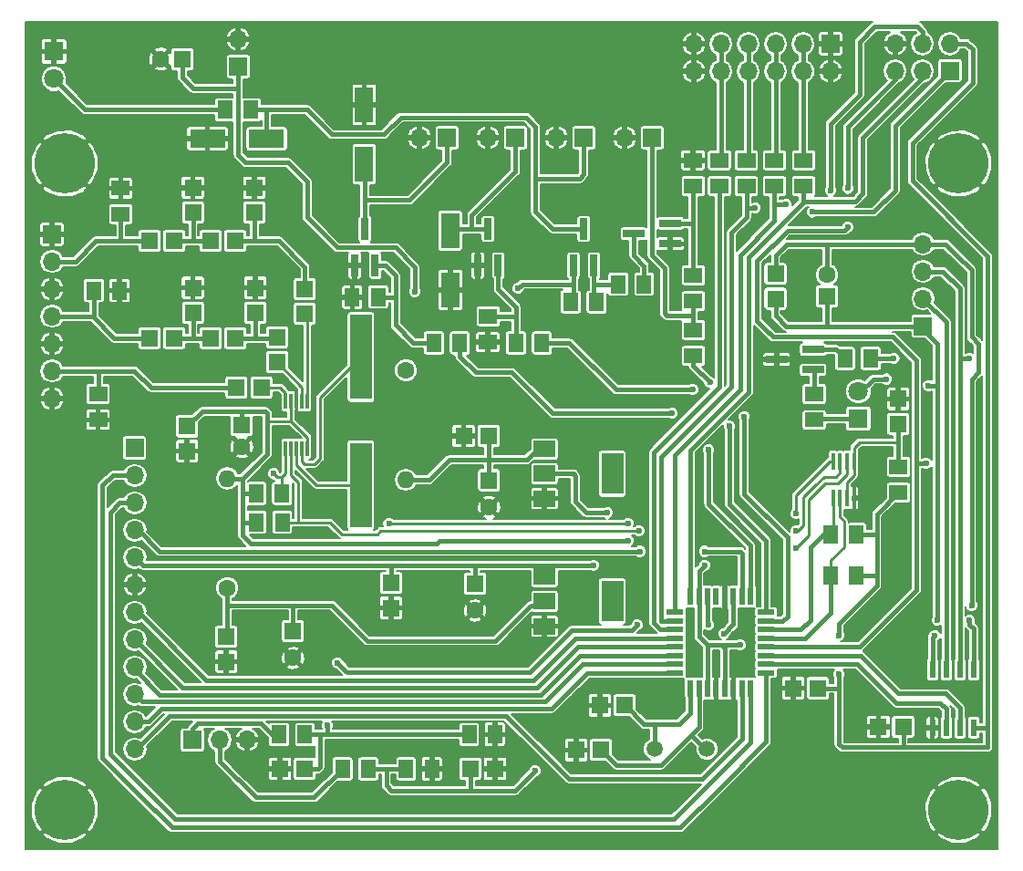
<source format=gbl>
G04 #@! TF.FileFunction,Copper,L2,Bot,Signal*
%FSLAX46Y46*%
G04 Gerber Fmt 4.6, Leading zero omitted, Abs format (unit mm)*
G04 Created by KiCad (PCBNEW 4.0.7-e2-6376~58~ubuntu14.04.1) date Fri Dec 29 09:41:15 2017*
%MOMM*%
%LPD*%
G01*
G04 APERTURE LIST*
%ADD10C,0.100000*%
%ADD11R,0.700000X2.000000*%
%ADD12R,2.000000X7.875000*%
%ADD13R,1.600000X1.600000*%
%ADD14R,1.400000X1.700000*%
%ADD15R,1.700000X1.400000*%
%ADD16R,1.800000X1.800000*%
%ADD17C,1.800000*%
%ADD18R,3.300000X1.700000*%
%ADD19R,1.700000X1.700000*%
%ADD20O,1.700000X1.700000*%
%ADD21R,2.000000X0.700000*%
%ADD22R,0.550000X1.600000*%
%ADD23R,1.600000X0.550000*%
%ADD24R,0.300000X1.400000*%
%ADD25R,0.300000X1.600000*%
%ADD26R,0.600000X1.550000*%
%ADD27R,2.000000X3.800000*%
%ADD28R,2.000000X1.500000*%
%ADD29C,1.500000*%
%ADD30C,1.600000*%
%ADD31O,1.600000X1.600000*%
%ADD32C,5.600000*%
%ADD33R,1.700000X3.300000*%
%ADD34C,0.600000*%
%ADD35C,0.400000*%
%ADD36C,0.250000*%
%ADD37C,0.200000*%
G04 APERTURE END LIST*
D10*
D11*
X103820000Y-66470000D03*
X101920000Y-66470000D03*
X102870000Y-63070000D03*
D12*
X102500000Y-74962500D03*
X102500000Y-86837500D03*
D13*
X124700000Y-107300000D03*
X127000000Y-107300000D03*
X86360000Y-83700000D03*
X86360000Y-81400000D03*
X85150000Y-64200000D03*
X82850000Y-64200000D03*
X97300000Y-70950000D03*
X97300000Y-68650000D03*
D14*
X92300000Y-52000000D03*
X89900000Y-52000000D03*
X124390000Y-69850000D03*
X121990000Y-69850000D03*
D15*
X143600000Y-56700000D03*
X143600000Y-59100000D03*
X140900000Y-56700000D03*
X140900000Y-59100000D03*
X138300000Y-56700000D03*
X138300000Y-59100000D03*
X135800000Y-59100000D03*
X135800000Y-56700000D03*
X133350000Y-69780000D03*
X133350000Y-67380000D03*
D13*
X122500000Y-111450000D03*
X124800000Y-111450000D03*
X152400000Y-78860000D03*
X152400000Y-81160000D03*
X86900000Y-59250000D03*
X86900000Y-61550000D03*
X92600000Y-59250000D03*
X92600000Y-61550000D03*
X141000000Y-67250000D03*
X141000000Y-69550000D03*
D16*
X74000000Y-46600000D03*
D17*
X74000000Y-49140000D03*
D18*
X93750000Y-54700000D03*
X88250000Y-54700000D03*
D19*
X157200000Y-48400000D03*
D20*
X157200000Y-45860000D03*
X154660000Y-48400000D03*
X154660000Y-45860000D03*
X152120000Y-48400000D03*
X152120000Y-45860000D03*
D19*
X146100000Y-45900000D03*
D20*
X146100000Y-48440000D03*
X143560000Y-45900000D03*
X143560000Y-48440000D03*
X141020000Y-45900000D03*
X141020000Y-48440000D03*
X138480000Y-45900000D03*
X138480000Y-48440000D03*
X135940000Y-45900000D03*
X135940000Y-48440000D03*
X133400000Y-45900000D03*
X133400000Y-48440000D03*
D19*
X154700000Y-72100000D03*
D20*
X154700000Y-69560000D03*
X154700000Y-67020000D03*
X154700000Y-64480000D03*
D19*
X91100000Y-48000000D03*
D20*
X91100000Y-45460000D03*
D11*
X124140000Y-66470000D03*
X122240000Y-66470000D03*
X123190000Y-63070000D03*
D21*
X131240000Y-62550000D03*
X131240000Y-64450000D03*
X127840000Y-63500000D03*
D15*
X133350000Y-59100000D03*
X133350000Y-56700000D03*
X133350000Y-74860000D03*
X133350000Y-72460000D03*
D14*
X146120000Y-91440000D03*
X148520000Y-91440000D03*
X146120000Y-95250000D03*
X148520000Y-95250000D03*
D15*
X152400000Y-87560000D03*
X152400000Y-85160000D03*
D14*
X92780000Y-87630000D03*
X95180000Y-87630000D03*
X92800000Y-90300000D03*
X95200000Y-90300000D03*
D15*
X80200000Y-61700000D03*
X80200000Y-59300000D03*
D14*
X128800000Y-68200000D03*
X126400000Y-68200000D03*
X111690000Y-73660000D03*
X109290000Y-73660000D03*
X119310000Y-73660000D03*
X116910000Y-73660000D03*
X77700000Y-68800000D03*
X80100000Y-68800000D03*
D22*
X138690000Y-105720000D03*
X137890000Y-105720000D03*
X137090000Y-105720000D03*
X136290000Y-105720000D03*
X135490000Y-105720000D03*
X134690000Y-105720000D03*
X133890000Y-105720000D03*
X133090000Y-105720000D03*
D23*
X131640000Y-104270000D03*
X131640000Y-103470000D03*
X131640000Y-102670000D03*
X131640000Y-101870000D03*
X131640000Y-101070000D03*
X131640000Y-100270000D03*
X131640000Y-99470000D03*
X131640000Y-98670000D03*
D22*
X133090000Y-97220000D03*
X133890000Y-97220000D03*
X134690000Y-97220000D03*
X135490000Y-97220000D03*
X136290000Y-97220000D03*
X137090000Y-97220000D03*
X137890000Y-97220000D03*
X138690000Y-97220000D03*
D23*
X140140000Y-98670000D03*
X140140000Y-99470000D03*
X140140000Y-100270000D03*
X140140000Y-101070000D03*
X140140000Y-101870000D03*
X140140000Y-102670000D03*
X140140000Y-103470000D03*
X140140000Y-104270000D03*
D24*
X97520000Y-83480000D03*
X97020000Y-83480000D03*
X96520000Y-83480000D03*
X96020000Y-83480000D03*
X95520000Y-83480000D03*
X95520000Y-79080000D03*
X96020000Y-79080000D03*
X96520000Y-79080000D03*
X97020000Y-79080000D03*
X97520000Y-79080000D03*
D25*
X148295000Y-88060000D03*
X147645000Y-88060000D03*
X146995000Y-88060000D03*
X146345000Y-88060000D03*
X146345000Y-84660000D03*
X146995000Y-84660000D03*
X147645000Y-84660000D03*
X148295000Y-84660000D03*
D26*
X159385000Y-109380000D03*
X158115000Y-109380000D03*
X156845000Y-109380000D03*
X155575000Y-109380000D03*
X155575000Y-103980000D03*
X156845000Y-103980000D03*
X158115000Y-103980000D03*
X159385000Y-103980000D03*
D27*
X125850000Y-85800000D03*
D28*
X119550000Y-85800000D03*
X119550000Y-83500000D03*
X119550000Y-88100000D03*
D27*
X125850000Y-97650000D03*
D28*
X119550000Y-97650000D03*
X119550000Y-95350000D03*
X119550000Y-99950000D03*
D29*
X134620000Y-111360000D03*
X129740000Y-111360000D03*
D13*
X145796000Y-69342000D03*
D30*
X145796000Y-67342000D03*
D13*
X114400000Y-86400000D03*
D30*
X114400000Y-88900000D03*
D13*
X113100000Y-96000000D03*
D30*
X113100000Y-98500000D03*
D13*
X90000000Y-103250000D03*
X90000000Y-100950000D03*
D19*
X129540000Y-54610000D03*
D20*
X127000000Y-54610000D03*
D19*
X123190000Y-54610000D03*
D20*
X120650000Y-54610000D03*
D19*
X110490000Y-54610000D03*
D20*
X107950000Y-54610000D03*
D19*
X116840000Y-54610000D03*
D20*
X114300000Y-54610000D03*
D13*
X85900000Y-47300000D03*
D30*
X83900000Y-47300000D03*
D13*
X105300000Y-98250000D03*
X105300000Y-95950000D03*
D30*
X90100000Y-96400000D03*
D31*
X90100000Y-86240000D03*
D13*
X142650000Y-105700000D03*
X144950000Y-105700000D03*
X112050000Y-82300000D03*
X114350000Y-82300000D03*
D30*
X106680000Y-76200000D03*
D31*
X106680000Y-86360000D03*
D13*
X85150000Y-73200000D03*
X82850000Y-73200000D03*
X94700000Y-75450000D03*
X94700000Y-73150000D03*
X150550000Y-109300000D03*
X152850000Y-109300000D03*
D16*
X148700000Y-80700000D03*
D17*
X148700000Y-78160000D03*
D21*
X144500000Y-74250000D03*
X144500000Y-76150000D03*
X141100000Y-75200000D03*
D15*
X144600000Y-80800000D03*
X144600000Y-78400000D03*
D14*
X147450000Y-75100000D03*
X149850000Y-75100000D03*
D13*
X91440000Y-81280000D03*
D30*
X91440000Y-83280000D03*
D13*
X96200000Y-100400000D03*
D30*
X96200000Y-102900000D03*
D13*
X86900000Y-68550000D03*
X86900000Y-70850000D03*
D19*
X73825000Y-63570000D03*
D20*
X73825000Y-66110000D03*
X73825000Y-68650000D03*
X73825000Y-71190000D03*
X73825000Y-73730000D03*
X73825000Y-76270000D03*
X73825000Y-78810000D03*
D13*
X92700000Y-68550000D03*
X92700000Y-70850000D03*
X93250000Y-77800000D03*
X90950000Y-77800000D03*
X90850000Y-64200000D03*
X88550000Y-64200000D03*
X90850000Y-73200000D03*
X88550000Y-73200000D03*
D32*
X75000000Y-57000000D03*
X158000000Y-57000000D03*
X158000000Y-117000000D03*
X75000000Y-117000000D03*
D15*
X78100000Y-78400000D03*
X78100000Y-80800000D03*
D19*
X81500000Y-83400000D03*
D20*
X81500000Y-85940000D03*
X81500000Y-88480000D03*
X81500000Y-91020000D03*
X81500000Y-93560000D03*
X81500000Y-96100000D03*
X81500000Y-98640000D03*
X81500000Y-101180000D03*
X81500000Y-103720000D03*
X81500000Y-106260000D03*
X81500000Y-108800000D03*
X81500000Y-111340000D03*
D33*
X102800000Y-57050000D03*
X102800000Y-51550000D03*
X110800000Y-63250000D03*
X110800000Y-68750000D03*
D11*
X115250000Y-66470000D03*
X113350000Y-66470000D03*
X114300000Y-63070000D03*
D14*
X104100000Y-69400000D03*
X101700000Y-69400000D03*
D15*
X114300000Y-73590000D03*
X114300000Y-71190000D03*
D19*
X86850000Y-110500000D03*
D20*
X89390000Y-110500000D03*
X91930000Y-110500000D03*
D14*
X112550000Y-110000000D03*
X114950000Y-110000000D03*
X106700000Y-113200000D03*
X109100000Y-113200000D03*
X103200000Y-113200000D03*
X100800000Y-113200000D03*
X97300000Y-110000000D03*
X94900000Y-110000000D03*
D13*
X97300000Y-113200000D03*
X95000000Y-113200000D03*
X112650000Y-113200000D03*
X114950000Y-113200000D03*
D34*
X136300000Y-95250000D03*
X135850000Y-99050000D03*
X116500000Y-110200000D03*
X133700000Y-103950000D03*
X90000000Y-90300000D03*
X98600000Y-88800000D03*
X102700000Y-80900000D03*
X97300000Y-80900000D03*
X95700000Y-81900000D03*
X154900000Y-76400000D03*
X152400000Y-76300000D03*
X155000000Y-78900000D03*
X150800000Y-78800000D03*
X140200000Y-77700000D03*
X142900000Y-68300000D03*
X131700000Y-66000000D03*
X154400000Y-109400000D03*
X137200000Y-103900000D03*
X135500000Y-103950000D03*
X127300000Y-92000000D03*
X142900000Y-92700000D03*
X159200000Y-98000000D03*
X155800000Y-100800000D03*
X155200000Y-77600000D03*
X151300000Y-77000000D03*
X156000000Y-99400000D03*
X159000000Y-99400000D03*
X107500000Y-68900000D03*
X117100000Y-68600000D03*
X125400000Y-89400000D03*
X124100000Y-94300000D03*
X134400000Y-94300000D03*
X137700000Y-101700000D03*
X146900000Y-104400000D03*
X146900000Y-100800000D03*
X142000000Y-60800000D03*
X144400000Y-61500000D03*
X146100000Y-59500000D03*
X139100000Y-61100000D03*
X155000000Y-84800000D03*
X147700000Y-62900000D03*
X147700000Y-59300000D03*
X159000000Y-75100000D03*
X152000000Y-75100000D03*
X131400000Y-80200000D03*
X134800000Y-83600000D03*
X136700000Y-81400000D03*
X133300000Y-78000000D03*
X127300000Y-90400000D03*
X105100000Y-90400000D03*
X94400000Y-85800000D03*
X142900000Y-89500000D03*
X128300000Y-91100000D03*
X142900000Y-91100000D03*
X134900000Y-77300000D03*
X138100000Y-80500000D03*
X128400000Y-93000000D03*
X134400000Y-93000000D03*
X99350000Y-109150000D03*
X100350000Y-103350000D03*
X134800000Y-99850000D03*
X128150000Y-99850000D03*
X118650000Y-113400000D03*
X136200000Y-100650000D03*
D35*
X136290000Y-97220000D02*
X136290000Y-95260000D01*
X136290000Y-95260000D02*
X136300000Y-95250000D01*
X136290000Y-97220000D02*
X136290000Y-98610000D01*
X136290000Y-98610000D02*
X135850000Y-99050000D01*
X114950000Y-110000000D02*
X116300000Y-110000000D01*
X116300000Y-110000000D02*
X116500000Y-110200000D01*
X91440000Y-83280000D02*
X91420000Y-83280000D01*
X91420000Y-83280000D02*
X90000000Y-84700000D01*
X90000000Y-84700000D02*
X89400000Y-84700000D01*
X89400000Y-84700000D02*
X88300000Y-85800000D01*
X88300000Y-85800000D02*
X88300000Y-88600000D01*
X88300000Y-88600000D02*
X90000000Y-90300000D01*
X104100000Y-82300000D02*
X102700000Y-80900000D01*
X112050000Y-82300000D02*
X104100000Y-82300000D01*
X152400000Y-78860000D02*
X152400000Y-76300000D01*
X152400000Y-78860000D02*
X150860000Y-78860000D01*
X155000000Y-78900000D02*
X155000000Y-78800000D01*
X150860000Y-78860000D02*
X150800000Y-78800000D01*
X141100000Y-76800000D02*
X140200000Y-77700000D01*
X141100000Y-75200000D02*
X141100000Y-76800000D01*
X131240000Y-64450000D02*
X131240000Y-65540000D01*
X131240000Y-65540000D02*
X131700000Y-66000000D01*
X155575000Y-109380000D02*
X154420000Y-109380000D01*
X154420000Y-109380000D02*
X154400000Y-109400000D01*
D36*
X135490000Y-105720000D02*
X135490000Y-103960000D01*
X135490000Y-103960000D02*
X135500000Y-103950000D01*
D35*
X134620000Y-111360000D02*
X134460000Y-111360000D01*
X134460000Y-111360000D02*
X133150000Y-110050000D01*
X133890000Y-105720000D02*
X133890000Y-109310000D01*
X133890000Y-109310000D02*
X133150000Y-110050000D01*
X133150000Y-110050000D02*
X130350000Y-112850000D01*
X126200000Y-112850000D02*
X124800000Y-111450000D01*
X130350000Y-112850000D02*
X126200000Y-112850000D01*
X91440000Y-81280000D02*
X91440000Y-80000000D01*
X93800000Y-80900000D02*
X93800000Y-80200000D01*
X87760000Y-80000000D02*
X86360000Y-81400000D01*
X93600000Y-80000000D02*
X91440000Y-80000000D01*
X91440000Y-80000000D02*
X87760000Y-80000000D01*
X93800000Y-80200000D02*
X93600000Y-80000000D01*
X91500000Y-90300000D02*
X91500000Y-91500000D01*
X91500000Y-91500000D02*
X92300000Y-92300000D01*
X92800000Y-90300000D02*
X91500000Y-90300000D01*
X92780000Y-87630000D02*
X91500000Y-87630000D01*
X91500000Y-86300000D02*
X90160000Y-86300000D01*
X90160000Y-86300000D02*
X90100000Y-86240000D01*
D36*
X96020000Y-80900000D02*
X93800000Y-80900000D01*
D35*
X97600000Y-92300000D02*
X92300000Y-92300000D01*
X127300000Y-92000000D02*
X123300000Y-92000000D01*
X123300000Y-92000000D02*
X109800000Y-92000000D01*
X109800000Y-92000000D02*
X109500000Y-92300000D01*
X109500000Y-92300000D02*
X97600000Y-92300000D01*
D36*
X147645000Y-84660000D02*
X147645000Y-85855000D01*
X144100000Y-91500000D02*
X142900000Y-92700000D01*
X144100000Y-88200000D02*
X144100000Y-91500000D01*
X145600000Y-86700000D02*
X144100000Y-88200000D01*
X146800000Y-86700000D02*
X145600000Y-86700000D01*
X147645000Y-85855000D02*
X146800000Y-86700000D01*
D35*
X91500000Y-90300000D02*
X91500000Y-87630000D01*
X91500000Y-87630000D02*
X91500000Y-86300000D01*
X91500000Y-86300000D02*
X93800000Y-84000000D01*
X93800000Y-84000000D02*
X93800000Y-80900000D01*
D36*
X97520000Y-83480000D02*
X97520000Y-82420000D01*
X96020000Y-80920000D02*
X96020000Y-80900000D01*
X96020000Y-80900000D02*
X96020000Y-80600000D01*
X96020000Y-80600000D02*
X96020000Y-79080000D01*
X97520000Y-82420000D02*
X96020000Y-80920000D01*
D35*
X159800000Y-74300000D02*
X159800000Y-73700000D01*
X159800000Y-73700000D02*
X159200000Y-73100000D01*
X159200000Y-66900000D02*
X157700000Y-65400000D01*
X159200000Y-73100000D02*
X159200000Y-66900000D01*
X159800000Y-76400000D02*
X159800000Y-74300000D01*
X159200000Y-77000000D02*
X159800000Y-76400000D01*
X159200000Y-89400000D02*
X159200000Y-77000000D01*
X159200000Y-98000000D02*
X159200000Y-89400000D01*
X155575000Y-103980000D02*
X155575000Y-101025000D01*
X156780000Y-64480000D02*
X154700000Y-64480000D01*
X157700000Y-65400000D02*
X156780000Y-64480000D01*
X155575000Y-101025000D02*
X155800000Y-100800000D01*
X145796000Y-67342000D02*
X145796000Y-64480000D01*
X155600000Y-103955000D02*
X155575000Y-103980000D01*
X145700000Y-64480000D02*
X145796000Y-64480000D01*
X145796000Y-64480000D02*
X154700000Y-64480000D01*
X142020000Y-64480000D02*
X145700000Y-64480000D01*
X141000000Y-65500000D02*
X142020000Y-64480000D01*
X141000000Y-67250000D02*
X141000000Y-65500000D01*
X148700000Y-78160000D02*
X148940000Y-78160000D01*
X148940000Y-78160000D02*
X150100000Y-77000000D01*
X155200000Y-77600000D02*
X156000000Y-77600000D01*
X150100000Y-77000000D02*
X151300000Y-77000000D01*
X159000000Y-99400000D02*
X159000000Y-99800000D01*
X156000000Y-73700000D02*
X156000000Y-77600000D01*
X156000000Y-77600000D02*
X156000000Y-99400000D01*
X154700000Y-72400000D02*
X156000000Y-73700000D01*
X159385000Y-100185000D02*
X159385000Y-103980000D01*
X159000000Y-99800000D02*
X159385000Y-100185000D01*
X154700000Y-72100000D02*
X154700000Y-72400000D01*
X145796000Y-69342000D02*
X145796000Y-72100000D01*
X141000000Y-69550000D02*
X141000000Y-71100000D01*
X141000000Y-71100000D02*
X142000000Y-72100000D01*
X142000000Y-72100000D02*
X145796000Y-72100000D01*
X145796000Y-72100000D02*
X145700000Y-72100000D01*
X154700000Y-72100000D02*
X154700000Y-72300000D01*
X145700000Y-72100000D02*
X154700000Y-72100000D01*
X148700000Y-78160000D02*
X148700000Y-78150000D01*
X114350000Y-82300000D02*
X114350000Y-84500000D01*
X119550000Y-83500000D02*
X118900000Y-83500000D01*
X118900000Y-83500000D02*
X117900000Y-84500000D01*
X117900000Y-84500000D02*
X114350000Y-84500000D01*
X114350000Y-84500000D02*
X114400000Y-84500000D01*
X114400000Y-82350000D02*
X114450000Y-82300000D01*
X114400000Y-86400000D02*
X114400000Y-84500000D01*
X106680000Y-86360000D02*
X108840000Y-86360000D01*
X110700000Y-84500000D02*
X114400000Y-84500000D01*
X108840000Y-86360000D02*
X110700000Y-84500000D01*
X119050000Y-83000000D02*
X119550000Y-83500000D01*
X129740000Y-111360000D02*
X129740000Y-109050000D01*
X127000000Y-107300000D02*
X127050000Y-107300000D01*
X127050000Y-107300000D02*
X128800000Y-109050000D01*
X128800000Y-109050000D02*
X129740000Y-109050000D01*
X129740000Y-109050000D02*
X132050000Y-109050000D01*
X133090000Y-105720000D02*
X133090000Y-108010000D01*
X133090000Y-108010000D02*
X132050000Y-109050000D01*
D36*
X148295000Y-84660000D02*
X148295000Y-83355000D01*
X148800000Y-82850000D02*
X152400000Y-82850000D01*
X148295000Y-83355000D02*
X148800000Y-82850000D01*
X148295000Y-84660000D02*
X148295000Y-85955000D01*
X147645000Y-86605000D02*
X147645000Y-88060000D01*
X148295000Y-85955000D02*
X147645000Y-86605000D01*
D35*
X152400000Y-81160000D02*
X152400000Y-82850000D01*
X152400000Y-82850000D02*
X152400000Y-85160000D01*
X86900000Y-61550000D02*
X86900000Y-64200000D01*
X85150000Y-64200000D02*
X86900000Y-64200000D01*
X86900000Y-64200000D02*
X88550000Y-64200000D01*
X80200000Y-61700000D02*
X80200000Y-64200000D01*
X73825000Y-66110000D02*
X75990000Y-66110000D01*
X77900000Y-64200000D02*
X80200000Y-64200000D01*
X80200000Y-64200000D02*
X82850000Y-64200000D01*
X75990000Y-66110000D02*
X77900000Y-64200000D01*
D36*
X97520000Y-79080000D02*
X97520000Y-71170000D01*
X97520000Y-71170000D02*
X97300000Y-70950000D01*
D35*
X91100000Y-50000000D02*
X91100000Y-56200000D01*
X107500000Y-66600000D02*
X107500000Y-68900000D01*
X105700000Y-64800000D02*
X107500000Y-66600000D01*
X100300000Y-64800000D02*
X105700000Y-64800000D01*
X97500000Y-62000000D02*
X100300000Y-64800000D01*
X97500000Y-58700000D02*
X97500000Y-62000000D01*
X95700000Y-56900000D02*
X97500000Y-58700000D01*
X91800000Y-56900000D02*
X95700000Y-56900000D01*
X91100000Y-56200000D02*
X91800000Y-56900000D01*
X91100000Y-50000000D02*
X86900000Y-50000000D01*
X85900000Y-49000000D02*
X85900000Y-47300000D01*
X86900000Y-50000000D02*
X85900000Y-49000000D01*
X91100000Y-48000000D02*
X91100000Y-50000000D01*
X122240000Y-68200000D02*
X117500000Y-68200000D01*
X117500000Y-68200000D02*
X117100000Y-68600000D01*
X122240000Y-66470000D02*
X122240000Y-68200000D01*
X122240000Y-68200000D02*
X122240000Y-69600000D01*
X122240000Y-69600000D02*
X121990000Y-69850000D01*
X91100000Y-48000000D02*
X91100000Y-48400000D01*
X122200000Y-85800000D02*
X119550000Y-85800000D01*
X122400000Y-86000000D02*
X122200000Y-85800000D01*
X122400000Y-88400000D02*
X122400000Y-86000000D01*
X123400000Y-89400000D02*
X122400000Y-88400000D01*
X125400000Y-89400000D02*
X123400000Y-89400000D01*
X120200000Y-94300000D02*
X124100000Y-94300000D01*
X119550000Y-94300000D02*
X120200000Y-94300000D01*
X133890000Y-94810000D02*
X133890000Y-97220000D01*
X134400000Y-94300000D02*
X133890000Y-94810000D01*
X119550000Y-95350000D02*
X119550000Y-94300000D01*
X113100000Y-96000000D02*
X113100000Y-94300000D01*
X105300000Y-95950000D02*
X105300000Y-94300000D01*
X119550000Y-94300000D02*
X113100000Y-94300000D01*
X113100000Y-94300000D02*
X105300000Y-94300000D01*
X105300000Y-94300000D02*
X82240000Y-94300000D01*
X82240000Y-94300000D02*
X81500000Y-93560000D01*
X144950000Y-105700000D02*
X146900000Y-105700000D01*
X150400000Y-95900000D02*
X150400000Y-96200000D01*
X146900000Y-99700000D02*
X146900000Y-100800000D01*
X150400000Y-96200000D02*
X146900000Y-99700000D01*
X135990000Y-101690000D02*
X137690000Y-101690000D01*
X137690000Y-101690000D02*
X137700000Y-101700000D01*
X152850000Y-109300000D02*
X152850000Y-111200000D01*
X160700000Y-111200000D02*
X152850000Y-111200000D01*
X152850000Y-111200000D02*
X147200000Y-111200000D01*
X146900000Y-110900000D02*
X146900000Y-105700000D01*
X146900000Y-105700000D02*
X146900000Y-104400000D01*
X147200000Y-111200000D02*
X146900000Y-110900000D01*
X159385000Y-109380000D02*
X160700000Y-109380000D01*
X158760000Y-45860000D02*
X157200000Y-45860000D01*
X159300000Y-46400000D02*
X158760000Y-45860000D01*
X159300000Y-49500000D02*
X159300000Y-46400000D01*
X153700000Y-55100000D02*
X159300000Y-49500000D01*
X153700000Y-58600000D02*
X153700000Y-55100000D01*
X160700000Y-65600000D02*
X153700000Y-58600000D01*
X160700000Y-111200000D02*
X160700000Y-109380000D01*
X160700000Y-109380000D02*
X160700000Y-65600000D01*
X148520000Y-95250000D02*
X150400000Y-95250000D01*
X150400000Y-95900000D02*
X150400000Y-95250000D01*
X150400000Y-95250000D02*
X150400000Y-94650000D01*
X119250000Y-85800000D02*
X120150000Y-85800000D01*
X148520000Y-91440000D02*
X150400000Y-91440000D01*
X150400000Y-89560000D02*
X152400000Y-87560000D01*
X150400000Y-94650000D02*
X150400000Y-92400000D01*
X150400000Y-92400000D02*
X150400000Y-91440000D01*
X150400000Y-91440000D02*
X150400000Y-89560000D01*
X134690000Y-101690000D02*
X135990000Y-101690000D01*
X136290000Y-101990000D02*
X136290000Y-105720000D01*
X135990000Y-101690000D02*
X136290000Y-101990000D01*
X134690000Y-105720000D02*
X134690000Y-101690000D01*
X133890000Y-100890000D02*
X133890000Y-97220000D01*
X134690000Y-101690000D02*
X133890000Y-100890000D01*
X96200000Y-100400000D02*
X96200000Y-98000000D01*
X119550000Y-97650000D02*
X118200000Y-98100000D01*
X99800000Y-98000000D02*
X96200000Y-98000000D01*
X96200000Y-98000000D02*
X90100000Y-98000000D01*
X103100000Y-101300000D02*
X99800000Y-98000000D01*
X115000000Y-101300000D02*
X103100000Y-101300000D01*
X118200000Y-98100000D02*
X115000000Y-101300000D01*
X90100000Y-96400000D02*
X90100000Y-98000000D01*
X90100000Y-98000000D02*
X90100000Y-98500000D01*
X90100000Y-98500000D02*
X90100000Y-100850000D01*
X90100000Y-100850000D02*
X90000000Y-100950000D01*
X89900000Y-52000000D02*
X76860000Y-52000000D01*
X76860000Y-52000000D02*
X74000000Y-49140000D01*
X74160000Y-49300000D02*
X74000000Y-49140000D01*
X93750000Y-54700000D02*
X93750000Y-52000000D01*
X92300000Y-52000000D02*
X93750000Y-52000000D01*
X93750000Y-52000000D02*
X97500000Y-52000000D01*
X118700000Y-53600000D02*
X118700000Y-58400000D01*
X117800000Y-52700000D02*
X118700000Y-53600000D01*
X106200000Y-52700000D02*
X117800000Y-52700000D01*
X104600000Y-54300000D02*
X106200000Y-52700000D01*
X99800000Y-54300000D02*
X104600000Y-54300000D01*
X97500000Y-52000000D02*
X99800000Y-54300000D01*
X118700000Y-58400000D02*
X122800000Y-58400000D01*
X122800000Y-58400000D02*
X123190000Y-58010000D01*
X123190000Y-58010000D02*
X123190000Y-54610000D01*
X118700000Y-58400000D02*
X118700000Y-61500000D01*
X118700000Y-61500000D02*
X120270000Y-63070000D01*
X120270000Y-63070000D02*
X123190000Y-63070000D01*
X144400000Y-61500000D02*
X150100000Y-61500000D01*
X152100000Y-53500000D02*
X157200000Y-48400000D01*
X152100000Y-59500000D02*
X152100000Y-53500000D01*
X150100000Y-61500000D02*
X152100000Y-59500000D01*
X142000000Y-60800000D02*
X140900000Y-60800000D01*
X140900000Y-59100000D02*
X140900000Y-60800000D01*
X140900000Y-60800000D02*
X140900000Y-62300000D01*
X131640000Y-84060000D02*
X131640000Y-98670000D01*
X137700000Y-78000000D02*
X131640000Y-84060000D01*
X137700000Y-65500000D02*
X137700000Y-78000000D01*
X140900000Y-62300000D02*
X137700000Y-65500000D01*
X133090000Y-83610000D02*
X138500000Y-78200000D01*
X138500000Y-78200000D02*
X138500000Y-65700000D01*
X154660000Y-48400000D02*
X154660000Y-49040000D01*
X154660000Y-49040000D02*
X149100000Y-54600000D01*
X149100000Y-54600000D02*
X149100000Y-59800000D01*
X149100000Y-59800000D02*
X148400000Y-60500000D01*
X148400000Y-60500000D02*
X143600000Y-60500000D01*
X133090000Y-97220000D02*
X133090000Y-83610000D01*
X143600000Y-60600000D02*
X143600000Y-60500000D01*
X143600000Y-60500000D02*
X143600000Y-59100000D01*
X138500000Y-65700000D02*
X143600000Y-60600000D01*
X154660000Y-45860000D02*
X154660000Y-44760000D01*
X154660000Y-44760000D02*
X154200000Y-44300000D01*
X154200000Y-44300000D02*
X150200000Y-44300000D01*
X150200000Y-44300000D02*
X148800000Y-45700000D01*
X148800000Y-45700000D02*
X148800000Y-50600000D01*
X148800000Y-50600000D02*
X146100000Y-53300000D01*
X146100000Y-53300000D02*
X146100000Y-59500000D01*
X131640000Y-99470000D02*
X130430000Y-99470000D01*
X130400000Y-84200000D02*
X131650000Y-82950000D01*
X130400000Y-99440000D02*
X130400000Y-84200000D01*
X130430000Y-99470000D02*
X130400000Y-99440000D01*
X139100000Y-61100000D02*
X138300000Y-61100000D01*
X138300000Y-62000000D02*
X138300000Y-61100000D01*
X138300000Y-61100000D02*
X138300000Y-59100000D01*
X136900000Y-63400000D02*
X138300000Y-62000000D01*
X136900000Y-77700000D02*
X136900000Y-63400000D01*
X131650000Y-82950000D02*
X136900000Y-77700000D01*
X155000000Y-84800000D02*
X154100000Y-84800000D01*
X154100000Y-77300000D02*
X154100000Y-75300000D01*
X154100000Y-77300000D02*
X154100000Y-84800000D01*
X154100000Y-75300000D02*
X151900000Y-73100000D01*
X151900000Y-73100000D02*
X140800000Y-73100000D01*
X140800000Y-73100000D02*
X140450000Y-72750000D01*
X140450000Y-72750000D02*
X140400000Y-72700000D01*
X152120000Y-48400000D02*
X152120000Y-49180000D01*
X152120000Y-49180000D02*
X147700000Y-53600000D01*
X139300000Y-71600000D02*
X140400000Y-72700000D01*
X139300000Y-66000000D02*
X139300000Y-71600000D01*
X142100000Y-63200000D02*
X139300000Y-66000000D01*
X147400000Y-63200000D02*
X142100000Y-63200000D01*
X147700000Y-62900000D02*
X147400000Y-63200000D01*
X147700000Y-53600000D02*
X147700000Y-59300000D01*
X154100000Y-84800000D02*
X154100000Y-96600000D01*
X148830000Y-101870000D02*
X140140000Y-101870000D01*
X154100000Y-96600000D02*
X148830000Y-101870000D01*
X143560000Y-48440000D02*
X143560000Y-45900000D01*
X143560000Y-48440000D02*
X143560000Y-56660000D01*
X143560000Y-56660000D02*
X143600000Y-56700000D01*
X141020000Y-48440000D02*
X141020000Y-45900000D01*
X141020000Y-48440000D02*
X141020000Y-56580000D01*
X141020000Y-56580000D02*
X140900000Y-56700000D01*
X138480000Y-48440000D02*
X138480000Y-56520000D01*
X138480000Y-56520000D02*
X138300000Y-56700000D01*
X138480000Y-48440000D02*
X138480000Y-45900000D01*
X135940000Y-48440000D02*
X135940000Y-56560000D01*
X135940000Y-56560000D02*
X135800000Y-56700000D01*
X135940000Y-48440000D02*
X135940000Y-45900000D01*
X135800000Y-48580000D02*
X135940000Y-48440000D01*
X129540000Y-54610000D02*
X129540000Y-65540000D01*
X130900000Y-71100000D02*
X133350000Y-71100000D01*
X130700000Y-70900000D02*
X130900000Y-71100000D01*
X130700000Y-66700000D02*
X130700000Y-70900000D01*
X129540000Y-65540000D02*
X130700000Y-66700000D01*
X133350000Y-69780000D02*
X133350000Y-71100000D01*
X133350000Y-71100000D02*
X133350000Y-72460000D01*
X126400000Y-68200000D02*
X124140000Y-68200000D01*
X124140000Y-66470000D02*
X124140000Y-68200000D01*
X124140000Y-68200000D02*
X124140000Y-68300000D01*
X124140000Y-68300000D02*
X124140000Y-69600000D01*
X124140000Y-69600000D02*
X124390000Y-69850000D01*
X131240000Y-62550000D02*
X133350000Y-62550000D01*
X133350000Y-59100000D02*
X133350000Y-62550000D01*
X133350000Y-62550000D02*
X133350000Y-67380000D01*
X127840000Y-63500000D02*
X127840000Y-65540000D01*
X128800000Y-66500000D02*
X128800000Y-68200000D01*
X127840000Y-65540000D02*
X128800000Y-66500000D01*
X131640000Y-100270000D02*
X130320000Y-100270000D01*
X129700000Y-83800000D02*
X130150000Y-83350000D01*
X129700000Y-99650000D02*
X129700000Y-83800000D01*
X130320000Y-100270000D02*
X129700000Y-99650000D01*
X135800000Y-59100000D02*
X135800000Y-77700000D01*
X135800000Y-77700000D02*
X130150000Y-83350000D01*
X159000000Y-75100000D02*
X158115000Y-75100000D01*
X158115000Y-75100000D02*
X158115000Y-75000000D01*
X149850000Y-75100000D02*
X152000000Y-75100000D01*
X158115000Y-75000000D02*
X158115000Y-75000000D01*
X154700000Y-67020000D02*
X156520000Y-67020000D01*
X156520000Y-67020000D02*
X158115000Y-68615000D01*
X158115000Y-68615000D02*
X158115000Y-75000000D01*
X158115000Y-75000000D02*
X158115000Y-75500000D01*
X158115000Y-75500000D02*
X158115000Y-76600000D01*
X158115000Y-76600000D02*
X158115000Y-103980000D01*
D36*
X146345000Y-88060000D02*
X146345000Y-91215000D01*
X146345000Y-91215000D02*
X146120000Y-91440000D01*
D35*
X146120000Y-91440000D02*
X145460000Y-91440000D01*
X145460000Y-91440000D02*
X144250000Y-92650000D01*
X144250000Y-92650000D02*
X144250000Y-99350000D01*
X146120000Y-91440000D02*
X146120000Y-91780000D01*
X144250000Y-99350000D02*
X143330000Y-100270000D01*
X143330000Y-100270000D02*
X140140000Y-100270000D01*
D36*
X146995000Y-88060000D02*
X146995000Y-89845000D01*
X146120000Y-93830000D02*
X146120000Y-95250000D01*
X147350000Y-92600000D02*
X146120000Y-93830000D01*
X147350000Y-90200000D02*
X147350000Y-92600000D01*
X146995000Y-89845000D02*
X147350000Y-90200000D01*
D35*
X140140000Y-101070000D02*
X143730000Y-101070000D01*
X146120000Y-98680000D02*
X146120000Y-95250000D01*
X143730000Y-101070000D02*
X146120000Y-98680000D01*
X138690000Y-97220000D02*
X138690000Y-92490000D01*
X111690000Y-74890000D02*
X111690000Y-73660000D01*
X113200000Y-76400000D02*
X111690000Y-74890000D01*
X116500000Y-76400000D02*
X113200000Y-76400000D01*
X120300000Y-80200000D02*
X116500000Y-76400000D01*
X131400000Y-80200000D02*
X120300000Y-80200000D01*
X134800000Y-88600000D02*
X134800000Y-83600000D01*
X138690000Y-92490000D02*
X134800000Y-88600000D01*
X119310000Y-73660000D02*
X121860000Y-73660000D01*
X140140000Y-92040000D02*
X140140000Y-98670000D01*
X136700000Y-88600000D02*
X140140000Y-92040000D01*
X136700000Y-81400000D02*
X136700000Y-88600000D01*
X126200000Y-78000000D02*
X133300000Y-78000000D01*
X121860000Y-73660000D02*
X126200000Y-78000000D01*
X146000000Y-102670000D02*
X148870000Y-102670000D01*
X148870000Y-102670000D02*
X152400000Y-106200000D01*
X140140000Y-102670000D02*
X146000000Y-102670000D01*
X158115000Y-107515000D02*
X158115000Y-109380000D01*
X156800000Y-106200000D02*
X158115000Y-107515000D01*
X152400000Y-106200000D02*
X156800000Y-106200000D01*
X145600000Y-103470000D02*
X148570000Y-103470000D01*
X148570000Y-103470000D02*
X152200000Y-107100000D01*
X140140000Y-103470000D02*
X145600000Y-103470000D01*
X156845000Y-107645000D02*
X156845000Y-109380000D01*
X156300000Y-107100000D02*
X156845000Y-107645000D01*
X152200000Y-107100000D02*
X156300000Y-107100000D01*
D36*
X97020000Y-83480000D02*
X97020000Y-84620000D01*
X98700000Y-78762500D02*
X102500000Y-74962500D01*
X98700000Y-84400000D02*
X98700000Y-78762500D01*
X98200000Y-84900000D02*
X98700000Y-84400000D01*
X97300000Y-84900000D02*
X98200000Y-84900000D01*
X97020000Y-84620000D02*
X97300000Y-84900000D01*
X96520000Y-83480000D02*
X96520000Y-85020000D01*
X98337500Y-86837500D02*
X102500000Y-86837500D01*
X96520000Y-85020000D02*
X98337500Y-86837500D01*
D35*
X88150000Y-104950000D02*
X118550000Y-104950000D01*
X118550000Y-104950000D02*
X118700000Y-104800000D01*
X81500000Y-98640000D02*
X81840000Y-98640000D01*
X81840000Y-98640000D02*
X88150000Y-104950000D01*
X118700000Y-104800000D02*
X122430000Y-101070000D01*
X122430000Y-101070000D02*
X131640000Y-101070000D01*
X118875000Y-105625000D02*
X85945000Y-105625000D01*
X131640000Y-101870000D02*
X122630000Y-101870000D01*
X85945000Y-105625000D02*
X81500000Y-101180000D01*
X122630000Y-101870000D02*
X118875000Y-105625000D01*
X83800000Y-106300000D02*
X119200000Y-106300000D01*
X81500000Y-103720000D02*
X81500000Y-104000000D01*
X81500000Y-104000000D02*
X83800000Y-106300000D01*
X119200000Y-106300000D02*
X122830000Y-102670000D01*
X122830000Y-102670000D02*
X131640000Y-102670000D01*
X119650000Y-106950000D02*
X82190000Y-106950000D01*
X82190000Y-106950000D02*
X81500000Y-106260000D01*
X131640000Y-103470000D02*
X123130000Y-103470000D01*
X123130000Y-103470000D02*
X119650000Y-106950000D01*
X81500000Y-108800000D02*
X82750000Y-108800000D01*
X83950000Y-107600000D02*
X120200000Y-107600000D01*
X82750000Y-108800000D02*
X83950000Y-107600000D01*
X120200000Y-107600000D02*
X123530000Y-104270000D01*
X123530000Y-104270000D02*
X131640000Y-104270000D01*
X81500000Y-111340000D02*
X81660000Y-111340000D01*
X81660000Y-111340000D02*
X84750000Y-108250000D01*
X115950000Y-108250000D02*
X118600000Y-110900000D01*
X84750000Y-108250000D02*
X115950000Y-108250000D01*
X137890000Y-109000000D02*
X137890000Y-110410000D01*
X137890000Y-110410000D02*
X134200000Y-114100000D01*
X137890000Y-105720000D02*
X137890000Y-109000000D01*
X121800000Y-114100000D02*
X118600000Y-110900000D01*
X134200000Y-114100000D02*
X121800000Y-114100000D01*
X81500000Y-111340000D02*
X81640000Y-111340000D01*
X77700000Y-68800000D02*
X77700000Y-71080000D01*
X77700000Y-71080000D02*
X77590000Y-71190000D01*
X82850000Y-73200000D02*
X79600000Y-73200000D01*
X77590000Y-71190000D02*
X73825000Y-71190000D01*
X79600000Y-73200000D02*
X77590000Y-71190000D01*
X86900000Y-70850000D02*
X86900000Y-73200000D01*
X85150000Y-73200000D02*
X86900000Y-73200000D01*
X86900000Y-73200000D02*
X88550000Y-73200000D01*
D36*
X97020000Y-79080000D02*
X97020000Y-77770000D01*
X97020000Y-77770000D02*
X94700000Y-75450000D01*
D35*
X148700000Y-80700000D02*
X144700000Y-80700000D01*
X144700000Y-80700000D02*
X144600000Y-80800000D01*
X144500000Y-74250000D02*
X146600000Y-74250000D01*
X146600000Y-74250000D02*
X147450000Y-75100000D01*
X144600000Y-78400000D02*
X144600000Y-76250000D01*
X144600000Y-76250000D02*
X144500000Y-76150000D01*
X156845000Y-103980000D02*
X156845000Y-71705000D01*
X156845000Y-71705000D02*
X154700000Y-69560000D01*
D36*
X113600000Y-90400000D02*
X105100000Y-90400000D01*
X121700000Y-90400000D02*
X113600000Y-90400000D01*
X121700000Y-90400000D02*
X127300000Y-90400000D01*
X142900000Y-89500000D02*
X142900000Y-87800000D01*
X146040000Y-84660000D02*
X146345000Y-84660000D01*
X142900000Y-87800000D02*
X146040000Y-84660000D01*
X94720000Y-86120000D02*
X95180000Y-86120000D01*
X94400000Y-85800000D02*
X94720000Y-86120000D01*
X95180000Y-87630000D02*
X95180000Y-86120000D01*
X95520000Y-85780000D02*
X95520000Y-83480000D01*
X95180000Y-86120000D02*
X95520000Y-85780000D01*
X96700000Y-90300000D02*
X99600000Y-90300000D01*
X99600000Y-90300000D02*
X100700000Y-91400000D01*
X95200000Y-90300000D02*
X96700000Y-90300000D01*
X96700000Y-90300000D02*
X96700000Y-88700000D01*
X100700000Y-91400000D02*
X104000000Y-91400000D01*
X104300000Y-91100000D02*
X104000000Y-91400000D01*
X112500000Y-91100000D02*
X104300000Y-91100000D01*
X124200000Y-91100000D02*
X112500000Y-91100000D01*
X124200000Y-91100000D02*
X128300000Y-91100000D01*
X142900000Y-91100000D02*
X143100000Y-91100000D01*
X146600000Y-86100000D02*
X145500000Y-86100000D01*
X145500000Y-86100000D02*
X144700000Y-86900000D01*
X146995000Y-84660000D02*
X146995000Y-85705000D01*
X146995000Y-85705000D02*
X146600000Y-86100000D01*
X143600000Y-88000000D02*
X144700000Y-86900000D01*
X143600000Y-90300000D02*
X143600000Y-88000000D01*
X143100000Y-91100000D02*
X143600000Y-90600000D01*
X143600000Y-90600000D02*
X143600000Y-90300000D01*
X96020000Y-83480000D02*
X96020000Y-85920000D01*
X96700000Y-86600000D02*
X96700000Y-88700000D01*
X96020000Y-85920000D02*
X96700000Y-86600000D01*
D35*
X140140000Y-99470000D02*
X141670000Y-99470000D01*
X133350000Y-75750000D02*
X133350000Y-74860000D01*
X134900000Y-77300000D02*
X133350000Y-75750000D01*
X138100000Y-87700000D02*
X138100000Y-80500000D01*
X142100000Y-91700000D02*
X138100000Y-87700000D01*
X142100000Y-99040000D02*
X142100000Y-91700000D01*
X141670000Y-99470000D02*
X142100000Y-99040000D01*
X137700000Y-93000000D02*
X134400000Y-93000000D01*
X83800000Y-93000000D02*
X81820000Y-91020000D01*
X117000000Y-93000000D02*
X83800000Y-93000000D01*
X128400000Y-93000000D02*
X117000000Y-93000000D01*
X81820000Y-91020000D02*
X81500000Y-91020000D01*
X137890000Y-97220000D02*
X137890000Y-93190000D01*
X137890000Y-93190000D02*
X137700000Y-93000000D01*
X92600000Y-61550000D02*
X92600000Y-64200000D01*
X90850000Y-64200000D02*
X92600000Y-64200000D01*
X92600000Y-64200000D02*
X94900000Y-64200000D01*
X97300000Y-66600000D02*
X97300000Y-68650000D01*
X94900000Y-64200000D02*
X97300000Y-66600000D01*
X92700000Y-70850000D02*
X92700000Y-73200000D01*
X90850000Y-73200000D02*
X92700000Y-73200000D01*
X92700000Y-73200000D02*
X94650000Y-73200000D01*
X94650000Y-73200000D02*
X94700000Y-73150000D01*
D36*
X95520000Y-79080000D02*
X95520000Y-78320000D01*
X95000000Y-77800000D02*
X93250000Y-77800000D01*
X95520000Y-78320000D02*
X95000000Y-77800000D01*
D35*
X78100000Y-78400000D02*
X78100000Y-76270000D01*
X73825000Y-76270000D02*
X78100000Y-76270000D01*
X78100000Y-76270000D02*
X81470000Y-76270000D01*
X83000000Y-77800000D02*
X90950000Y-77800000D01*
X81470000Y-76270000D02*
X83000000Y-77800000D01*
X81725000Y-115425000D02*
X84950000Y-118650000D01*
X132150000Y-118650000D02*
X135700000Y-115100000D01*
X84950000Y-118650000D02*
X132150000Y-118650000D01*
X140140000Y-104270000D02*
X140140000Y-110660000D01*
X140140000Y-110660000D02*
X135700000Y-115100000D01*
X79460000Y-85940000D02*
X81500000Y-85940000D01*
X78500000Y-86900000D02*
X79460000Y-85940000D01*
X78500000Y-112200000D02*
X78500000Y-86900000D01*
X81725000Y-115425000D02*
X78500000Y-112200000D01*
X135425000Y-113975000D02*
X132150000Y-117250000D01*
X85250000Y-117850000D02*
X81750000Y-114350000D01*
X131550000Y-117850000D02*
X85250000Y-117850000D01*
X132150000Y-117250000D02*
X131550000Y-117850000D01*
X138690000Y-105720000D02*
X138690000Y-110710000D01*
X81750000Y-114350000D02*
X79200000Y-111800000D01*
X138690000Y-110710000D02*
X135425000Y-113975000D01*
X81500000Y-88480000D02*
X80120000Y-88480000D01*
X79200000Y-89400000D02*
X79200000Y-111800000D01*
X80120000Y-88480000D02*
X79200000Y-89400000D01*
X102870000Y-60400000D02*
X107000000Y-60400000D01*
X110490000Y-56910000D02*
X110490000Y-54610000D01*
X107000000Y-60400000D02*
X110490000Y-56910000D01*
X102870000Y-63070000D02*
X102870000Y-60400000D01*
X102870000Y-60400000D02*
X102870000Y-57120000D01*
X102870000Y-57120000D02*
X102800000Y-57050000D01*
X112800000Y-63070000D02*
X112800000Y-61800000D01*
X116840000Y-57760000D02*
X116840000Y-54610000D01*
X112800000Y-61800000D02*
X116840000Y-57760000D01*
X114300000Y-63070000D02*
X112800000Y-63070000D01*
X112800000Y-63070000D02*
X110980000Y-63070000D01*
X110980000Y-63070000D02*
X110800000Y-63250000D01*
X104100000Y-69400000D02*
X105700000Y-69400000D01*
X103820000Y-66470000D02*
X104770000Y-66470000D01*
X107360000Y-73660000D02*
X109290000Y-73660000D01*
X105700000Y-72000000D02*
X107360000Y-73660000D01*
X105700000Y-67400000D02*
X105700000Y-69400000D01*
X105700000Y-69400000D02*
X105700000Y-72000000D01*
X104770000Y-66470000D02*
X105700000Y-67400000D01*
X114300000Y-71190000D02*
X116910000Y-71190000D01*
X116910000Y-73660000D02*
X116910000Y-71190000D01*
X116910000Y-71190000D02*
X116910000Y-70310000D01*
X115250000Y-68650000D02*
X115250000Y-66470000D01*
X116910000Y-70310000D02*
X115250000Y-68650000D01*
X94900000Y-110000000D02*
X94250000Y-110000000D01*
X94250000Y-110000000D02*
X93200000Y-108950000D01*
X93200000Y-108950000D02*
X87350000Y-108950000D01*
X87350000Y-108950000D02*
X86850000Y-109450000D01*
X86850000Y-109450000D02*
X86850000Y-110500000D01*
X89390000Y-110500000D02*
X89390000Y-112490000D01*
X98150000Y-115850000D02*
X100800000Y-113200000D01*
X92750000Y-115850000D02*
X98150000Y-115850000D01*
X89390000Y-112490000D02*
X92750000Y-115850000D01*
X97300000Y-113200000D02*
X98500000Y-113200000D01*
X98700000Y-113000000D02*
X98700000Y-110000000D01*
X98500000Y-113200000D02*
X98700000Y-113000000D01*
X100350000Y-103350000D02*
X101100000Y-104100000D01*
X99350000Y-110000000D02*
X99350000Y-109150000D01*
X134690000Y-99740000D02*
X134690000Y-97220000D01*
X134800000Y-99850000D02*
X134690000Y-99740000D01*
X127650000Y-100350000D02*
X128150000Y-99850000D01*
X122100000Y-100350000D02*
X127650000Y-100350000D01*
X118200000Y-104250000D02*
X122100000Y-100350000D01*
X118000000Y-104250000D02*
X118200000Y-104250000D01*
X101250000Y-104250000D02*
X118000000Y-104250000D01*
X101100000Y-104100000D02*
X101250000Y-104250000D01*
X112550000Y-110000000D02*
X99350000Y-110000000D01*
X99350000Y-110000000D02*
X98700000Y-110000000D01*
X98700000Y-110000000D02*
X97300000Y-110000000D01*
X115800000Y-115200000D02*
X116850000Y-115200000D01*
X116850000Y-115200000D02*
X118650000Y-113400000D01*
X112650000Y-113200000D02*
X112650000Y-115200000D01*
X115800000Y-115200000D02*
X112650000Y-115200000D01*
X104850000Y-114700000D02*
X104850000Y-113200000D01*
X112650000Y-115200000D02*
X105350000Y-115200000D01*
X105350000Y-115200000D02*
X104850000Y-114700000D01*
X137090000Y-99760000D02*
X137090000Y-97220000D01*
X136200000Y-100650000D02*
X137090000Y-99760000D01*
X103200000Y-113200000D02*
X104850000Y-113200000D01*
X104850000Y-113200000D02*
X106700000Y-113200000D01*
D37*
G36*
X149846447Y-43946447D02*
X148446447Y-45346447D01*
X148338060Y-45508658D01*
X148300000Y-45700000D01*
X148300000Y-50392893D01*
X145746447Y-52946447D01*
X145638060Y-53108658D01*
X145600000Y-53300000D01*
X145600000Y-59151339D01*
X145591641Y-59159683D01*
X145500104Y-59380129D01*
X145499896Y-59618824D01*
X145591048Y-59839429D01*
X145751339Y-60000000D01*
X144676435Y-60000000D01*
X144731778Y-59919003D01*
X144755877Y-59800000D01*
X144755877Y-58400000D01*
X144734958Y-58288827D01*
X144669255Y-58186721D01*
X144569003Y-58118222D01*
X144450000Y-58094123D01*
X142750000Y-58094123D01*
X142638827Y-58115042D01*
X142536721Y-58180745D01*
X142468222Y-58280997D01*
X142444123Y-58400000D01*
X142444123Y-59800000D01*
X142465042Y-59911173D01*
X142530745Y-60013279D01*
X142630997Y-60081778D01*
X142750000Y-60105877D01*
X143100000Y-60105877D01*
X143100000Y-60392893D01*
X142599919Y-60892974D01*
X142600104Y-60681176D01*
X142508952Y-60460571D01*
X142340317Y-60291641D01*
X142119871Y-60200104D01*
X141881176Y-60199896D01*
X141660571Y-60291048D01*
X141651603Y-60300000D01*
X141400000Y-60300000D01*
X141400000Y-60105877D01*
X141750000Y-60105877D01*
X141861173Y-60084958D01*
X141963279Y-60019255D01*
X142031778Y-59919003D01*
X142055877Y-59800000D01*
X142055877Y-58400000D01*
X142034958Y-58288827D01*
X141969255Y-58186721D01*
X141869003Y-58118222D01*
X141750000Y-58094123D01*
X140050000Y-58094123D01*
X139938827Y-58115042D01*
X139836721Y-58180745D01*
X139768222Y-58280997D01*
X139744123Y-58400000D01*
X139744123Y-59800000D01*
X139765042Y-59911173D01*
X139830745Y-60013279D01*
X139930997Y-60081778D01*
X140050000Y-60105877D01*
X140400000Y-60105877D01*
X140400000Y-62092893D01*
X137400000Y-65092894D01*
X137400000Y-63607106D01*
X138653553Y-62353553D01*
X138761940Y-62191342D01*
X138800000Y-62000000D01*
X138800000Y-61625100D01*
X138980129Y-61699896D01*
X139218824Y-61700104D01*
X139439429Y-61608952D01*
X139608359Y-61440317D01*
X139699896Y-61219871D01*
X139700104Y-60981176D01*
X139608952Y-60760571D01*
X139440317Y-60591641D01*
X139219871Y-60500104D01*
X138981176Y-60499896D01*
X138800000Y-60574756D01*
X138800000Y-60105877D01*
X139150000Y-60105877D01*
X139261173Y-60084958D01*
X139363279Y-60019255D01*
X139431778Y-59919003D01*
X139455877Y-59800000D01*
X139455877Y-58400000D01*
X139434958Y-58288827D01*
X139369255Y-58186721D01*
X139269003Y-58118222D01*
X139150000Y-58094123D01*
X137450000Y-58094123D01*
X137338827Y-58115042D01*
X137236721Y-58180745D01*
X137168222Y-58280997D01*
X137144123Y-58400000D01*
X137144123Y-59800000D01*
X137165042Y-59911173D01*
X137230745Y-60013279D01*
X137330997Y-60081778D01*
X137450000Y-60105877D01*
X137800000Y-60105877D01*
X137800000Y-61792894D01*
X136546447Y-63046447D01*
X136438060Y-63208658D01*
X136400000Y-63400000D01*
X136400000Y-77492893D01*
X136300000Y-77592893D01*
X136300000Y-60105877D01*
X136650000Y-60105877D01*
X136761173Y-60084958D01*
X136863279Y-60019255D01*
X136931778Y-59919003D01*
X136955877Y-59800000D01*
X136955877Y-58400000D01*
X136934958Y-58288827D01*
X136869255Y-58186721D01*
X136769003Y-58118222D01*
X136650000Y-58094123D01*
X134950000Y-58094123D01*
X134838827Y-58115042D01*
X134736721Y-58180745D01*
X134668222Y-58280997D01*
X134644123Y-58400000D01*
X134644123Y-59800000D01*
X134665042Y-59911173D01*
X134730745Y-60013279D01*
X134830997Y-60081778D01*
X134950000Y-60105877D01*
X135300000Y-60105877D01*
X135300000Y-76851428D01*
X135240317Y-76791641D01*
X135019871Y-76700104D01*
X135007199Y-76700093D01*
X134172983Y-75865877D01*
X134200000Y-75865877D01*
X134311173Y-75844958D01*
X134413279Y-75779255D01*
X134481778Y-75679003D01*
X134505877Y-75560000D01*
X134505877Y-74160000D01*
X134484958Y-74048827D01*
X134419255Y-73946721D01*
X134319003Y-73878222D01*
X134200000Y-73854123D01*
X132500000Y-73854123D01*
X132388827Y-73875042D01*
X132286721Y-73940745D01*
X132218222Y-74040997D01*
X132194123Y-74160000D01*
X132194123Y-75560000D01*
X132215042Y-75671173D01*
X132280745Y-75773279D01*
X132380997Y-75841778D01*
X132500000Y-75865877D01*
X132873049Y-75865877D01*
X132879130Y-75896446D01*
X132888060Y-75941342D01*
X132996447Y-76103553D01*
X134299906Y-77407012D01*
X134299896Y-77418824D01*
X134391048Y-77639429D01*
X134559683Y-77808359D01*
X134780129Y-77899896D01*
X134892899Y-77899994D01*
X129796447Y-82996447D01*
X129346447Y-83446447D01*
X129238060Y-83608658D01*
X129200000Y-83800000D01*
X129200000Y-99650000D01*
X129225012Y-99775745D01*
X129238060Y-99841342D01*
X129346447Y-100003553D01*
X129912893Y-100570000D01*
X128137106Y-100570000D01*
X128257013Y-100450094D01*
X128268824Y-100450104D01*
X128489429Y-100358952D01*
X128658359Y-100190317D01*
X128749896Y-99969871D01*
X128750104Y-99731176D01*
X128658952Y-99510571D01*
X128490317Y-99341641D01*
X128269871Y-99250104D01*
X128031176Y-99249896D01*
X127810571Y-99341048D01*
X127641641Y-99509683D01*
X127550104Y-99730129D01*
X127550093Y-99742801D01*
X127442894Y-99850000D01*
X126881233Y-99850000D01*
X126961173Y-99834958D01*
X127063279Y-99769255D01*
X127131778Y-99669003D01*
X127155877Y-99550000D01*
X127155877Y-95750000D01*
X127134958Y-95638827D01*
X127069255Y-95536721D01*
X126969003Y-95468222D01*
X126850000Y-95444123D01*
X124850000Y-95444123D01*
X124738827Y-95465042D01*
X124636721Y-95530745D01*
X124568222Y-95630997D01*
X124544123Y-95750000D01*
X124544123Y-99550000D01*
X124565042Y-99661173D01*
X124630745Y-99763279D01*
X124730997Y-99831778D01*
X124820979Y-99850000D01*
X122100000Y-99850000D01*
X121908658Y-99888060D01*
X121746447Y-99996447D01*
X117992894Y-103750000D01*
X101457106Y-103750000D01*
X101453555Y-103746449D01*
X101453553Y-103746446D01*
X100950094Y-103242987D01*
X100950104Y-103231176D01*
X100858952Y-103010571D01*
X100690317Y-102841641D01*
X100469871Y-102750104D01*
X100231176Y-102749896D01*
X100010571Y-102841048D01*
X99841641Y-103009683D01*
X99750104Y-103230129D01*
X99749896Y-103468824D01*
X99841048Y-103689429D01*
X100009683Y-103858359D01*
X100230129Y-103949896D01*
X100242801Y-103949907D01*
X100742893Y-104450000D01*
X88357107Y-104450000D01*
X87387607Y-103480500D01*
X88880000Y-103480500D01*
X88880000Y-104113652D01*
X88928717Y-104231265D01*
X89018735Y-104321283D01*
X89136348Y-104370000D01*
X89769500Y-104370000D01*
X89849500Y-104290000D01*
X89849500Y-103400500D01*
X90150500Y-103400500D01*
X90150500Y-104290000D01*
X90230500Y-104370000D01*
X90863652Y-104370000D01*
X90981265Y-104321283D01*
X91071283Y-104231265D01*
X91120000Y-104113652D01*
X91120000Y-103749746D01*
X95563093Y-103749746D01*
X95656395Y-103904254D01*
X96082086Y-104035838D01*
X96525729Y-103994501D01*
X96743605Y-103904254D01*
X96836907Y-103749746D01*
X96200000Y-103112839D01*
X95563093Y-103749746D01*
X91120000Y-103749746D01*
X91120000Y-103480500D01*
X91040000Y-103400500D01*
X90150500Y-103400500D01*
X89849500Y-103400500D01*
X88960000Y-103400500D01*
X88880000Y-103480500D01*
X87387607Y-103480500D01*
X86293455Y-102386348D01*
X88880000Y-102386348D01*
X88880000Y-103019500D01*
X88960000Y-103099500D01*
X89849500Y-103099500D01*
X89849500Y-102210000D01*
X90150500Y-102210000D01*
X90150500Y-103099500D01*
X91040000Y-103099500D01*
X91120000Y-103019500D01*
X91120000Y-102782086D01*
X95064162Y-102782086D01*
X95105499Y-103225729D01*
X95195746Y-103443605D01*
X95350254Y-103536907D01*
X95987161Y-102900000D01*
X96412839Y-102900000D01*
X97049746Y-103536907D01*
X97204254Y-103443605D01*
X97335838Y-103017914D01*
X97294501Y-102574271D01*
X97204254Y-102356395D01*
X97049746Y-102263093D01*
X96412839Y-102900000D01*
X95987161Y-102900000D01*
X95350254Y-102263093D01*
X95195746Y-102356395D01*
X95064162Y-102782086D01*
X91120000Y-102782086D01*
X91120000Y-102386348D01*
X91071283Y-102268735D01*
X90981265Y-102178717D01*
X90863652Y-102130000D01*
X90230500Y-102130000D01*
X90150500Y-102210000D01*
X89849500Y-102210000D01*
X89769500Y-102130000D01*
X89136348Y-102130000D01*
X89018735Y-102178717D01*
X88928717Y-102268735D01*
X88880000Y-102386348D01*
X86293455Y-102386348D01*
X84057107Y-100150000D01*
X88894123Y-100150000D01*
X88894123Y-101750000D01*
X88915042Y-101861173D01*
X88980745Y-101963279D01*
X89080997Y-102031778D01*
X89200000Y-102055877D01*
X90800000Y-102055877D01*
X90829883Y-102050254D01*
X95563093Y-102050254D01*
X96200000Y-102687161D01*
X96836907Y-102050254D01*
X96743605Y-101895746D01*
X96317914Y-101764162D01*
X95874271Y-101805499D01*
X95656395Y-101895746D01*
X95563093Y-102050254D01*
X90829883Y-102050254D01*
X90911173Y-102034958D01*
X91013279Y-101969255D01*
X91081778Y-101869003D01*
X91105877Y-101750000D01*
X91105877Y-100150000D01*
X91084958Y-100038827D01*
X91019255Y-99936721D01*
X90919003Y-99868222D01*
X90800000Y-99844123D01*
X90600000Y-99844123D01*
X90600000Y-98500000D01*
X95700000Y-98500000D01*
X95700000Y-99294123D01*
X95400000Y-99294123D01*
X95288827Y-99315042D01*
X95186721Y-99380745D01*
X95118222Y-99480997D01*
X95094123Y-99600000D01*
X95094123Y-101200000D01*
X95115042Y-101311173D01*
X95180745Y-101413279D01*
X95280997Y-101481778D01*
X95400000Y-101505877D01*
X97000000Y-101505877D01*
X97111173Y-101484958D01*
X97213279Y-101419255D01*
X97281778Y-101319003D01*
X97305877Y-101200000D01*
X97305877Y-99600000D01*
X97284958Y-99488827D01*
X97219255Y-99386721D01*
X97119003Y-99318222D01*
X97000000Y-99294123D01*
X96700000Y-99294123D01*
X96700000Y-98500000D01*
X99592894Y-98500000D01*
X102746447Y-101653554D01*
X102908658Y-101761940D01*
X103100000Y-101800000D01*
X115000000Y-101800000D01*
X115191342Y-101761940D01*
X115353553Y-101653553D01*
X116826606Y-100180500D01*
X118230000Y-100180500D01*
X118230000Y-100763652D01*
X118278717Y-100881265D01*
X118368735Y-100971283D01*
X118486348Y-101020000D01*
X119319500Y-101020000D01*
X119399500Y-100940000D01*
X119399500Y-100100500D01*
X119700500Y-100100500D01*
X119700500Y-100940000D01*
X119780500Y-101020000D01*
X120613652Y-101020000D01*
X120731265Y-100971283D01*
X120821283Y-100881265D01*
X120870000Y-100763652D01*
X120870000Y-100180500D01*
X120790000Y-100100500D01*
X119700500Y-100100500D01*
X119399500Y-100100500D01*
X118310000Y-100100500D01*
X118230000Y-100180500D01*
X116826606Y-100180500D01*
X117870758Y-99136348D01*
X118230000Y-99136348D01*
X118230000Y-99719500D01*
X118310000Y-99799500D01*
X119399500Y-99799500D01*
X119399500Y-98960000D01*
X119700500Y-98960000D01*
X119700500Y-99799500D01*
X120790000Y-99799500D01*
X120870000Y-99719500D01*
X120870000Y-99136348D01*
X120821283Y-99018735D01*
X120731265Y-98928717D01*
X120613652Y-98880000D01*
X119780500Y-98880000D01*
X119700500Y-98960000D01*
X119399500Y-98960000D01*
X119319500Y-98880000D01*
X118486348Y-98880000D01*
X118368735Y-98928717D01*
X118278717Y-99018735D01*
X118230000Y-99136348D01*
X117870758Y-99136348D01*
X118368221Y-98638885D01*
X118430997Y-98681778D01*
X118550000Y-98705877D01*
X120550000Y-98705877D01*
X120661173Y-98684958D01*
X120763279Y-98619255D01*
X120831778Y-98519003D01*
X120855877Y-98400000D01*
X120855877Y-96900000D01*
X120834958Y-96788827D01*
X120769255Y-96686721D01*
X120669003Y-96618222D01*
X120550000Y-96594123D01*
X118550000Y-96594123D01*
X118438827Y-96615042D01*
X118336721Y-96680745D01*
X118268222Y-96780997D01*
X118244123Y-96900000D01*
X118244123Y-97558246D01*
X118041886Y-97625658D01*
X118026278Y-97634555D01*
X118008658Y-97638060D01*
X117942023Y-97682584D01*
X117872399Y-97722273D01*
X117861384Y-97736466D01*
X117846446Y-97746447D01*
X114792894Y-100800000D01*
X103307107Y-100800000D01*
X100987607Y-98480500D01*
X104180000Y-98480500D01*
X104180000Y-99113652D01*
X104228717Y-99231265D01*
X104318735Y-99321283D01*
X104436348Y-99370000D01*
X105069500Y-99370000D01*
X105149500Y-99290000D01*
X105149500Y-98400500D01*
X105450500Y-98400500D01*
X105450500Y-99290000D01*
X105530500Y-99370000D01*
X106163652Y-99370000D01*
X106212549Y-99349746D01*
X112463093Y-99349746D01*
X112556395Y-99504254D01*
X112982086Y-99635838D01*
X113425729Y-99594501D01*
X113643605Y-99504254D01*
X113736907Y-99349746D01*
X113100000Y-98712839D01*
X112463093Y-99349746D01*
X106212549Y-99349746D01*
X106281265Y-99321283D01*
X106371283Y-99231265D01*
X106420000Y-99113652D01*
X106420000Y-98480500D01*
X106340000Y-98400500D01*
X105450500Y-98400500D01*
X105149500Y-98400500D01*
X104260000Y-98400500D01*
X104180000Y-98480500D01*
X100987607Y-98480500D01*
X100889193Y-98382086D01*
X111964162Y-98382086D01*
X112005499Y-98825729D01*
X112095746Y-99043605D01*
X112250254Y-99136907D01*
X112887161Y-98500000D01*
X113312839Y-98500000D01*
X113949746Y-99136907D01*
X114104254Y-99043605D01*
X114235838Y-98617914D01*
X114194501Y-98174271D01*
X114104254Y-97956395D01*
X113949746Y-97863093D01*
X113312839Y-98500000D01*
X112887161Y-98500000D01*
X112250254Y-97863093D01*
X112095746Y-97956395D01*
X111964162Y-98382086D01*
X100889193Y-98382086D01*
X100153553Y-97646447D01*
X99991342Y-97538060D01*
X99800000Y-97500000D01*
X90600000Y-97500000D01*
X90600000Y-97386348D01*
X104180000Y-97386348D01*
X104180000Y-98019500D01*
X104260000Y-98099500D01*
X105149500Y-98099500D01*
X105149500Y-97210000D01*
X105450500Y-97210000D01*
X105450500Y-98099500D01*
X106340000Y-98099500D01*
X106420000Y-98019500D01*
X106420000Y-97650254D01*
X112463093Y-97650254D01*
X113100000Y-98287161D01*
X113736907Y-97650254D01*
X113643605Y-97495746D01*
X113217914Y-97364162D01*
X112774271Y-97405499D01*
X112556395Y-97495746D01*
X112463093Y-97650254D01*
X106420000Y-97650254D01*
X106420000Y-97386348D01*
X106371283Y-97268735D01*
X106281265Y-97178717D01*
X106163652Y-97130000D01*
X105530500Y-97130000D01*
X105450500Y-97210000D01*
X105149500Y-97210000D01*
X105069500Y-97130000D01*
X104436348Y-97130000D01*
X104318735Y-97178717D01*
X104228717Y-97268735D01*
X104180000Y-97386348D01*
X90600000Y-97386348D01*
X90600000Y-97383606D01*
X90722286Y-97333078D01*
X91031991Y-97023913D01*
X91199808Y-96619763D01*
X91200190Y-96182156D01*
X91033078Y-95777714D01*
X90723913Y-95468009D01*
X90319763Y-95300192D01*
X89882156Y-95299810D01*
X89477714Y-95466922D01*
X89168009Y-95776087D01*
X89000192Y-96180237D01*
X88999810Y-96617844D01*
X89166922Y-97022286D01*
X89476087Y-97331991D01*
X89600000Y-97383444D01*
X89600000Y-99844123D01*
X89200000Y-99844123D01*
X89088827Y-99865042D01*
X88986721Y-99930745D01*
X88918222Y-100030997D01*
X88894123Y-100150000D01*
X84057107Y-100150000D01*
X82651721Y-98744615D01*
X82672530Y-98640000D01*
X82584991Y-98199914D01*
X82335703Y-97826827D01*
X81962616Y-97577539D01*
X81522530Y-97490000D01*
X81477470Y-97490000D01*
X81037384Y-97577539D01*
X80664297Y-97826827D01*
X80415009Y-98199914D01*
X80327470Y-98640000D01*
X80415009Y-99080086D01*
X80664297Y-99453173D01*
X81037384Y-99702461D01*
X81477470Y-99790000D01*
X81522530Y-99790000D01*
X81962616Y-99702461D01*
X82102133Y-99609239D01*
X87617893Y-105125000D01*
X86152107Y-105125000D01*
X82595311Y-101568205D01*
X82672530Y-101180000D01*
X82584991Y-100739914D01*
X82335703Y-100366827D01*
X81962616Y-100117539D01*
X81522530Y-100030000D01*
X81477470Y-100030000D01*
X81037384Y-100117539D01*
X80664297Y-100366827D01*
X80415009Y-100739914D01*
X80327470Y-101180000D01*
X80415009Y-101620086D01*
X80664297Y-101993173D01*
X81037384Y-102242461D01*
X81477470Y-102330000D01*
X81522530Y-102330000D01*
X81873151Y-102260257D01*
X85412893Y-105800000D01*
X84007107Y-105800000D01*
X82497753Y-104290647D01*
X82584991Y-104160086D01*
X82672530Y-103720000D01*
X82584991Y-103279914D01*
X82335703Y-102906827D01*
X81962616Y-102657539D01*
X81522530Y-102570000D01*
X81477470Y-102570000D01*
X81037384Y-102657539D01*
X80664297Y-102906827D01*
X80415009Y-103279914D01*
X80327470Y-103720000D01*
X80415009Y-104160086D01*
X80664297Y-104533173D01*
X81037384Y-104782461D01*
X81477470Y-104870000D01*
X81522530Y-104870000D01*
X81639606Y-104846712D01*
X82046446Y-105253552D01*
X81962616Y-105197539D01*
X81522530Y-105110000D01*
X81477470Y-105110000D01*
X81037384Y-105197539D01*
X80664297Y-105446827D01*
X80415009Y-105819914D01*
X80327470Y-106260000D01*
X80415009Y-106700086D01*
X80664297Y-107073173D01*
X81037384Y-107322461D01*
X81477470Y-107410000D01*
X81522530Y-107410000D01*
X81887196Y-107337463D01*
X81993746Y-107408658D01*
X81998658Y-107411940D01*
X82190000Y-107450000D01*
X83392893Y-107450000D01*
X82544131Y-108298763D01*
X82335703Y-107986827D01*
X81962616Y-107737539D01*
X81522530Y-107650000D01*
X81477470Y-107650000D01*
X81037384Y-107737539D01*
X80664297Y-107986827D01*
X80415009Y-108359914D01*
X80327470Y-108800000D01*
X80415009Y-109240086D01*
X80664297Y-109613173D01*
X81037384Y-109862461D01*
X81477470Y-109950000D01*
X81522530Y-109950000D01*
X81962616Y-109862461D01*
X82335703Y-109613173D01*
X82544958Y-109300000D01*
X82750000Y-109300000D01*
X82941342Y-109261940D01*
X83103553Y-109153553D01*
X84157107Y-108100000D01*
X84192894Y-108100000D01*
X81994231Y-110298663D01*
X81962616Y-110277539D01*
X81522530Y-110190000D01*
X81477470Y-110190000D01*
X81037384Y-110277539D01*
X80664297Y-110526827D01*
X80415009Y-110899914D01*
X80327470Y-111340000D01*
X80415009Y-111780086D01*
X80664297Y-112153173D01*
X81037384Y-112402461D01*
X81477470Y-112490000D01*
X81522530Y-112490000D01*
X81962616Y-112402461D01*
X82335703Y-112153173D01*
X82584991Y-111780086D01*
X82672530Y-111340000D01*
X82621857Y-111085249D01*
X84957106Y-108750000D01*
X86842893Y-108750000D01*
X86496447Y-109096447D01*
X86388060Y-109258658D01*
X86371060Y-109344123D01*
X86000000Y-109344123D01*
X85888827Y-109365042D01*
X85786721Y-109430745D01*
X85718222Y-109530997D01*
X85694123Y-109650000D01*
X85694123Y-111350000D01*
X85715042Y-111461173D01*
X85780745Y-111563279D01*
X85880997Y-111631778D01*
X86000000Y-111655877D01*
X87700000Y-111655877D01*
X87811173Y-111634958D01*
X87913279Y-111569255D01*
X87981778Y-111469003D01*
X88005877Y-111350000D01*
X88005877Y-109650000D01*
X87984958Y-109538827D01*
X87927800Y-109450000D01*
X88897546Y-109450000D01*
X88576827Y-109664297D01*
X88327539Y-110037384D01*
X88240000Y-110477470D01*
X88240000Y-110522530D01*
X88327539Y-110962616D01*
X88576827Y-111335703D01*
X88890000Y-111544958D01*
X88890000Y-112490000D01*
X88903104Y-112555877D01*
X88928060Y-112681342D01*
X89036447Y-112843553D01*
X92396447Y-116203554D01*
X92493686Y-116268526D01*
X92558658Y-116311940D01*
X92750000Y-116350000D01*
X98150000Y-116350000D01*
X98341342Y-116311940D01*
X98503553Y-116203553D01*
X100351229Y-114355877D01*
X101500000Y-114355877D01*
X101611173Y-114334958D01*
X101713279Y-114269255D01*
X101781778Y-114169003D01*
X101805877Y-114050000D01*
X101805877Y-112350000D01*
X102194123Y-112350000D01*
X102194123Y-114050000D01*
X102215042Y-114161173D01*
X102280745Y-114263279D01*
X102380997Y-114331778D01*
X102500000Y-114355877D01*
X103900000Y-114355877D01*
X104011173Y-114334958D01*
X104113279Y-114269255D01*
X104181778Y-114169003D01*
X104205877Y-114050000D01*
X104205877Y-113700000D01*
X104350000Y-113700000D01*
X104350000Y-114700000D01*
X104372266Y-114811940D01*
X104388060Y-114891342D01*
X104496447Y-115053553D01*
X104996447Y-115553554D01*
X105158658Y-115661940D01*
X105350000Y-115700000D01*
X116850000Y-115700000D01*
X117041342Y-115661940D01*
X117203553Y-115553553D01*
X118757013Y-114000094D01*
X118768824Y-114000104D01*
X118989429Y-113908952D01*
X119158359Y-113740317D01*
X119249896Y-113519871D01*
X119250104Y-113281176D01*
X119158952Y-113060571D01*
X118990317Y-112891641D01*
X118769871Y-112800104D01*
X118531176Y-112799896D01*
X118310571Y-112891048D01*
X118141641Y-113059683D01*
X118050104Y-113280129D01*
X118050093Y-113292800D01*
X116642894Y-114700000D01*
X113150000Y-114700000D01*
X113150000Y-114305877D01*
X113450000Y-114305877D01*
X113561173Y-114284958D01*
X113663279Y-114219255D01*
X113731778Y-114119003D01*
X113755877Y-114000000D01*
X113755877Y-113430500D01*
X113830000Y-113430500D01*
X113830000Y-114063652D01*
X113878717Y-114181265D01*
X113968735Y-114271283D01*
X114086348Y-114320000D01*
X114719500Y-114320000D01*
X114799500Y-114240000D01*
X114799500Y-113350500D01*
X115100500Y-113350500D01*
X115100500Y-114240000D01*
X115180500Y-114320000D01*
X115813652Y-114320000D01*
X115931265Y-114271283D01*
X116021283Y-114181265D01*
X116070000Y-114063652D01*
X116070000Y-113430500D01*
X115990000Y-113350500D01*
X115100500Y-113350500D01*
X114799500Y-113350500D01*
X113910000Y-113350500D01*
X113830000Y-113430500D01*
X113755877Y-113430500D01*
X113755877Y-112400000D01*
X113743900Y-112336348D01*
X113830000Y-112336348D01*
X113830000Y-112969500D01*
X113910000Y-113049500D01*
X114799500Y-113049500D01*
X114799500Y-112160000D01*
X115100500Y-112160000D01*
X115100500Y-113049500D01*
X115990000Y-113049500D01*
X116070000Y-112969500D01*
X116070000Y-112336348D01*
X116021283Y-112218735D01*
X115931265Y-112128717D01*
X115813652Y-112080000D01*
X115180500Y-112080000D01*
X115100500Y-112160000D01*
X114799500Y-112160000D01*
X114719500Y-112080000D01*
X114086348Y-112080000D01*
X113968735Y-112128717D01*
X113878717Y-112218735D01*
X113830000Y-112336348D01*
X113743900Y-112336348D01*
X113734958Y-112288827D01*
X113669255Y-112186721D01*
X113569003Y-112118222D01*
X113450000Y-112094123D01*
X111850000Y-112094123D01*
X111738827Y-112115042D01*
X111636721Y-112180745D01*
X111568222Y-112280997D01*
X111544123Y-112400000D01*
X111544123Y-114000000D01*
X111565042Y-114111173D01*
X111630745Y-114213279D01*
X111730997Y-114281778D01*
X111850000Y-114305877D01*
X112150000Y-114305877D01*
X112150000Y-114700000D01*
X105557107Y-114700000D01*
X105350000Y-114492894D01*
X105350000Y-113700000D01*
X105694123Y-113700000D01*
X105694123Y-114050000D01*
X105715042Y-114161173D01*
X105780745Y-114263279D01*
X105880997Y-114331778D01*
X106000000Y-114355877D01*
X107400000Y-114355877D01*
X107511173Y-114334958D01*
X107613279Y-114269255D01*
X107681778Y-114169003D01*
X107705877Y-114050000D01*
X107705877Y-113430500D01*
X108080000Y-113430500D01*
X108080000Y-114113652D01*
X108128717Y-114231265D01*
X108218735Y-114321283D01*
X108336348Y-114370000D01*
X108869500Y-114370000D01*
X108949500Y-114290000D01*
X108949500Y-113350500D01*
X109250500Y-113350500D01*
X109250500Y-114290000D01*
X109330500Y-114370000D01*
X109863652Y-114370000D01*
X109981265Y-114321283D01*
X110071283Y-114231265D01*
X110120000Y-114113652D01*
X110120000Y-113430500D01*
X110040000Y-113350500D01*
X109250500Y-113350500D01*
X108949500Y-113350500D01*
X108160000Y-113350500D01*
X108080000Y-113430500D01*
X107705877Y-113430500D01*
X107705877Y-112350000D01*
X107693900Y-112286348D01*
X108080000Y-112286348D01*
X108080000Y-112969500D01*
X108160000Y-113049500D01*
X108949500Y-113049500D01*
X108949500Y-112110000D01*
X109250500Y-112110000D01*
X109250500Y-113049500D01*
X110040000Y-113049500D01*
X110120000Y-112969500D01*
X110120000Y-112286348D01*
X110071283Y-112168735D01*
X109981265Y-112078717D01*
X109863652Y-112030000D01*
X109330500Y-112030000D01*
X109250500Y-112110000D01*
X108949500Y-112110000D01*
X108869500Y-112030000D01*
X108336348Y-112030000D01*
X108218735Y-112078717D01*
X108128717Y-112168735D01*
X108080000Y-112286348D01*
X107693900Y-112286348D01*
X107684958Y-112238827D01*
X107619255Y-112136721D01*
X107519003Y-112068222D01*
X107400000Y-112044123D01*
X106000000Y-112044123D01*
X105888827Y-112065042D01*
X105786721Y-112130745D01*
X105718222Y-112230997D01*
X105694123Y-112350000D01*
X105694123Y-112700000D01*
X104205877Y-112700000D01*
X104205877Y-112350000D01*
X104184958Y-112238827D01*
X104119255Y-112136721D01*
X104019003Y-112068222D01*
X103900000Y-112044123D01*
X102500000Y-112044123D01*
X102388827Y-112065042D01*
X102286721Y-112130745D01*
X102218222Y-112230997D01*
X102194123Y-112350000D01*
X101805877Y-112350000D01*
X101784958Y-112238827D01*
X101719255Y-112136721D01*
X101619003Y-112068222D01*
X101500000Y-112044123D01*
X100100000Y-112044123D01*
X99988827Y-112065042D01*
X99886721Y-112130745D01*
X99818222Y-112230997D01*
X99794123Y-112350000D01*
X99794123Y-113498771D01*
X97942894Y-115350000D01*
X92957107Y-115350000D01*
X91037607Y-113430500D01*
X93880000Y-113430500D01*
X93880000Y-114063652D01*
X93928717Y-114181265D01*
X94018735Y-114271283D01*
X94136348Y-114320000D01*
X94769500Y-114320000D01*
X94849500Y-114240000D01*
X94849500Y-113350500D01*
X95150500Y-113350500D01*
X95150500Y-114240000D01*
X95230500Y-114320000D01*
X95863652Y-114320000D01*
X95981265Y-114271283D01*
X96071283Y-114181265D01*
X96120000Y-114063652D01*
X96120000Y-113430500D01*
X96040000Y-113350500D01*
X95150500Y-113350500D01*
X94849500Y-113350500D01*
X93960000Y-113350500D01*
X93880000Y-113430500D01*
X91037607Y-113430500D01*
X89943455Y-112336348D01*
X93880000Y-112336348D01*
X93880000Y-112969500D01*
X93960000Y-113049500D01*
X94849500Y-113049500D01*
X94849500Y-112160000D01*
X95150500Y-112160000D01*
X95150500Y-113049500D01*
X96040000Y-113049500D01*
X96120000Y-112969500D01*
X96120000Y-112336348D01*
X96071283Y-112218735D01*
X95981265Y-112128717D01*
X95863652Y-112080000D01*
X95230500Y-112080000D01*
X95150500Y-112160000D01*
X94849500Y-112160000D01*
X94769500Y-112080000D01*
X94136348Y-112080000D01*
X94018735Y-112128717D01*
X93928717Y-112218735D01*
X93880000Y-112336348D01*
X89943455Y-112336348D01*
X89890000Y-112282894D01*
X89890000Y-111544958D01*
X90203173Y-111335703D01*
X90452461Y-110962616D01*
X90478808Y-110830157D01*
X90807534Y-110830157D01*
X91019322Y-111234574D01*
X91369753Y-111527159D01*
X91599845Y-111622452D01*
X91779500Y-111579560D01*
X91779500Y-110650500D01*
X92080500Y-110650500D01*
X92080500Y-111579560D01*
X92260155Y-111622452D01*
X92490247Y-111527159D01*
X92840678Y-111234574D01*
X93052466Y-110830157D01*
X93010295Y-110650500D01*
X92080500Y-110650500D01*
X91779500Y-110650500D01*
X90849705Y-110650500D01*
X90807534Y-110830157D01*
X90478808Y-110830157D01*
X90540000Y-110522530D01*
X90540000Y-110477470D01*
X90452461Y-110037384D01*
X90203173Y-109664297D01*
X89882454Y-109450000D01*
X91424904Y-109450000D01*
X91369753Y-109472841D01*
X91019322Y-109765426D01*
X90807534Y-110169843D01*
X90849705Y-110349500D01*
X91779500Y-110349500D01*
X91779500Y-110329500D01*
X92080500Y-110329500D01*
X92080500Y-110349500D01*
X93010295Y-110349500D01*
X93052466Y-110169843D01*
X92840678Y-109765426D01*
X92490247Y-109472841D01*
X92435096Y-109450000D01*
X92992894Y-109450000D01*
X93894123Y-110351230D01*
X93894123Y-110850000D01*
X93915042Y-110961173D01*
X93980745Y-111063279D01*
X94080997Y-111131778D01*
X94200000Y-111155877D01*
X95600000Y-111155877D01*
X95711173Y-111134958D01*
X95813279Y-111069255D01*
X95881778Y-110969003D01*
X95905877Y-110850000D01*
X95905877Y-109150000D01*
X95884958Y-109038827D01*
X95819255Y-108936721D01*
X95719003Y-108868222D01*
X95600000Y-108844123D01*
X94200000Y-108844123D01*
X94088827Y-108865042D01*
X93986721Y-108930745D01*
X93946588Y-108989482D01*
X93707106Y-108750000D01*
X98901428Y-108750000D01*
X98841641Y-108809683D01*
X98750104Y-109030129D01*
X98749896Y-109268824D01*
X98841048Y-109489429D01*
X98850000Y-109498397D01*
X98850000Y-109500000D01*
X98305877Y-109500000D01*
X98305877Y-109150000D01*
X98284958Y-109038827D01*
X98219255Y-108936721D01*
X98119003Y-108868222D01*
X98000000Y-108844123D01*
X96600000Y-108844123D01*
X96488827Y-108865042D01*
X96386721Y-108930745D01*
X96318222Y-109030997D01*
X96294123Y-109150000D01*
X96294123Y-110850000D01*
X96315042Y-110961173D01*
X96380745Y-111063279D01*
X96480997Y-111131778D01*
X96600000Y-111155877D01*
X98000000Y-111155877D01*
X98111173Y-111134958D01*
X98200000Y-111077800D01*
X98200000Y-112114374D01*
X98100000Y-112094123D01*
X96500000Y-112094123D01*
X96388827Y-112115042D01*
X96286721Y-112180745D01*
X96218222Y-112280997D01*
X96194123Y-112400000D01*
X96194123Y-114000000D01*
X96215042Y-114111173D01*
X96280745Y-114213279D01*
X96380997Y-114281778D01*
X96500000Y-114305877D01*
X98100000Y-114305877D01*
X98211173Y-114284958D01*
X98313279Y-114219255D01*
X98381778Y-114119003D01*
X98405877Y-114000000D01*
X98405877Y-113700000D01*
X98500000Y-113700000D01*
X98691342Y-113661940D01*
X98853553Y-113553553D01*
X99053554Y-113353553D01*
X99150369Y-113208659D01*
X99161940Y-113191342D01*
X99200000Y-113000000D01*
X99200000Y-110500000D01*
X111544123Y-110500000D01*
X111544123Y-110850000D01*
X111565042Y-110961173D01*
X111630745Y-111063279D01*
X111730997Y-111131778D01*
X111850000Y-111155877D01*
X113250000Y-111155877D01*
X113361173Y-111134958D01*
X113463279Y-111069255D01*
X113531778Y-110969003D01*
X113555877Y-110850000D01*
X113555877Y-110230500D01*
X113930000Y-110230500D01*
X113930000Y-110913652D01*
X113978717Y-111031265D01*
X114068735Y-111121283D01*
X114186348Y-111170000D01*
X114719500Y-111170000D01*
X114799500Y-111090000D01*
X114799500Y-110150500D01*
X115100500Y-110150500D01*
X115100500Y-111090000D01*
X115180500Y-111170000D01*
X115713652Y-111170000D01*
X115831265Y-111121283D01*
X115921283Y-111031265D01*
X115970000Y-110913652D01*
X115970000Y-110230500D01*
X115890000Y-110150500D01*
X115100500Y-110150500D01*
X114799500Y-110150500D01*
X114010000Y-110150500D01*
X113930000Y-110230500D01*
X113555877Y-110230500D01*
X113555877Y-109150000D01*
X113543900Y-109086348D01*
X113930000Y-109086348D01*
X113930000Y-109769500D01*
X114010000Y-109849500D01*
X114799500Y-109849500D01*
X114799500Y-108910000D01*
X115100500Y-108910000D01*
X115100500Y-109849500D01*
X115890000Y-109849500D01*
X115970000Y-109769500D01*
X115970000Y-109086348D01*
X115921283Y-108968735D01*
X115831265Y-108878717D01*
X115713652Y-108830000D01*
X115180500Y-108830000D01*
X115100500Y-108910000D01*
X114799500Y-108910000D01*
X114719500Y-108830000D01*
X114186348Y-108830000D01*
X114068735Y-108878717D01*
X113978717Y-108968735D01*
X113930000Y-109086348D01*
X113543900Y-109086348D01*
X113534958Y-109038827D01*
X113469255Y-108936721D01*
X113369003Y-108868222D01*
X113250000Y-108844123D01*
X111850000Y-108844123D01*
X111738827Y-108865042D01*
X111636721Y-108930745D01*
X111568222Y-109030997D01*
X111544123Y-109150000D01*
X111544123Y-109500000D01*
X99850000Y-109500000D01*
X99850000Y-109498661D01*
X99858359Y-109490317D01*
X99949896Y-109269871D01*
X99950104Y-109031176D01*
X99858952Y-108810571D01*
X99798487Y-108750000D01*
X115742894Y-108750000D01*
X118246447Y-111253553D01*
X121446446Y-114453553D01*
X121577831Y-114541342D01*
X121608658Y-114561940D01*
X121800000Y-114600000D01*
X134092893Y-114600000D01*
X131796447Y-116896447D01*
X131342894Y-117350000D01*
X85457107Y-117350000D01*
X82103556Y-113996450D01*
X82103554Y-113996447D01*
X79700000Y-111592894D01*
X79700000Y-96430155D01*
X80377548Y-96430155D01*
X80472841Y-96660247D01*
X80765426Y-97010678D01*
X81169843Y-97222466D01*
X81349500Y-97180295D01*
X81349500Y-96250500D01*
X81650500Y-96250500D01*
X81650500Y-97180295D01*
X81830157Y-97222466D01*
X82234574Y-97010678D01*
X82527159Y-96660247D01*
X82622452Y-96430155D01*
X82579560Y-96250500D01*
X81650500Y-96250500D01*
X81349500Y-96250500D01*
X80420440Y-96250500D01*
X80377548Y-96430155D01*
X79700000Y-96430155D01*
X79700000Y-95769845D01*
X80377548Y-95769845D01*
X80420440Y-95949500D01*
X81349500Y-95949500D01*
X81349500Y-95019705D01*
X81650500Y-95019705D01*
X81650500Y-95949500D01*
X82579560Y-95949500D01*
X82622452Y-95769845D01*
X82527159Y-95539753D01*
X82234574Y-95189322D01*
X81830157Y-94977534D01*
X81650500Y-95019705D01*
X81349500Y-95019705D01*
X81169843Y-94977534D01*
X80765426Y-95189322D01*
X80472841Y-95539753D01*
X80377548Y-95769845D01*
X79700000Y-95769845D01*
X79700000Y-93560000D01*
X80327470Y-93560000D01*
X80415009Y-94000086D01*
X80664297Y-94373173D01*
X81037384Y-94622461D01*
X81477470Y-94710000D01*
X81522530Y-94710000D01*
X81873151Y-94640257D01*
X81886447Y-94653553D01*
X82048658Y-94761940D01*
X82240000Y-94800000D01*
X104800000Y-94800000D01*
X104800000Y-94844123D01*
X104500000Y-94844123D01*
X104388827Y-94865042D01*
X104286721Y-94930745D01*
X104218222Y-95030997D01*
X104194123Y-95150000D01*
X104194123Y-96750000D01*
X104215042Y-96861173D01*
X104280745Y-96963279D01*
X104380997Y-97031778D01*
X104500000Y-97055877D01*
X106100000Y-97055877D01*
X106211173Y-97034958D01*
X106313279Y-96969255D01*
X106381778Y-96869003D01*
X106405877Y-96750000D01*
X106405877Y-95150000D01*
X106384958Y-95038827D01*
X106319255Y-94936721D01*
X106219003Y-94868222D01*
X106100000Y-94844123D01*
X105800000Y-94844123D01*
X105800000Y-94800000D01*
X112600000Y-94800000D01*
X112600000Y-94894123D01*
X112300000Y-94894123D01*
X112188827Y-94915042D01*
X112086721Y-94980745D01*
X112018222Y-95080997D01*
X111994123Y-95200000D01*
X111994123Y-96800000D01*
X112015042Y-96911173D01*
X112080745Y-97013279D01*
X112180997Y-97081778D01*
X112300000Y-97105877D01*
X113900000Y-97105877D01*
X114011173Y-97084958D01*
X114113279Y-97019255D01*
X114181778Y-96919003D01*
X114205877Y-96800000D01*
X114205877Y-95200000D01*
X114184958Y-95088827D01*
X114119255Y-94986721D01*
X114019003Y-94918222D01*
X113900000Y-94894123D01*
X113600000Y-94894123D01*
X113600000Y-94800000D01*
X118244123Y-94800000D01*
X118244123Y-96100000D01*
X118265042Y-96211173D01*
X118330745Y-96313279D01*
X118430997Y-96381778D01*
X118550000Y-96405877D01*
X120550000Y-96405877D01*
X120661173Y-96384958D01*
X120763279Y-96319255D01*
X120831778Y-96219003D01*
X120855877Y-96100000D01*
X120855877Y-94800000D01*
X123751339Y-94800000D01*
X123759683Y-94808359D01*
X123980129Y-94899896D01*
X124218824Y-94900104D01*
X124439429Y-94808952D01*
X124608359Y-94640317D01*
X124699896Y-94419871D01*
X124700104Y-94181176D01*
X124608952Y-93960571D01*
X124440317Y-93791641D01*
X124219871Y-93700104D01*
X123981176Y-93699896D01*
X123760571Y-93791048D01*
X123751603Y-93800000D01*
X82624791Y-93800000D01*
X82672530Y-93560000D01*
X82584991Y-93119914D01*
X82335703Y-92746827D01*
X81962616Y-92497539D01*
X81522530Y-92410000D01*
X81477470Y-92410000D01*
X81037384Y-92497539D01*
X80664297Y-92746827D01*
X80415009Y-93119914D01*
X80327470Y-93560000D01*
X79700000Y-93560000D01*
X79700000Y-91020000D01*
X80327470Y-91020000D01*
X80415009Y-91460086D01*
X80664297Y-91833173D01*
X81037384Y-92082461D01*
X81477470Y-92170000D01*
X81522530Y-92170000D01*
X81962616Y-92082461D01*
X82090144Y-91997250D01*
X83446447Y-93353553D01*
X83608658Y-93461940D01*
X83800000Y-93500000D01*
X128051339Y-93500000D01*
X128059683Y-93508359D01*
X128280129Y-93599896D01*
X128518824Y-93600104D01*
X128739429Y-93508952D01*
X128908359Y-93340317D01*
X128999896Y-93119871D01*
X129000104Y-92881176D01*
X128908952Y-92660571D01*
X128740317Y-92491641D01*
X128519871Y-92400104D01*
X128281176Y-92399896D01*
X128060571Y-92491048D01*
X128051603Y-92500000D01*
X127648397Y-92500000D01*
X127808359Y-92340317D01*
X127899896Y-92119871D01*
X127900104Y-91881176D01*
X127808952Y-91660571D01*
X127673618Y-91525000D01*
X127876470Y-91525000D01*
X127959683Y-91608359D01*
X128180129Y-91699896D01*
X128418824Y-91700104D01*
X128639429Y-91608952D01*
X128808359Y-91440317D01*
X128899896Y-91219871D01*
X128900104Y-90981176D01*
X128808952Y-90760571D01*
X128640317Y-90591641D01*
X128419871Y-90500104D01*
X128181176Y-90499896D01*
X127960571Y-90591048D01*
X127876472Y-90675000D01*
X127835481Y-90675000D01*
X127899896Y-90519871D01*
X127900104Y-90281176D01*
X127808952Y-90060571D01*
X127640317Y-89891641D01*
X127419871Y-89800104D01*
X127181176Y-89799896D01*
X126960571Y-89891048D01*
X126876472Y-89975000D01*
X125579580Y-89975000D01*
X125739429Y-89908952D01*
X125908359Y-89740317D01*
X125999896Y-89519871D01*
X126000104Y-89281176D01*
X125908952Y-89060571D01*
X125740317Y-88891641D01*
X125519871Y-88800104D01*
X125281176Y-88799896D01*
X125060571Y-88891048D01*
X125051603Y-88900000D01*
X123607107Y-88900000D01*
X122900000Y-88192894D01*
X122900000Y-86000000D01*
X122861940Y-85808658D01*
X122807612Y-85727351D01*
X122753554Y-85646447D01*
X122553553Y-85446447D01*
X122391342Y-85338060D01*
X122200000Y-85300000D01*
X120855877Y-85300000D01*
X120855877Y-85050000D01*
X120834958Y-84938827D01*
X120769255Y-84836721D01*
X120669003Y-84768222D01*
X120550000Y-84744123D01*
X118550000Y-84744123D01*
X118438827Y-84765042D01*
X118336721Y-84830745D01*
X118268222Y-84930997D01*
X118244123Y-85050000D01*
X118244123Y-86550000D01*
X118265042Y-86661173D01*
X118330745Y-86763279D01*
X118430997Y-86831778D01*
X118550000Y-86855877D01*
X120550000Y-86855877D01*
X120661173Y-86834958D01*
X120763279Y-86769255D01*
X120831778Y-86669003D01*
X120855877Y-86550000D01*
X120855877Y-86300000D01*
X121900000Y-86300000D01*
X121900000Y-88400000D01*
X121928201Y-88541778D01*
X121938060Y-88591342D01*
X122046447Y-88753553D01*
X123046447Y-89753554D01*
X123143686Y-89818526D01*
X123208658Y-89861940D01*
X123400000Y-89900000D01*
X125051339Y-89900000D01*
X125059683Y-89908359D01*
X125220173Y-89975000D01*
X114772809Y-89975000D01*
X114943605Y-89904254D01*
X115036907Y-89749746D01*
X114400000Y-89112839D01*
X113763093Y-89749746D01*
X113856395Y-89904254D01*
X114085267Y-89975000D01*
X105523530Y-89975000D01*
X105440317Y-89891641D01*
X105219871Y-89800104D01*
X104981176Y-89799896D01*
X104760571Y-89891048D01*
X104591641Y-90059683D01*
X104500104Y-90280129D01*
X104499896Y-90518824D01*
X104564427Y-90675000D01*
X104300000Y-90675000D01*
X104171702Y-90700520D01*
X104137359Y-90707351D01*
X103999480Y-90799480D01*
X103823960Y-90975000D01*
X103726435Y-90975000D01*
X103781778Y-90894003D01*
X103805877Y-90775000D01*
X103805877Y-88782086D01*
X113264162Y-88782086D01*
X113305499Y-89225729D01*
X113395746Y-89443605D01*
X113550254Y-89536907D01*
X114187161Y-88900000D01*
X114612839Y-88900000D01*
X115249746Y-89536907D01*
X115404254Y-89443605D01*
X115535838Y-89017914D01*
X115494501Y-88574271D01*
X115404254Y-88356395D01*
X115361372Y-88330500D01*
X118230000Y-88330500D01*
X118230000Y-88913652D01*
X118278717Y-89031265D01*
X118368735Y-89121283D01*
X118486348Y-89170000D01*
X119319500Y-89170000D01*
X119399500Y-89090000D01*
X119399500Y-88250500D01*
X119700500Y-88250500D01*
X119700500Y-89090000D01*
X119780500Y-89170000D01*
X120613652Y-89170000D01*
X120731265Y-89121283D01*
X120821283Y-89031265D01*
X120870000Y-88913652D01*
X120870000Y-88330500D01*
X120790000Y-88250500D01*
X119700500Y-88250500D01*
X119399500Y-88250500D01*
X118310000Y-88250500D01*
X118230000Y-88330500D01*
X115361372Y-88330500D01*
X115249746Y-88263093D01*
X114612839Y-88900000D01*
X114187161Y-88900000D01*
X113550254Y-88263093D01*
X113395746Y-88356395D01*
X113264162Y-88782086D01*
X103805877Y-88782086D01*
X103805877Y-88050254D01*
X113763093Y-88050254D01*
X114400000Y-88687161D01*
X115036907Y-88050254D01*
X114943605Y-87895746D01*
X114517914Y-87764162D01*
X114074271Y-87805499D01*
X113856395Y-87895746D01*
X113763093Y-88050254D01*
X103805877Y-88050254D01*
X103805877Y-86338450D01*
X105580000Y-86338450D01*
X105580000Y-86381550D01*
X105663733Y-86802502D01*
X105902183Y-87159367D01*
X106259048Y-87397817D01*
X106680000Y-87481550D01*
X107100952Y-87397817D01*
X107457817Y-87159367D01*
X107657848Y-86860000D01*
X108840000Y-86860000D01*
X109031342Y-86821940D01*
X109193553Y-86713553D01*
X110907107Y-85000000D01*
X113900000Y-85000000D01*
X113900000Y-85294123D01*
X113600000Y-85294123D01*
X113488827Y-85315042D01*
X113386721Y-85380745D01*
X113318222Y-85480997D01*
X113294123Y-85600000D01*
X113294123Y-87200000D01*
X113315042Y-87311173D01*
X113380745Y-87413279D01*
X113480997Y-87481778D01*
X113600000Y-87505877D01*
X115200000Y-87505877D01*
X115311173Y-87484958D01*
X115413279Y-87419255D01*
X115481778Y-87319003D01*
X115488390Y-87286348D01*
X118230000Y-87286348D01*
X118230000Y-87869500D01*
X118310000Y-87949500D01*
X119399500Y-87949500D01*
X119399500Y-87110000D01*
X119700500Y-87110000D01*
X119700500Y-87949500D01*
X120790000Y-87949500D01*
X120870000Y-87869500D01*
X120870000Y-87286348D01*
X120821283Y-87168735D01*
X120731265Y-87078717D01*
X120613652Y-87030000D01*
X119780500Y-87030000D01*
X119700500Y-87110000D01*
X119399500Y-87110000D01*
X119319500Y-87030000D01*
X118486348Y-87030000D01*
X118368735Y-87078717D01*
X118278717Y-87168735D01*
X118230000Y-87286348D01*
X115488390Y-87286348D01*
X115505877Y-87200000D01*
X115505877Y-85600000D01*
X115484958Y-85488827D01*
X115419255Y-85386721D01*
X115319003Y-85318222D01*
X115200000Y-85294123D01*
X114900000Y-85294123D01*
X114900000Y-85000000D01*
X117900000Y-85000000D01*
X118091342Y-84961940D01*
X118253553Y-84853553D01*
X118551229Y-84555877D01*
X120550000Y-84555877D01*
X120661173Y-84534958D01*
X120763279Y-84469255D01*
X120831778Y-84369003D01*
X120855877Y-84250000D01*
X120855877Y-83900000D01*
X124544123Y-83900000D01*
X124544123Y-87700000D01*
X124565042Y-87811173D01*
X124630745Y-87913279D01*
X124730997Y-87981778D01*
X124850000Y-88005877D01*
X126850000Y-88005877D01*
X126961173Y-87984958D01*
X127063279Y-87919255D01*
X127131778Y-87819003D01*
X127155877Y-87700000D01*
X127155877Y-83900000D01*
X127134958Y-83788827D01*
X127069255Y-83686721D01*
X126969003Y-83618222D01*
X126850000Y-83594123D01*
X124850000Y-83594123D01*
X124738827Y-83615042D01*
X124636721Y-83680745D01*
X124568222Y-83780997D01*
X124544123Y-83900000D01*
X120855877Y-83900000D01*
X120855877Y-82750000D01*
X120834958Y-82638827D01*
X120769255Y-82536721D01*
X120669003Y-82468222D01*
X120550000Y-82444123D01*
X118550000Y-82444123D01*
X118438827Y-82465042D01*
X118336721Y-82530745D01*
X118268222Y-82630997D01*
X118244123Y-82750000D01*
X118244123Y-83448770D01*
X117692894Y-84000000D01*
X114850000Y-84000000D01*
X114850000Y-83405877D01*
X115150000Y-83405877D01*
X115261173Y-83384958D01*
X115363279Y-83319255D01*
X115431778Y-83219003D01*
X115455877Y-83100000D01*
X115455877Y-81500000D01*
X115434958Y-81388827D01*
X115369255Y-81286721D01*
X115269003Y-81218222D01*
X115150000Y-81194123D01*
X113550000Y-81194123D01*
X113438827Y-81215042D01*
X113336721Y-81280745D01*
X113268222Y-81380997D01*
X113244123Y-81500000D01*
X113244123Y-83100000D01*
X113265042Y-83211173D01*
X113330745Y-83313279D01*
X113430997Y-83381778D01*
X113550000Y-83405877D01*
X113850000Y-83405877D01*
X113850000Y-84000000D01*
X110700000Y-84000000D01*
X110508658Y-84038060D01*
X110346446Y-84146447D01*
X108632894Y-85860000D01*
X107657848Y-85860000D01*
X107457817Y-85560633D01*
X107100952Y-85322183D01*
X106680000Y-85238450D01*
X106259048Y-85322183D01*
X105902183Y-85560633D01*
X105663733Y-85917498D01*
X105580000Y-86338450D01*
X103805877Y-86338450D01*
X103805877Y-82900000D01*
X103784958Y-82788827D01*
X103719255Y-82686721D01*
X103619003Y-82618222D01*
X103500000Y-82594123D01*
X101500000Y-82594123D01*
X101388827Y-82615042D01*
X101286721Y-82680745D01*
X101218222Y-82780997D01*
X101194123Y-82900000D01*
X101194123Y-86412500D01*
X98513540Y-86412500D01*
X97426040Y-85325000D01*
X98200000Y-85325000D01*
X98355230Y-85294123D01*
X98362641Y-85292649D01*
X98500520Y-85200520D01*
X99000521Y-84700520D01*
X99092649Y-84562641D01*
X99125000Y-84400000D01*
X99125000Y-82530500D01*
X110930000Y-82530500D01*
X110930000Y-83163652D01*
X110978717Y-83281265D01*
X111068735Y-83371283D01*
X111186348Y-83420000D01*
X111819500Y-83420000D01*
X111899500Y-83340000D01*
X111899500Y-82450500D01*
X112200500Y-82450500D01*
X112200500Y-83340000D01*
X112280500Y-83420000D01*
X112913652Y-83420000D01*
X113031265Y-83371283D01*
X113121283Y-83281265D01*
X113170000Y-83163652D01*
X113170000Y-82530500D01*
X113090000Y-82450500D01*
X112200500Y-82450500D01*
X111899500Y-82450500D01*
X111010000Y-82450500D01*
X110930000Y-82530500D01*
X99125000Y-82530500D01*
X99125000Y-81436348D01*
X110930000Y-81436348D01*
X110930000Y-82069500D01*
X111010000Y-82149500D01*
X111899500Y-82149500D01*
X111899500Y-81260000D01*
X112200500Y-81260000D01*
X112200500Y-82149500D01*
X113090000Y-82149500D01*
X113170000Y-82069500D01*
X113170000Y-81436348D01*
X113121283Y-81318735D01*
X113031265Y-81228717D01*
X112913652Y-81180000D01*
X112280500Y-81180000D01*
X112200500Y-81260000D01*
X111899500Y-81260000D01*
X111819500Y-81180000D01*
X111186348Y-81180000D01*
X111068735Y-81228717D01*
X110978717Y-81318735D01*
X110930000Y-81436348D01*
X99125000Y-81436348D01*
X99125000Y-78938540D01*
X101194123Y-76869418D01*
X101194123Y-78900000D01*
X101215042Y-79011173D01*
X101280745Y-79113279D01*
X101380997Y-79181778D01*
X101500000Y-79205877D01*
X103500000Y-79205877D01*
X103611173Y-79184958D01*
X103713279Y-79119255D01*
X103781778Y-79019003D01*
X103805877Y-78900000D01*
X103805877Y-76417844D01*
X105579810Y-76417844D01*
X105746922Y-76822286D01*
X106056087Y-77131991D01*
X106460237Y-77299808D01*
X106897844Y-77300190D01*
X107302286Y-77133078D01*
X107611991Y-76823913D01*
X107779808Y-76419763D01*
X107780190Y-75982156D01*
X107613078Y-75577714D01*
X107303913Y-75268009D01*
X106899763Y-75100192D01*
X106462156Y-75099810D01*
X106057714Y-75266922D01*
X105748009Y-75576087D01*
X105580192Y-75980237D01*
X105579810Y-76417844D01*
X103805877Y-76417844D01*
X103805877Y-71025000D01*
X103784958Y-70913827D01*
X103719255Y-70811721D01*
X103619003Y-70743222D01*
X103500000Y-70719123D01*
X101500000Y-70719123D01*
X101388827Y-70740042D01*
X101286721Y-70805745D01*
X101218222Y-70905997D01*
X101194123Y-71025000D01*
X101194123Y-75667336D01*
X98399480Y-78461980D01*
X98307351Y-78599859D01*
X98307351Y-78599860D01*
X98275000Y-78762500D01*
X98275000Y-84223959D01*
X98023960Y-84475000D01*
X97727805Y-84475000D01*
X97781173Y-84464958D01*
X97883279Y-84399255D01*
X97951778Y-84299003D01*
X97975877Y-84180000D01*
X97975877Y-82780000D01*
X97954958Y-82668827D01*
X97945000Y-82653352D01*
X97945000Y-82420000D01*
X97912649Y-82257360D01*
X97840579Y-82149500D01*
X97820520Y-82119479D01*
X96445000Y-80743960D01*
X96445000Y-79908923D01*
X96451778Y-79899003D01*
X96475877Y-79780000D01*
X96475877Y-78380000D01*
X96454958Y-78268827D01*
X96445000Y-78253352D01*
X96445000Y-78140000D01*
X96365000Y-78060000D01*
X96306348Y-78060000D01*
X96238677Y-78088031D01*
X96170000Y-78074123D01*
X95870000Y-78074123D01*
X95858480Y-78076291D01*
X95820520Y-78019480D01*
X95300520Y-77499480D01*
X95162641Y-77407351D01*
X95135657Y-77401984D01*
X95000000Y-77375000D01*
X94355877Y-77375000D01*
X94355877Y-77000000D01*
X94334958Y-76888827D01*
X94269255Y-76786721D01*
X94169003Y-76718222D01*
X94050000Y-76694123D01*
X92450000Y-76694123D01*
X92338827Y-76715042D01*
X92236721Y-76780745D01*
X92168222Y-76880997D01*
X92144123Y-77000000D01*
X92144123Y-78600000D01*
X92165042Y-78711173D01*
X92230745Y-78813279D01*
X92330997Y-78881778D01*
X92450000Y-78905877D01*
X94050000Y-78905877D01*
X94161173Y-78884958D01*
X94263279Y-78819255D01*
X94331778Y-78719003D01*
X94355877Y-78600000D01*
X94355877Y-78225000D01*
X94823960Y-78225000D01*
X95064123Y-78465163D01*
X95064123Y-79780000D01*
X95085042Y-79891173D01*
X95150745Y-79993279D01*
X95250997Y-80061778D01*
X95370000Y-80085877D01*
X95595000Y-80085877D01*
X95595000Y-80475000D01*
X94300000Y-80475000D01*
X94300000Y-80200000D01*
X94261940Y-80008658D01*
X94189406Y-79900104D01*
X94153554Y-79846447D01*
X93953553Y-79646447D01*
X93791342Y-79538060D01*
X93600000Y-79500000D01*
X87760000Y-79500000D01*
X87568658Y-79538060D01*
X87406447Y-79646447D01*
X86758771Y-80294123D01*
X85560000Y-80294123D01*
X85448827Y-80315042D01*
X85346721Y-80380745D01*
X85278222Y-80480997D01*
X85254123Y-80600000D01*
X85254123Y-82200000D01*
X85275042Y-82311173D01*
X85340745Y-82413279D01*
X85440997Y-82481778D01*
X85560000Y-82505877D01*
X87160000Y-82505877D01*
X87271173Y-82484958D01*
X87373279Y-82419255D01*
X87441778Y-82319003D01*
X87465877Y-82200000D01*
X87465877Y-81001229D01*
X87967106Y-80500000D01*
X90334123Y-80500000D01*
X90334123Y-82080000D01*
X90355042Y-82191173D01*
X90420745Y-82293279D01*
X90520997Y-82361778D01*
X90640000Y-82385877D01*
X90829891Y-82385877D01*
X90803093Y-82430254D01*
X91440000Y-83067161D01*
X92076907Y-82430254D01*
X92050109Y-82385877D01*
X92240000Y-82385877D01*
X92351173Y-82364958D01*
X92453279Y-82299255D01*
X92521778Y-82199003D01*
X92545877Y-82080000D01*
X92545877Y-80500000D01*
X93300000Y-80500000D01*
X93300000Y-83792893D01*
X91292894Y-85800000D01*
X91116765Y-85800000D01*
X91116267Y-85797498D01*
X90877817Y-85440633D01*
X90520952Y-85202183D01*
X90100000Y-85118450D01*
X89679048Y-85202183D01*
X89322183Y-85440633D01*
X89083733Y-85797498D01*
X89000000Y-86218450D01*
X89000000Y-86261550D01*
X89083733Y-86682502D01*
X89322183Y-87039367D01*
X89679048Y-87277817D01*
X90100000Y-87361550D01*
X90520952Y-87277817D01*
X90877817Y-87039367D01*
X91000000Y-86856508D01*
X91000000Y-91500000D01*
X91027848Y-91640000D01*
X91038060Y-91691342D01*
X91146447Y-91853553D01*
X91792894Y-92500000D01*
X84007106Y-92500000D01*
X82648403Y-91141297D01*
X82672530Y-91020000D01*
X82584991Y-90579914D01*
X82335703Y-90206827D01*
X81962616Y-89957539D01*
X81522530Y-89870000D01*
X81477470Y-89870000D01*
X81037384Y-89957539D01*
X80664297Y-90206827D01*
X80415009Y-90579914D01*
X80327470Y-91020000D01*
X79700000Y-91020000D01*
X79700000Y-89607106D01*
X80327107Y-88980000D01*
X80455042Y-88980000D01*
X80664297Y-89293173D01*
X81037384Y-89542461D01*
X81477470Y-89630000D01*
X81522530Y-89630000D01*
X81962616Y-89542461D01*
X82335703Y-89293173D01*
X82584991Y-88920086D01*
X82672530Y-88480000D01*
X82584991Y-88039914D01*
X82335703Y-87666827D01*
X81962616Y-87417539D01*
X81522530Y-87330000D01*
X81477470Y-87330000D01*
X81037384Y-87417539D01*
X80664297Y-87666827D01*
X80455042Y-87980000D01*
X80120000Y-87980000D01*
X79928658Y-88018060D01*
X79766446Y-88126447D01*
X79000000Y-88892894D01*
X79000000Y-87107106D01*
X79667106Y-86440000D01*
X80455042Y-86440000D01*
X80664297Y-86753173D01*
X81037384Y-87002461D01*
X81477470Y-87090000D01*
X81522530Y-87090000D01*
X81962616Y-87002461D01*
X82335703Y-86753173D01*
X82584991Y-86380086D01*
X82672530Y-85940000D01*
X82584991Y-85499914D01*
X82335703Y-85126827D01*
X81962616Y-84877539D01*
X81522530Y-84790000D01*
X81477470Y-84790000D01*
X81037384Y-84877539D01*
X80664297Y-85126827D01*
X80455042Y-85440000D01*
X79460000Y-85440000D01*
X79268658Y-85478060D01*
X79106447Y-85586447D01*
X78146447Y-86546447D01*
X78038060Y-86708658D01*
X78000000Y-86900000D01*
X78000000Y-112200000D01*
X78022607Y-112313652D01*
X78038060Y-112391342D01*
X78146447Y-112553553D01*
X81371447Y-115778554D01*
X81371450Y-115778556D01*
X84596447Y-119003554D01*
X84693686Y-119068526D01*
X84758658Y-119111940D01*
X84950000Y-119150000D01*
X132150000Y-119150000D01*
X132341342Y-119111940D01*
X132503553Y-119003553D01*
X135102551Y-116404555D01*
X154875101Y-116404555D01*
X154885103Y-117645727D01*
X155340837Y-118745968D01*
X155703338Y-119083822D01*
X157787161Y-117000000D01*
X158212839Y-117000000D01*
X160296662Y-119083822D01*
X160659163Y-118745968D01*
X161124899Y-117595445D01*
X161114897Y-116354273D01*
X160659163Y-115254032D01*
X160296662Y-114916178D01*
X158212839Y-117000000D01*
X157787161Y-117000000D01*
X155703338Y-114916178D01*
X155340837Y-115254032D01*
X154875101Y-116404555D01*
X135102551Y-116404555D01*
X136053553Y-115453553D01*
X136803768Y-114703338D01*
X155916178Y-114703338D01*
X158000000Y-116787161D01*
X160083822Y-114703338D01*
X159745968Y-114340837D01*
X158595445Y-113875101D01*
X157354273Y-113885103D01*
X156254032Y-114340837D01*
X155916178Y-114703338D01*
X136803768Y-114703338D01*
X140493553Y-111013554D01*
X140601940Y-110851342D01*
X140618915Y-110766000D01*
X140640000Y-110660000D01*
X140640000Y-105930500D01*
X141530000Y-105930500D01*
X141530000Y-106563652D01*
X141578717Y-106681265D01*
X141668735Y-106771283D01*
X141786348Y-106820000D01*
X142419500Y-106820000D01*
X142499500Y-106740000D01*
X142499500Y-105850500D01*
X142800500Y-105850500D01*
X142800500Y-106740000D01*
X142880500Y-106820000D01*
X143513652Y-106820000D01*
X143631265Y-106771283D01*
X143721283Y-106681265D01*
X143770000Y-106563652D01*
X143770000Y-105930500D01*
X143690000Y-105850500D01*
X142800500Y-105850500D01*
X142499500Y-105850500D01*
X141610000Y-105850500D01*
X141530000Y-105930500D01*
X140640000Y-105930500D01*
X140640000Y-104850877D01*
X140940000Y-104850877D01*
X141017213Y-104836348D01*
X141530000Y-104836348D01*
X141530000Y-105469500D01*
X141610000Y-105549500D01*
X142499500Y-105549500D01*
X142499500Y-104660000D01*
X142800500Y-104660000D01*
X142800500Y-105549500D01*
X143690000Y-105549500D01*
X143770000Y-105469500D01*
X143770000Y-104836348D01*
X143721283Y-104718735D01*
X143631265Y-104628717D01*
X143513652Y-104580000D01*
X142880500Y-104580000D01*
X142800500Y-104660000D01*
X142499500Y-104660000D01*
X142419500Y-104580000D01*
X141786348Y-104580000D01*
X141668735Y-104628717D01*
X141578717Y-104718735D01*
X141530000Y-104836348D01*
X141017213Y-104836348D01*
X141051173Y-104829958D01*
X141153279Y-104764255D01*
X141221778Y-104664003D01*
X141245877Y-104545000D01*
X141245877Y-103995000D01*
X141241173Y-103970000D01*
X146481481Y-103970000D01*
X146391641Y-104059683D01*
X146300104Y-104280129D01*
X146299896Y-104518824D01*
X146391048Y-104739429D01*
X146400000Y-104748397D01*
X146400000Y-105200000D01*
X146055877Y-105200000D01*
X146055877Y-104900000D01*
X146034958Y-104788827D01*
X145969255Y-104686721D01*
X145869003Y-104618222D01*
X145750000Y-104594123D01*
X144150000Y-104594123D01*
X144038827Y-104615042D01*
X143936721Y-104680745D01*
X143868222Y-104780997D01*
X143844123Y-104900000D01*
X143844123Y-106500000D01*
X143865042Y-106611173D01*
X143930745Y-106713279D01*
X144030997Y-106781778D01*
X144150000Y-106805877D01*
X145750000Y-106805877D01*
X145861173Y-106784958D01*
X145963279Y-106719255D01*
X146031778Y-106619003D01*
X146055877Y-106500000D01*
X146055877Y-106200000D01*
X146400000Y-106200000D01*
X146400000Y-110900000D01*
X146432533Y-111063554D01*
X146438060Y-111091342D01*
X146546447Y-111253553D01*
X146846447Y-111553553D01*
X147008658Y-111661940D01*
X147200000Y-111700000D01*
X160700000Y-111700000D01*
X160891342Y-111661940D01*
X161053553Y-111553553D01*
X161161940Y-111391342D01*
X161200000Y-111200000D01*
X161200000Y-65600000D01*
X161161940Y-65408658D01*
X161053553Y-65246447D01*
X155103768Y-59296662D01*
X155916178Y-59296662D01*
X156254032Y-59659163D01*
X157404555Y-60124899D01*
X158645727Y-60114897D01*
X159745968Y-59659163D01*
X160083822Y-59296662D01*
X158000000Y-57212839D01*
X155916178Y-59296662D01*
X155103768Y-59296662D01*
X154200000Y-58392894D01*
X154200000Y-56404555D01*
X154875101Y-56404555D01*
X154885103Y-57645727D01*
X155340837Y-58745968D01*
X155703338Y-59083822D01*
X157787161Y-57000000D01*
X158212839Y-57000000D01*
X160296662Y-59083822D01*
X160659163Y-58745968D01*
X161124899Y-57595445D01*
X161114897Y-56354273D01*
X160659163Y-55254032D01*
X160296662Y-54916178D01*
X158212839Y-57000000D01*
X157787161Y-57000000D01*
X155703338Y-54916178D01*
X155340837Y-55254032D01*
X154875101Y-56404555D01*
X154200000Y-56404555D01*
X154200000Y-55307106D01*
X154803768Y-54703338D01*
X155916178Y-54703338D01*
X158000000Y-56787161D01*
X160083822Y-54703338D01*
X159745968Y-54340837D01*
X158595445Y-53875101D01*
X157354273Y-53885103D01*
X156254032Y-54340837D01*
X155916178Y-54703338D01*
X154803768Y-54703338D01*
X159653553Y-49853553D01*
X159761940Y-49691342D01*
X159768174Y-49660000D01*
X159800000Y-49500000D01*
X159800000Y-46400000D01*
X159761940Y-46208658D01*
X159749578Y-46190157D01*
X159653553Y-46046446D01*
X159113553Y-45506447D01*
X158951342Y-45398060D01*
X158947943Y-45397384D01*
X158760000Y-45360000D01*
X158237482Y-45360000D01*
X158013173Y-45024297D01*
X157640086Y-44775009D01*
X157200000Y-44687470D01*
X156759914Y-44775009D01*
X156386827Y-45024297D01*
X156137539Y-45397384D01*
X156050000Y-45837470D01*
X156050000Y-45882530D01*
X156137539Y-46322616D01*
X156386827Y-46695703D01*
X156759914Y-46944991D01*
X157200000Y-47032530D01*
X157640086Y-46944991D01*
X158013173Y-46695703D01*
X158237482Y-46360000D01*
X158552894Y-46360000D01*
X158800000Y-46607107D01*
X158800000Y-49292894D01*
X153346447Y-54746447D01*
X153238060Y-54908658D01*
X153200000Y-55100000D01*
X153200000Y-58600000D01*
X153238002Y-58791048D01*
X153238060Y-58791342D01*
X153346447Y-58953553D01*
X160200000Y-65807106D01*
X160200000Y-73415959D01*
X160153553Y-73346447D01*
X159700000Y-72892894D01*
X159700000Y-66900000D01*
X159661940Y-66708658D01*
X159603034Y-66620500D01*
X159553553Y-66546446D01*
X158053555Y-65046449D01*
X158053553Y-65046446D01*
X157133553Y-64126447D01*
X156971342Y-64018060D01*
X156780000Y-63980000D01*
X155744958Y-63980000D01*
X155535703Y-63666827D01*
X155162616Y-63417539D01*
X154722530Y-63330000D01*
X154677470Y-63330000D01*
X154237384Y-63417539D01*
X153864297Y-63666827D01*
X153655042Y-63980000D01*
X142027106Y-63980000D01*
X142307106Y-63700000D01*
X147400000Y-63700000D01*
X147591342Y-63661940D01*
X147753553Y-63553553D01*
X147807012Y-63500094D01*
X147818824Y-63500104D01*
X148039429Y-63408952D01*
X148208359Y-63240317D01*
X148299896Y-63019871D01*
X148300104Y-62781176D01*
X148208952Y-62560571D01*
X148040317Y-62391641D01*
X147819871Y-62300104D01*
X147581176Y-62299896D01*
X147360571Y-62391048D01*
X147191641Y-62559683D01*
X147133376Y-62700000D01*
X142207107Y-62700000D01*
X143907107Y-61000000D01*
X144051603Y-61000000D01*
X143891641Y-61159683D01*
X143800104Y-61380129D01*
X143799896Y-61618824D01*
X143891048Y-61839429D01*
X144059683Y-62008359D01*
X144280129Y-62099896D01*
X144518824Y-62100104D01*
X144739429Y-62008952D01*
X144748397Y-62000000D01*
X150100000Y-62000000D01*
X150291342Y-61961940D01*
X150453553Y-61853553D01*
X152453553Y-59853553D01*
X152561940Y-59691342D01*
X152568341Y-59659163D01*
X152600000Y-59500000D01*
X152600000Y-53707106D01*
X156751230Y-49555877D01*
X158050000Y-49555877D01*
X158161173Y-49534958D01*
X158263279Y-49469255D01*
X158331778Y-49369003D01*
X158355877Y-49250000D01*
X158355877Y-47550000D01*
X158334958Y-47438827D01*
X158269255Y-47336721D01*
X158169003Y-47268222D01*
X158050000Y-47244123D01*
X156350000Y-47244123D01*
X156238827Y-47265042D01*
X156136721Y-47330745D01*
X156068222Y-47430997D01*
X156044123Y-47550000D01*
X156044123Y-48848770D01*
X151746447Y-53146447D01*
X151638060Y-53308658D01*
X151600000Y-53500000D01*
X151600000Y-59292894D01*
X149892894Y-61000000D01*
X148400000Y-61000000D01*
X148591342Y-60961940D01*
X148753553Y-60853553D01*
X149453553Y-60153554D01*
X149561940Y-59991342D01*
X149580088Y-59900104D01*
X149600000Y-59800000D01*
X149600000Y-54807106D01*
X154877925Y-49529182D01*
X155100086Y-49484991D01*
X155473173Y-49235703D01*
X155722461Y-48862616D01*
X155810000Y-48422530D01*
X155810000Y-48377470D01*
X155722461Y-47937384D01*
X155473173Y-47564297D01*
X155100086Y-47315009D01*
X154660000Y-47227470D01*
X154219914Y-47315009D01*
X153846827Y-47564297D01*
X153597539Y-47937384D01*
X153510000Y-48377470D01*
X153510000Y-48422530D01*
X153597539Y-48862616D01*
X153810924Y-49181970D01*
X148746447Y-54246447D01*
X148638060Y-54408658D01*
X148600000Y-54600000D01*
X148600000Y-59592893D01*
X148192894Y-60000000D01*
X146448397Y-60000000D01*
X146608359Y-59840317D01*
X146699896Y-59619871D01*
X146700071Y-59418824D01*
X147099896Y-59418824D01*
X147191048Y-59639429D01*
X147359683Y-59808359D01*
X147580129Y-59899896D01*
X147818824Y-59900104D01*
X148039429Y-59808952D01*
X148208359Y-59640317D01*
X148299896Y-59419871D01*
X148300104Y-59181176D01*
X148208952Y-58960571D01*
X148200000Y-58951603D01*
X148200000Y-53807106D01*
X152473553Y-49533553D01*
X152497711Y-49497398D01*
X152560086Y-49484991D01*
X152933173Y-49235703D01*
X153182461Y-48862616D01*
X153270000Y-48422530D01*
X153270000Y-48377470D01*
X153182461Y-47937384D01*
X152933173Y-47564297D01*
X152560086Y-47315009D01*
X152120000Y-47227470D01*
X151679914Y-47315009D01*
X151306827Y-47564297D01*
X151057539Y-47937384D01*
X150970000Y-48377470D01*
X150970000Y-48422530D01*
X151057539Y-48862616D01*
X151306827Y-49235703D01*
X151337018Y-49255876D01*
X147346447Y-53246447D01*
X147238060Y-53408658D01*
X147200000Y-53600000D01*
X147200000Y-58951339D01*
X147191641Y-58959683D01*
X147100104Y-59180129D01*
X147099896Y-59418824D01*
X146700071Y-59418824D01*
X146700104Y-59381176D01*
X146608952Y-59160571D01*
X146600000Y-59151603D01*
X146600000Y-53507106D01*
X149153554Y-50953553D01*
X149218526Y-50856314D01*
X149261940Y-50791342D01*
X149300000Y-50600000D01*
X149300000Y-46190157D01*
X150997534Y-46190157D01*
X151209322Y-46594574D01*
X151559753Y-46887159D01*
X151789845Y-46982452D01*
X151969500Y-46939560D01*
X151969500Y-46010500D01*
X152270500Y-46010500D01*
X152270500Y-46939560D01*
X152450155Y-46982452D01*
X152680247Y-46887159D01*
X153030678Y-46594574D01*
X153242466Y-46190157D01*
X153200295Y-46010500D01*
X152270500Y-46010500D01*
X151969500Y-46010500D01*
X151039705Y-46010500D01*
X150997534Y-46190157D01*
X149300000Y-46190157D01*
X149300000Y-45907106D01*
X150407106Y-44800000D01*
X151639050Y-44800000D01*
X151559753Y-44832841D01*
X151209322Y-45125426D01*
X150997534Y-45529843D01*
X151039705Y-45709500D01*
X151969500Y-45709500D01*
X151969500Y-45689500D01*
X152270500Y-45689500D01*
X152270500Y-45709500D01*
X153200295Y-45709500D01*
X153242466Y-45529843D01*
X153030678Y-45125426D01*
X152680247Y-44832841D01*
X152600950Y-44800000D01*
X153992894Y-44800000D01*
X154068844Y-44875950D01*
X153846827Y-45024297D01*
X153597539Y-45397384D01*
X153510000Y-45837470D01*
X153510000Y-45882530D01*
X153597539Y-46322616D01*
X153846827Y-46695703D01*
X154219914Y-46944991D01*
X154660000Y-47032530D01*
X155100086Y-46944991D01*
X155473173Y-46695703D01*
X155722461Y-46322616D01*
X155810000Y-45882530D01*
X155810000Y-45837470D01*
X155722461Y-45397384D01*
X155473173Y-45024297D01*
X155160000Y-44815042D01*
X155160000Y-44760000D01*
X155121940Y-44568658D01*
X155070279Y-44491342D01*
X155013553Y-44406446D01*
X154553553Y-43946447D01*
X154409211Y-43850000D01*
X161650000Y-43850000D01*
X161650000Y-120650000D01*
X71350000Y-120650000D01*
X71350000Y-119296662D01*
X72916178Y-119296662D01*
X73254032Y-119659163D01*
X74404555Y-120124899D01*
X75645727Y-120114897D01*
X76745968Y-119659163D01*
X77083822Y-119296662D01*
X155916178Y-119296662D01*
X156254032Y-119659163D01*
X157404555Y-120124899D01*
X158645727Y-120114897D01*
X159745968Y-119659163D01*
X160083822Y-119296662D01*
X158000000Y-117212839D01*
X155916178Y-119296662D01*
X77083822Y-119296662D01*
X75000000Y-117212839D01*
X72916178Y-119296662D01*
X71350000Y-119296662D01*
X71350000Y-116404555D01*
X71875101Y-116404555D01*
X71885103Y-117645727D01*
X72340837Y-118745968D01*
X72703338Y-119083822D01*
X74787161Y-117000000D01*
X75212839Y-117000000D01*
X77296662Y-119083822D01*
X77659163Y-118745968D01*
X78124899Y-117595445D01*
X78114897Y-116354273D01*
X77659163Y-115254032D01*
X77296662Y-114916178D01*
X75212839Y-117000000D01*
X74787161Y-117000000D01*
X72703338Y-114916178D01*
X72340837Y-115254032D01*
X71875101Y-116404555D01*
X71350000Y-116404555D01*
X71350000Y-114703338D01*
X72916178Y-114703338D01*
X75000000Y-116787161D01*
X77083822Y-114703338D01*
X76745968Y-114340837D01*
X75595445Y-113875101D01*
X74354273Y-113885103D01*
X73254032Y-114340837D01*
X72916178Y-114703338D01*
X71350000Y-114703338D01*
X71350000Y-82550000D01*
X80344123Y-82550000D01*
X80344123Y-84250000D01*
X80365042Y-84361173D01*
X80430745Y-84463279D01*
X80530997Y-84531778D01*
X80650000Y-84555877D01*
X82350000Y-84555877D01*
X82461173Y-84534958D01*
X82563279Y-84469255D01*
X82631778Y-84369003D01*
X82655877Y-84250000D01*
X82655877Y-83930500D01*
X85240000Y-83930500D01*
X85240000Y-84563652D01*
X85288717Y-84681265D01*
X85378735Y-84771283D01*
X85496348Y-84820000D01*
X86129500Y-84820000D01*
X86209500Y-84740000D01*
X86209500Y-83850500D01*
X86510500Y-83850500D01*
X86510500Y-84740000D01*
X86590500Y-84820000D01*
X87223652Y-84820000D01*
X87341265Y-84771283D01*
X87431283Y-84681265D01*
X87480000Y-84563652D01*
X87480000Y-84129746D01*
X90803093Y-84129746D01*
X90896395Y-84284254D01*
X91322086Y-84415838D01*
X91765729Y-84374501D01*
X91983605Y-84284254D01*
X92076907Y-84129746D01*
X91440000Y-83492839D01*
X90803093Y-84129746D01*
X87480000Y-84129746D01*
X87480000Y-83930500D01*
X87400000Y-83850500D01*
X86510500Y-83850500D01*
X86209500Y-83850500D01*
X85320000Y-83850500D01*
X85240000Y-83930500D01*
X82655877Y-83930500D01*
X82655877Y-82836348D01*
X85240000Y-82836348D01*
X85240000Y-83469500D01*
X85320000Y-83549500D01*
X86209500Y-83549500D01*
X86209500Y-82660000D01*
X86510500Y-82660000D01*
X86510500Y-83549500D01*
X87400000Y-83549500D01*
X87480000Y-83469500D01*
X87480000Y-83162086D01*
X90304162Y-83162086D01*
X90345499Y-83605729D01*
X90435746Y-83823605D01*
X90590254Y-83916907D01*
X91227161Y-83280000D01*
X91652839Y-83280000D01*
X92289746Y-83916907D01*
X92444254Y-83823605D01*
X92575838Y-83397914D01*
X92534501Y-82954271D01*
X92444254Y-82736395D01*
X92289746Y-82643093D01*
X91652839Y-83280000D01*
X91227161Y-83280000D01*
X90590254Y-82643093D01*
X90435746Y-82736395D01*
X90304162Y-83162086D01*
X87480000Y-83162086D01*
X87480000Y-82836348D01*
X87431283Y-82718735D01*
X87341265Y-82628717D01*
X87223652Y-82580000D01*
X86590500Y-82580000D01*
X86510500Y-82660000D01*
X86209500Y-82660000D01*
X86129500Y-82580000D01*
X85496348Y-82580000D01*
X85378735Y-82628717D01*
X85288717Y-82718735D01*
X85240000Y-82836348D01*
X82655877Y-82836348D01*
X82655877Y-82550000D01*
X82634958Y-82438827D01*
X82569255Y-82336721D01*
X82469003Y-82268222D01*
X82350000Y-82244123D01*
X80650000Y-82244123D01*
X80538827Y-82265042D01*
X80436721Y-82330745D01*
X80368222Y-82430997D01*
X80344123Y-82550000D01*
X71350000Y-82550000D01*
X71350000Y-81030500D01*
X76930000Y-81030500D01*
X76930000Y-81563652D01*
X76978717Y-81681265D01*
X77068735Y-81771283D01*
X77186348Y-81820000D01*
X77869500Y-81820000D01*
X77949500Y-81740000D01*
X77949500Y-80950500D01*
X78250500Y-80950500D01*
X78250500Y-81740000D01*
X78330500Y-81820000D01*
X79013652Y-81820000D01*
X79131265Y-81771283D01*
X79221283Y-81681265D01*
X79270000Y-81563652D01*
X79270000Y-81030500D01*
X79190000Y-80950500D01*
X78250500Y-80950500D01*
X77949500Y-80950500D01*
X77010000Y-80950500D01*
X76930000Y-81030500D01*
X71350000Y-81030500D01*
X71350000Y-80036348D01*
X76930000Y-80036348D01*
X76930000Y-80569500D01*
X77010000Y-80649500D01*
X77949500Y-80649500D01*
X77949500Y-79860000D01*
X78250500Y-79860000D01*
X78250500Y-80649500D01*
X79190000Y-80649500D01*
X79270000Y-80569500D01*
X79270000Y-80036348D01*
X79221283Y-79918735D01*
X79131265Y-79828717D01*
X79013652Y-79780000D01*
X78330500Y-79780000D01*
X78250500Y-79860000D01*
X77949500Y-79860000D01*
X77869500Y-79780000D01*
X77186348Y-79780000D01*
X77068735Y-79828717D01*
X76978717Y-79918735D01*
X76930000Y-80036348D01*
X71350000Y-80036348D01*
X71350000Y-79140155D01*
X72702548Y-79140155D01*
X72797841Y-79370247D01*
X73090426Y-79720678D01*
X73494843Y-79932466D01*
X73674500Y-79890295D01*
X73674500Y-78960500D01*
X73975500Y-78960500D01*
X73975500Y-79890295D01*
X74155157Y-79932466D01*
X74559574Y-79720678D01*
X74852159Y-79370247D01*
X74947452Y-79140155D01*
X74904560Y-78960500D01*
X73975500Y-78960500D01*
X73674500Y-78960500D01*
X72745440Y-78960500D01*
X72702548Y-79140155D01*
X71350000Y-79140155D01*
X71350000Y-78479845D01*
X72702548Y-78479845D01*
X72745440Y-78659500D01*
X73674500Y-78659500D01*
X73674500Y-77729705D01*
X73975500Y-77729705D01*
X73975500Y-78659500D01*
X74904560Y-78659500D01*
X74947452Y-78479845D01*
X74852159Y-78249753D01*
X74559574Y-77899322D01*
X74155157Y-77687534D01*
X73975500Y-77729705D01*
X73674500Y-77729705D01*
X73494843Y-77687534D01*
X73090426Y-77899322D01*
X72797841Y-78249753D01*
X72702548Y-78479845D01*
X71350000Y-78479845D01*
X71350000Y-76270000D01*
X72652470Y-76270000D01*
X72740009Y-76710086D01*
X72989297Y-77083173D01*
X73362384Y-77332461D01*
X73802470Y-77420000D01*
X73847530Y-77420000D01*
X74287616Y-77332461D01*
X74660703Y-77083173D01*
X74869958Y-76770000D01*
X77600000Y-76770000D01*
X77600000Y-77394123D01*
X77250000Y-77394123D01*
X77138827Y-77415042D01*
X77036721Y-77480745D01*
X76968222Y-77580997D01*
X76944123Y-77700000D01*
X76944123Y-79100000D01*
X76965042Y-79211173D01*
X77030745Y-79313279D01*
X77130997Y-79381778D01*
X77250000Y-79405877D01*
X78950000Y-79405877D01*
X79061173Y-79384958D01*
X79163279Y-79319255D01*
X79231778Y-79219003D01*
X79255877Y-79100000D01*
X79255877Y-77700000D01*
X79234958Y-77588827D01*
X79169255Y-77486721D01*
X79069003Y-77418222D01*
X78950000Y-77394123D01*
X78600000Y-77394123D01*
X78600000Y-76770000D01*
X81262894Y-76770000D01*
X82646447Y-78153554D01*
X82808658Y-78261940D01*
X83000000Y-78300000D01*
X89844123Y-78300000D01*
X89844123Y-78600000D01*
X89865042Y-78711173D01*
X89930745Y-78813279D01*
X90030997Y-78881778D01*
X90150000Y-78905877D01*
X91750000Y-78905877D01*
X91861173Y-78884958D01*
X91963279Y-78819255D01*
X92031778Y-78719003D01*
X92055877Y-78600000D01*
X92055877Y-77000000D01*
X92034958Y-76888827D01*
X91969255Y-76786721D01*
X91869003Y-76718222D01*
X91750000Y-76694123D01*
X90150000Y-76694123D01*
X90038827Y-76715042D01*
X89936721Y-76780745D01*
X89868222Y-76880997D01*
X89844123Y-77000000D01*
X89844123Y-77300000D01*
X83207107Y-77300000D01*
X81823553Y-75916447D01*
X81661342Y-75808060D01*
X81470000Y-75770000D01*
X74869958Y-75770000D01*
X74660703Y-75456827D01*
X74287616Y-75207539D01*
X73847530Y-75120000D01*
X73802470Y-75120000D01*
X73362384Y-75207539D01*
X72989297Y-75456827D01*
X72740009Y-75829914D01*
X72652470Y-76270000D01*
X71350000Y-76270000D01*
X71350000Y-74060155D01*
X72702548Y-74060155D01*
X72797841Y-74290247D01*
X73090426Y-74640678D01*
X73494843Y-74852466D01*
X73674500Y-74810295D01*
X73674500Y-73880500D01*
X73975500Y-73880500D01*
X73975500Y-74810295D01*
X74155157Y-74852466D01*
X74541773Y-74650000D01*
X93594123Y-74650000D01*
X93594123Y-76250000D01*
X93615042Y-76361173D01*
X93680745Y-76463279D01*
X93780997Y-76531778D01*
X93900000Y-76555877D01*
X95204837Y-76555877D01*
X96595000Y-77946041D01*
X96595000Y-78251077D01*
X96588222Y-78260997D01*
X96564123Y-78380000D01*
X96564123Y-79780000D01*
X96585042Y-79891173D01*
X96595000Y-79906648D01*
X96595000Y-80020000D01*
X96675000Y-80100000D01*
X96733652Y-80100000D01*
X96801323Y-80071969D01*
X96870000Y-80085877D01*
X97170000Y-80085877D01*
X97273671Y-80066370D01*
X97370000Y-80085877D01*
X97670000Y-80085877D01*
X97781173Y-80064958D01*
X97883279Y-79999255D01*
X97951778Y-79899003D01*
X97975877Y-79780000D01*
X97975877Y-78380000D01*
X97954958Y-78268827D01*
X97945000Y-78253352D01*
X97945000Y-72055877D01*
X98100000Y-72055877D01*
X98211173Y-72034958D01*
X98313279Y-71969255D01*
X98381778Y-71869003D01*
X98405877Y-71750000D01*
X98405877Y-70150000D01*
X98384958Y-70038827D01*
X98319255Y-69936721D01*
X98219003Y-69868222D01*
X98100000Y-69844123D01*
X96500000Y-69844123D01*
X96388827Y-69865042D01*
X96286721Y-69930745D01*
X96218222Y-70030997D01*
X96194123Y-70150000D01*
X96194123Y-71750000D01*
X96215042Y-71861173D01*
X96280745Y-71963279D01*
X96380997Y-72031778D01*
X96500000Y-72055877D01*
X97095000Y-72055877D01*
X97095000Y-77243959D01*
X95805877Y-75954837D01*
X95805877Y-74650000D01*
X95784958Y-74538827D01*
X95719255Y-74436721D01*
X95619003Y-74368222D01*
X95500000Y-74344123D01*
X93900000Y-74344123D01*
X93788827Y-74365042D01*
X93686721Y-74430745D01*
X93618222Y-74530997D01*
X93594123Y-74650000D01*
X74541773Y-74650000D01*
X74559574Y-74640678D01*
X74852159Y-74290247D01*
X74947452Y-74060155D01*
X74904560Y-73880500D01*
X73975500Y-73880500D01*
X73674500Y-73880500D01*
X72745440Y-73880500D01*
X72702548Y-74060155D01*
X71350000Y-74060155D01*
X71350000Y-73399845D01*
X72702548Y-73399845D01*
X72745440Y-73579500D01*
X73674500Y-73579500D01*
X73674500Y-72649705D01*
X73975500Y-72649705D01*
X73975500Y-73579500D01*
X74904560Y-73579500D01*
X74947452Y-73399845D01*
X74852159Y-73169753D01*
X74559574Y-72819322D01*
X74155157Y-72607534D01*
X73975500Y-72649705D01*
X73674500Y-72649705D01*
X73494843Y-72607534D01*
X73090426Y-72819322D01*
X72797841Y-73169753D01*
X72702548Y-73399845D01*
X71350000Y-73399845D01*
X71350000Y-71190000D01*
X72652470Y-71190000D01*
X72740009Y-71630086D01*
X72989297Y-72003173D01*
X73362384Y-72252461D01*
X73802470Y-72340000D01*
X73847530Y-72340000D01*
X74287616Y-72252461D01*
X74660703Y-72003173D01*
X74869958Y-71690000D01*
X77382894Y-71690000D01*
X79246446Y-73553553D01*
X79343230Y-73618222D01*
X79408658Y-73661940D01*
X79600000Y-73700000D01*
X81744123Y-73700000D01*
X81744123Y-74000000D01*
X81765042Y-74111173D01*
X81830745Y-74213279D01*
X81930997Y-74281778D01*
X82050000Y-74305877D01*
X83650000Y-74305877D01*
X83761173Y-74284958D01*
X83863279Y-74219255D01*
X83931778Y-74119003D01*
X83955877Y-74000000D01*
X83955877Y-72400000D01*
X84044123Y-72400000D01*
X84044123Y-74000000D01*
X84065042Y-74111173D01*
X84130745Y-74213279D01*
X84230997Y-74281778D01*
X84350000Y-74305877D01*
X85950000Y-74305877D01*
X86061173Y-74284958D01*
X86163279Y-74219255D01*
X86231778Y-74119003D01*
X86255877Y-74000000D01*
X86255877Y-73700000D01*
X87444123Y-73700000D01*
X87444123Y-74000000D01*
X87465042Y-74111173D01*
X87530745Y-74213279D01*
X87630997Y-74281778D01*
X87750000Y-74305877D01*
X89350000Y-74305877D01*
X89461173Y-74284958D01*
X89563279Y-74219255D01*
X89631778Y-74119003D01*
X89655877Y-74000000D01*
X89655877Y-72400000D01*
X89744123Y-72400000D01*
X89744123Y-74000000D01*
X89765042Y-74111173D01*
X89830745Y-74213279D01*
X89930997Y-74281778D01*
X90050000Y-74305877D01*
X91650000Y-74305877D01*
X91761173Y-74284958D01*
X91863279Y-74219255D01*
X91931778Y-74119003D01*
X91955877Y-74000000D01*
X91955877Y-73700000D01*
X93594123Y-73700000D01*
X93594123Y-73950000D01*
X93615042Y-74061173D01*
X93680745Y-74163279D01*
X93780997Y-74231778D01*
X93900000Y-74255877D01*
X95500000Y-74255877D01*
X95611173Y-74234958D01*
X95713279Y-74169255D01*
X95781778Y-74069003D01*
X95805877Y-73950000D01*
X95805877Y-72350000D01*
X95784958Y-72238827D01*
X95719255Y-72136721D01*
X95619003Y-72068222D01*
X95500000Y-72044123D01*
X93900000Y-72044123D01*
X93788827Y-72065042D01*
X93686721Y-72130745D01*
X93618222Y-72230997D01*
X93594123Y-72350000D01*
X93594123Y-72700000D01*
X93200000Y-72700000D01*
X93200000Y-71955877D01*
X93500000Y-71955877D01*
X93611173Y-71934958D01*
X93713279Y-71869255D01*
X93781778Y-71769003D01*
X93805877Y-71650000D01*
X93805877Y-70050000D01*
X93784958Y-69938827D01*
X93719255Y-69836721D01*
X93619003Y-69768222D01*
X93500000Y-69744123D01*
X91900000Y-69744123D01*
X91788827Y-69765042D01*
X91686721Y-69830745D01*
X91618222Y-69930997D01*
X91594123Y-70050000D01*
X91594123Y-71650000D01*
X91615042Y-71761173D01*
X91680745Y-71863279D01*
X91780997Y-71931778D01*
X91900000Y-71955877D01*
X92200000Y-71955877D01*
X92200000Y-72700000D01*
X91955877Y-72700000D01*
X91955877Y-72400000D01*
X91934958Y-72288827D01*
X91869255Y-72186721D01*
X91769003Y-72118222D01*
X91650000Y-72094123D01*
X90050000Y-72094123D01*
X89938827Y-72115042D01*
X89836721Y-72180745D01*
X89768222Y-72280997D01*
X89744123Y-72400000D01*
X89655877Y-72400000D01*
X89634958Y-72288827D01*
X89569255Y-72186721D01*
X89469003Y-72118222D01*
X89350000Y-72094123D01*
X87750000Y-72094123D01*
X87638827Y-72115042D01*
X87536721Y-72180745D01*
X87468222Y-72280997D01*
X87444123Y-72400000D01*
X87444123Y-72700000D01*
X87400000Y-72700000D01*
X87400000Y-71955877D01*
X87700000Y-71955877D01*
X87811173Y-71934958D01*
X87913279Y-71869255D01*
X87981778Y-71769003D01*
X88005877Y-71650000D01*
X88005877Y-70050000D01*
X87984958Y-69938827D01*
X87919255Y-69836721D01*
X87819003Y-69768222D01*
X87700000Y-69744123D01*
X86100000Y-69744123D01*
X85988827Y-69765042D01*
X85886721Y-69830745D01*
X85818222Y-69930997D01*
X85794123Y-70050000D01*
X85794123Y-71650000D01*
X85815042Y-71761173D01*
X85880745Y-71863279D01*
X85980997Y-71931778D01*
X86100000Y-71955877D01*
X86400000Y-71955877D01*
X86400000Y-72700000D01*
X86255877Y-72700000D01*
X86255877Y-72400000D01*
X86234958Y-72288827D01*
X86169255Y-72186721D01*
X86069003Y-72118222D01*
X85950000Y-72094123D01*
X84350000Y-72094123D01*
X84238827Y-72115042D01*
X84136721Y-72180745D01*
X84068222Y-72280997D01*
X84044123Y-72400000D01*
X83955877Y-72400000D01*
X83934958Y-72288827D01*
X83869255Y-72186721D01*
X83769003Y-72118222D01*
X83650000Y-72094123D01*
X82050000Y-72094123D01*
X81938827Y-72115042D01*
X81836721Y-72180745D01*
X81768222Y-72280997D01*
X81744123Y-72400000D01*
X81744123Y-72700000D01*
X79807107Y-72700000D01*
X78197861Y-71090755D01*
X78200000Y-71080000D01*
X78200000Y-69955877D01*
X78400000Y-69955877D01*
X78511173Y-69934958D01*
X78613279Y-69869255D01*
X78681778Y-69769003D01*
X78705877Y-69650000D01*
X78705877Y-69030500D01*
X79080000Y-69030500D01*
X79080000Y-69713652D01*
X79128717Y-69831265D01*
X79218735Y-69921283D01*
X79336348Y-69970000D01*
X79869500Y-69970000D01*
X79949500Y-69890000D01*
X79949500Y-68950500D01*
X80250500Y-68950500D01*
X80250500Y-69890000D01*
X80330500Y-69970000D01*
X80863652Y-69970000D01*
X80981265Y-69921283D01*
X81071283Y-69831265D01*
X81120000Y-69713652D01*
X81120000Y-69030500D01*
X81040000Y-68950500D01*
X80250500Y-68950500D01*
X79949500Y-68950500D01*
X79160000Y-68950500D01*
X79080000Y-69030500D01*
X78705877Y-69030500D01*
X78705877Y-68780500D01*
X85780000Y-68780500D01*
X85780000Y-69413652D01*
X85828717Y-69531265D01*
X85918735Y-69621283D01*
X86036348Y-69670000D01*
X86669500Y-69670000D01*
X86749500Y-69590000D01*
X86749500Y-68700500D01*
X87050500Y-68700500D01*
X87050500Y-69590000D01*
X87130500Y-69670000D01*
X87763652Y-69670000D01*
X87881265Y-69621283D01*
X87971283Y-69531265D01*
X88020000Y-69413652D01*
X88020000Y-68780500D01*
X91580000Y-68780500D01*
X91580000Y-69413652D01*
X91628717Y-69531265D01*
X91718735Y-69621283D01*
X91836348Y-69670000D01*
X92469500Y-69670000D01*
X92549500Y-69590000D01*
X92549500Y-68700500D01*
X92850500Y-68700500D01*
X92850500Y-69590000D01*
X92930500Y-69670000D01*
X93563652Y-69670000D01*
X93681265Y-69621283D01*
X93771283Y-69531265D01*
X93820000Y-69413652D01*
X93820000Y-68780500D01*
X93740000Y-68700500D01*
X92850500Y-68700500D01*
X92549500Y-68700500D01*
X91660000Y-68700500D01*
X91580000Y-68780500D01*
X88020000Y-68780500D01*
X87940000Y-68700500D01*
X87050500Y-68700500D01*
X86749500Y-68700500D01*
X85860000Y-68700500D01*
X85780000Y-68780500D01*
X78705877Y-68780500D01*
X78705877Y-67950000D01*
X78693900Y-67886348D01*
X79080000Y-67886348D01*
X79080000Y-68569500D01*
X79160000Y-68649500D01*
X79949500Y-68649500D01*
X79949500Y-67710000D01*
X80250500Y-67710000D01*
X80250500Y-68649500D01*
X81040000Y-68649500D01*
X81120000Y-68569500D01*
X81120000Y-67886348D01*
X81071283Y-67768735D01*
X80988896Y-67686348D01*
X85780000Y-67686348D01*
X85780000Y-68319500D01*
X85860000Y-68399500D01*
X86749500Y-68399500D01*
X86749500Y-67510000D01*
X87050500Y-67510000D01*
X87050500Y-68399500D01*
X87940000Y-68399500D01*
X88020000Y-68319500D01*
X88020000Y-67686348D01*
X91580000Y-67686348D01*
X91580000Y-68319500D01*
X91660000Y-68399500D01*
X92549500Y-68399500D01*
X92549500Y-67510000D01*
X92850500Y-67510000D01*
X92850500Y-68399500D01*
X93740000Y-68399500D01*
X93820000Y-68319500D01*
X93820000Y-67686348D01*
X93771283Y-67568735D01*
X93681265Y-67478717D01*
X93563652Y-67430000D01*
X92930500Y-67430000D01*
X92850500Y-67510000D01*
X92549500Y-67510000D01*
X92469500Y-67430000D01*
X91836348Y-67430000D01*
X91718735Y-67478717D01*
X91628717Y-67568735D01*
X91580000Y-67686348D01*
X88020000Y-67686348D01*
X87971283Y-67568735D01*
X87881265Y-67478717D01*
X87763652Y-67430000D01*
X87130500Y-67430000D01*
X87050500Y-67510000D01*
X86749500Y-67510000D01*
X86669500Y-67430000D01*
X86036348Y-67430000D01*
X85918735Y-67478717D01*
X85828717Y-67568735D01*
X85780000Y-67686348D01*
X80988896Y-67686348D01*
X80981265Y-67678717D01*
X80863652Y-67630000D01*
X80330500Y-67630000D01*
X80250500Y-67710000D01*
X79949500Y-67710000D01*
X79869500Y-67630000D01*
X79336348Y-67630000D01*
X79218735Y-67678717D01*
X79128717Y-67768735D01*
X79080000Y-67886348D01*
X78693900Y-67886348D01*
X78684958Y-67838827D01*
X78619255Y-67736721D01*
X78519003Y-67668222D01*
X78400000Y-67644123D01*
X77000000Y-67644123D01*
X76888827Y-67665042D01*
X76786721Y-67730745D01*
X76718222Y-67830997D01*
X76694123Y-67950000D01*
X76694123Y-69650000D01*
X76715042Y-69761173D01*
X76780745Y-69863279D01*
X76880997Y-69931778D01*
X77000000Y-69955877D01*
X77200000Y-69955877D01*
X77200000Y-70690000D01*
X74869958Y-70690000D01*
X74660703Y-70376827D01*
X74287616Y-70127539D01*
X73847530Y-70040000D01*
X73802470Y-70040000D01*
X73362384Y-70127539D01*
X72989297Y-70376827D01*
X72740009Y-70749914D01*
X72652470Y-71190000D01*
X71350000Y-71190000D01*
X71350000Y-68980155D01*
X72702548Y-68980155D01*
X72797841Y-69210247D01*
X73090426Y-69560678D01*
X73494843Y-69772466D01*
X73674500Y-69730295D01*
X73674500Y-68800500D01*
X73975500Y-68800500D01*
X73975500Y-69730295D01*
X74155157Y-69772466D01*
X74559574Y-69560678D01*
X74852159Y-69210247D01*
X74947452Y-68980155D01*
X74904560Y-68800500D01*
X73975500Y-68800500D01*
X73674500Y-68800500D01*
X72745440Y-68800500D01*
X72702548Y-68980155D01*
X71350000Y-68980155D01*
X71350000Y-68319845D01*
X72702548Y-68319845D01*
X72745440Y-68499500D01*
X73674500Y-68499500D01*
X73674500Y-67569705D01*
X73975500Y-67569705D01*
X73975500Y-68499500D01*
X74904560Y-68499500D01*
X74947452Y-68319845D01*
X74852159Y-68089753D01*
X74559574Y-67739322D01*
X74155157Y-67527534D01*
X73975500Y-67569705D01*
X73674500Y-67569705D01*
X73494843Y-67527534D01*
X73090426Y-67739322D01*
X72797841Y-68089753D01*
X72702548Y-68319845D01*
X71350000Y-68319845D01*
X71350000Y-66110000D01*
X72652470Y-66110000D01*
X72740009Y-66550086D01*
X72989297Y-66923173D01*
X73362384Y-67172461D01*
X73802470Y-67260000D01*
X73847530Y-67260000D01*
X74287616Y-67172461D01*
X74660703Y-66923173D01*
X74869958Y-66610000D01*
X75990000Y-66610000D01*
X76181342Y-66571940D01*
X76343553Y-66463553D01*
X78107106Y-64700000D01*
X81744123Y-64700000D01*
X81744123Y-65000000D01*
X81765042Y-65111173D01*
X81830745Y-65213279D01*
X81930997Y-65281778D01*
X82050000Y-65305877D01*
X83650000Y-65305877D01*
X83761173Y-65284958D01*
X83863279Y-65219255D01*
X83931778Y-65119003D01*
X83955877Y-65000000D01*
X83955877Y-63400000D01*
X84044123Y-63400000D01*
X84044123Y-65000000D01*
X84065042Y-65111173D01*
X84130745Y-65213279D01*
X84230997Y-65281778D01*
X84350000Y-65305877D01*
X85950000Y-65305877D01*
X86061173Y-65284958D01*
X86163279Y-65219255D01*
X86231778Y-65119003D01*
X86255877Y-65000000D01*
X86255877Y-64700000D01*
X87444123Y-64700000D01*
X87444123Y-65000000D01*
X87465042Y-65111173D01*
X87530745Y-65213279D01*
X87630997Y-65281778D01*
X87750000Y-65305877D01*
X89350000Y-65305877D01*
X89461173Y-65284958D01*
X89563279Y-65219255D01*
X89631778Y-65119003D01*
X89655877Y-65000000D01*
X89655877Y-63400000D01*
X89744123Y-63400000D01*
X89744123Y-65000000D01*
X89765042Y-65111173D01*
X89830745Y-65213279D01*
X89930997Y-65281778D01*
X90050000Y-65305877D01*
X91650000Y-65305877D01*
X91761173Y-65284958D01*
X91863279Y-65219255D01*
X91931778Y-65119003D01*
X91955877Y-65000000D01*
X91955877Y-64700000D01*
X94692894Y-64700000D01*
X96800000Y-66807107D01*
X96800000Y-67544123D01*
X96500000Y-67544123D01*
X96388827Y-67565042D01*
X96286721Y-67630745D01*
X96218222Y-67730997D01*
X96194123Y-67850000D01*
X96194123Y-69450000D01*
X96215042Y-69561173D01*
X96280745Y-69663279D01*
X96380997Y-69731778D01*
X96500000Y-69755877D01*
X98100000Y-69755877D01*
X98211173Y-69734958D01*
X98313279Y-69669255D01*
X98339759Y-69630500D01*
X100680000Y-69630500D01*
X100680000Y-70313652D01*
X100728717Y-70431265D01*
X100818735Y-70521283D01*
X100936348Y-70570000D01*
X101469500Y-70570000D01*
X101549500Y-70490000D01*
X101549500Y-69550500D01*
X101850500Y-69550500D01*
X101850500Y-70490000D01*
X101930500Y-70570000D01*
X102463652Y-70570000D01*
X102581265Y-70521283D01*
X102671283Y-70431265D01*
X102720000Y-70313652D01*
X102720000Y-69630500D01*
X102640000Y-69550500D01*
X101850500Y-69550500D01*
X101549500Y-69550500D01*
X100760000Y-69550500D01*
X100680000Y-69630500D01*
X98339759Y-69630500D01*
X98381778Y-69569003D01*
X98405877Y-69450000D01*
X98405877Y-68486348D01*
X100680000Y-68486348D01*
X100680000Y-69169500D01*
X100760000Y-69249500D01*
X101549500Y-69249500D01*
X101549500Y-68310000D01*
X101850500Y-68310000D01*
X101850500Y-69249500D01*
X102640000Y-69249500D01*
X102720000Y-69169500D01*
X102720000Y-68486348D01*
X102671283Y-68368735D01*
X102581265Y-68278717D01*
X102463652Y-68230000D01*
X101930500Y-68230000D01*
X101850500Y-68310000D01*
X101549500Y-68310000D01*
X101469500Y-68230000D01*
X100936348Y-68230000D01*
X100818735Y-68278717D01*
X100728717Y-68368735D01*
X100680000Y-68486348D01*
X98405877Y-68486348D01*
X98405877Y-67850000D01*
X98384958Y-67738827D01*
X98319255Y-67636721D01*
X98219003Y-67568222D01*
X98100000Y-67544123D01*
X97800000Y-67544123D01*
X97800000Y-66700500D01*
X101250000Y-66700500D01*
X101250000Y-67533652D01*
X101298717Y-67651265D01*
X101388735Y-67741283D01*
X101506348Y-67790000D01*
X101689500Y-67790000D01*
X101769500Y-67710000D01*
X101769500Y-66620500D01*
X102070500Y-66620500D01*
X102070500Y-67710000D01*
X102150500Y-67790000D01*
X102333652Y-67790000D01*
X102451265Y-67741283D01*
X102541283Y-67651265D01*
X102590000Y-67533652D01*
X102590000Y-66700500D01*
X102510000Y-66620500D01*
X102070500Y-66620500D01*
X101769500Y-66620500D01*
X101330000Y-66620500D01*
X101250000Y-66700500D01*
X97800000Y-66700500D01*
X97800000Y-66600000D01*
X97761940Y-66408658D01*
X97702366Y-66319500D01*
X97653554Y-66246447D01*
X95253553Y-63846447D01*
X95091342Y-63738060D01*
X94900000Y-63700000D01*
X93100000Y-63700000D01*
X93100000Y-62655877D01*
X93400000Y-62655877D01*
X93511173Y-62634958D01*
X93613279Y-62569255D01*
X93681778Y-62469003D01*
X93705877Y-62350000D01*
X93705877Y-60750000D01*
X93684958Y-60638827D01*
X93619255Y-60536721D01*
X93519003Y-60468222D01*
X93400000Y-60444123D01*
X91800000Y-60444123D01*
X91688827Y-60465042D01*
X91586721Y-60530745D01*
X91518222Y-60630997D01*
X91494123Y-60750000D01*
X91494123Y-62350000D01*
X91515042Y-62461173D01*
X91580745Y-62563279D01*
X91680997Y-62631778D01*
X91800000Y-62655877D01*
X92100000Y-62655877D01*
X92100000Y-63700000D01*
X91955877Y-63700000D01*
X91955877Y-63400000D01*
X91934958Y-63288827D01*
X91869255Y-63186721D01*
X91769003Y-63118222D01*
X91650000Y-63094123D01*
X90050000Y-63094123D01*
X89938827Y-63115042D01*
X89836721Y-63180745D01*
X89768222Y-63280997D01*
X89744123Y-63400000D01*
X89655877Y-63400000D01*
X89634958Y-63288827D01*
X89569255Y-63186721D01*
X89469003Y-63118222D01*
X89350000Y-63094123D01*
X87750000Y-63094123D01*
X87638827Y-63115042D01*
X87536721Y-63180745D01*
X87468222Y-63280997D01*
X87444123Y-63400000D01*
X87444123Y-63700000D01*
X87400000Y-63700000D01*
X87400000Y-62655877D01*
X87700000Y-62655877D01*
X87811173Y-62634958D01*
X87913279Y-62569255D01*
X87981778Y-62469003D01*
X88005877Y-62350000D01*
X88005877Y-60750000D01*
X87984958Y-60638827D01*
X87919255Y-60536721D01*
X87819003Y-60468222D01*
X87700000Y-60444123D01*
X86100000Y-60444123D01*
X85988827Y-60465042D01*
X85886721Y-60530745D01*
X85818222Y-60630997D01*
X85794123Y-60750000D01*
X85794123Y-62350000D01*
X85815042Y-62461173D01*
X85880745Y-62563279D01*
X85980997Y-62631778D01*
X86100000Y-62655877D01*
X86400000Y-62655877D01*
X86400000Y-63700000D01*
X86255877Y-63700000D01*
X86255877Y-63400000D01*
X86234958Y-63288827D01*
X86169255Y-63186721D01*
X86069003Y-63118222D01*
X85950000Y-63094123D01*
X84350000Y-63094123D01*
X84238827Y-63115042D01*
X84136721Y-63180745D01*
X84068222Y-63280997D01*
X84044123Y-63400000D01*
X83955877Y-63400000D01*
X83934958Y-63288827D01*
X83869255Y-63186721D01*
X83769003Y-63118222D01*
X83650000Y-63094123D01*
X82050000Y-63094123D01*
X81938827Y-63115042D01*
X81836721Y-63180745D01*
X81768222Y-63280997D01*
X81744123Y-63400000D01*
X81744123Y-63700000D01*
X80700000Y-63700000D01*
X80700000Y-62705877D01*
X81050000Y-62705877D01*
X81161173Y-62684958D01*
X81263279Y-62619255D01*
X81331778Y-62519003D01*
X81355877Y-62400000D01*
X81355877Y-61000000D01*
X81334958Y-60888827D01*
X81269255Y-60786721D01*
X81169003Y-60718222D01*
X81050000Y-60694123D01*
X79350000Y-60694123D01*
X79238827Y-60715042D01*
X79136721Y-60780745D01*
X79068222Y-60880997D01*
X79044123Y-61000000D01*
X79044123Y-62400000D01*
X79065042Y-62511173D01*
X79130745Y-62613279D01*
X79230997Y-62681778D01*
X79350000Y-62705877D01*
X79700000Y-62705877D01*
X79700000Y-63700000D01*
X77900000Y-63700000D01*
X77708658Y-63738060D01*
X77546447Y-63846447D01*
X75782894Y-65610000D01*
X74869958Y-65610000D01*
X74660703Y-65296827D01*
X74287616Y-65047539D01*
X73847530Y-64960000D01*
X73802470Y-64960000D01*
X73362384Y-65047539D01*
X72989297Y-65296827D01*
X72740009Y-65669914D01*
X72652470Y-66110000D01*
X71350000Y-66110000D01*
X71350000Y-63800500D01*
X72655000Y-63800500D01*
X72655000Y-64483652D01*
X72703717Y-64601265D01*
X72793735Y-64691283D01*
X72911348Y-64740000D01*
X73594500Y-64740000D01*
X73674500Y-64660000D01*
X73674500Y-63720500D01*
X73975500Y-63720500D01*
X73975500Y-64660000D01*
X74055500Y-64740000D01*
X74738652Y-64740000D01*
X74856265Y-64691283D01*
X74946283Y-64601265D01*
X74995000Y-64483652D01*
X74995000Y-63800500D01*
X74915000Y-63720500D01*
X73975500Y-63720500D01*
X73674500Y-63720500D01*
X72735000Y-63720500D01*
X72655000Y-63800500D01*
X71350000Y-63800500D01*
X71350000Y-62656348D01*
X72655000Y-62656348D01*
X72655000Y-63339500D01*
X72735000Y-63419500D01*
X73674500Y-63419500D01*
X73674500Y-62480000D01*
X73975500Y-62480000D01*
X73975500Y-63419500D01*
X74915000Y-63419500D01*
X74995000Y-63339500D01*
X74995000Y-62656348D01*
X74946283Y-62538735D01*
X74856265Y-62448717D01*
X74738652Y-62400000D01*
X74055500Y-62400000D01*
X73975500Y-62480000D01*
X73674500Y-62480000D01*
X73594500Y-62400000D01*
X72911348Y-62400000D01*
X72793735Y-62448717D01*
X72703717Y-62538735D01*
X72655000Y-62656348D01*
X71350000Y-62656348D01*
X71350000Y-59296662D01*
X72916178Y-59296662D01*
X73254032Y-59659163D01*
X74404555Y-60124899D01*
X75645727Y-60114897D01*
X76745968Y-59659163D01*
X76865883Y-59530500D01*
X79030000Y-59530500D01*
X79030000Y-60063652D01*
X79078717Y-60181265D01*
X79168735Y-60271283D01*
X79286348Y-60320000D01*
X79969500Y-60320000D01*
X80049500Y-60240000D01*
X80049500Y-59450500D01*
X80350500Y-59450500D01*
X80350500Y-60240000D01*
X80430500Y-60320000D01*
X81113652Y-60320000D01*
X81231265Y-60271283D01*
X81321283Y-60181265D01*
X81370000Y-60063652D01*
X81370000Y-59530500D01*
X81320000Y-59480500D01*
X85780000Y-59480500D01*
X85780000Y-60113652D01*
X85828717Y-60231265D01*
X85918735Y-60321283D01*
X86036348Y-60370000D01*
X86669500Y-60370000D01*
X86749500Y-60290000D01*
X86749500Y-59400500D01*
X87050500Y-59400500D01*
X87050500Y-60290000D01*
X87130500Y-60370000D01*
X87763652Y-60370000D01*
X87881265Y-60321283D01*
X87971283Y-60231265D01*
X88020000Y-60113652D01*
X88020000Y-59480500D01*
X91480000Y-59480500D01*
X91480000Y-60113652D01*
X91528717Y-60231265D01*
X91618735Y-60321283D01*
X91736348Y-60370000D01*
X92369500Y-60370000D01*
X92449500Y-60290000D01*
X92449500Y-59400500D01*
X92750500Y-59400500D01*
X92750500Y-60290000D01*
X92830500Y-60370000D01*
X93463652Y-60370000D01*
X93581265Y-60321283D01*
X93671283Y-60231265D01*
X93720000Y-60113652D01*
X93720000Y-59480500D01*
X93640000Y-59400500D01*
X92750500Y-59400500D01*
X92449500Y-59400500D01*
X91560000Y-59400500D01*
X91480000Y-59480500D01*
X88020000Y-59480500D01*
X87940000Y-59400500D01*
X87050500Y-59400500D01*
X86749500Y-59400500D01*
X85860000Y-59400500D01*
X85780000Y-59480500D01*
X81320000Y-59480500D01*
X81290000Y-59450500D01*
X80350500Y-59450500D01*
X80049500Y-59450500D01*
X79110000Y-59450500D01*
X79030000Y-59530500D01*
X76865883Y-59530500D01*
X77083822Y-59296662D01*
X75000000Y-57212839D01*
X72916178Y-59296662D01*
X71350000Y-59296662D01*
X71350000Y-56404555D01*
X71875101Y-56404555D01*
X71885103Y-57645727D01*
X72340837Y-58745968D01*
X72703338Y-59083822D01*
X74787161Y-57000000D01*
X75212839Y-57000000D01*
X77296662Y-59083822D01*
X77659163Y-58745968D01*
X77744017Y-58536348D01*
X79030000Y-58536348D01*
X79030000Y-59069500D01*
X79110000Y-59149500D01*
X80049500Y-59149500D01*
X80049500Y-58360000D01*
X80350500Y-58360000D01*
X80350500Y-59149500D01*
X81290000Y-59149500D01*
X81370000Y-59069500D01*
X81370000Y-58536348D01*
X81321283Y-58418735D01*
X81288896Y-58386348D01*
X85780000Y-58386348D01*
X85780000Y-59019500D01*
X85860000Y-59099500D01*
X86749500Y-59099500D01*
X86749500Y-58210000D01*
X87050500Y-58210000D01*
X87050500Y-59099500D01*
X87940000Y-59099500D01*
X88020000Y-59019500D01*
X88020000Y-58386348D01*
X91480000Y-58386348D01*
X91480000Y-59019500D01*
X91560000Y-59099500D01*
X92449500Y-59099500D01*
X92449500Y-58210000D01*
X92750500Y-58210000D01*
X92750500Y-59099500D01*
X93640000Y-59099500D01*
X93720000Y-59019500D01*
X93720000Y-58386348D01*
X93671283Y-58268735D01*
X93581265Y-58178717D01*
X93463652Y-58130000D01*
X92830500Y-58130000D01*
X92750500Y-58210000D01*
X92449500Y-58210000D01*
X92369500Y-58130000D01*
X91736348Y-58130000D01*
X91618735Y-58178717D01*
X91528717Y-58268735D01*
X91480000Y-58386348D01*
X88020000Y-58386348D01*
X87971283Y-58268735D01*
X87881265Y-58178717D01*
X87763652Y-58130000D01*
X87130500Y-58130000D01*
X87050500Y-58210000D01*
X86749500Y-58210000D01*
X86669500Y-58130000D01*
X86036348Y-58130000D01*
X85918735Y-58178717D01*
X85828717Y-58268735D01*
X85780000Y-58386348D01*
X81288896Y-58386348D01*
X81231265Y-58328717D01*
X81113652Y-58280000D01*
X80430500Y-58280000D01*
X80350500Y-58360000D01*
X80049500Y-58360000D01*
X79969500Y-58280000D01*
X79286348Y-58280000D01*
X79168735Y-58328717D01*
X79078717Y-58418735D01*
X79030000Y-58536348D01*
X77744017Y-58536348D01*
X78124899Y-57595445D01*
X78114897Y-56354273D01*
X77659163Y-55254032D01*
X77312029Y-54930500D01*
X86280000Y-54930500D01*
X86280000Y-55613652D01*
X86328717Y-55731265D01*
X86418735Y-55821283D01*
X86536348Y-55870000D01*
X88019500Y-55870000D01*
X88099500Y-55790000D01*
X88099500Y-54850500D01*
X88400500Y-54850500D01*
X88400500Y-55790000D01*
X88480500Y-55870000D01*
X89963652Y-55870000D01*
X90081265Y-55821283D01*
X90171283Y-55731265D01*
X90220000Y-55613652D01*
X90220000Y-54930500D01*
X90140000Y-54850500D01*
X88400500Y-54850500D01*
X88099500Y-54850500D01*
X86360000Y-54850500D01*
X86280000Y-54930500D01*
X77312029Y-54930500D01*
X77296662Y-54916178D01*
X75212839Y-57000000D01*
X74787161Y-57000000D01*
X72703338Y-54916178D01*
X72340837Y-55254032D01*
X71875101Y-56404555D01*
X71350000Y-56404555D01*
X71350000Y-54703338D01*
X72916178Y-54703338D01*
X75000000Y-56787161D01*
X77083822Y-54703338D01*
X76745968Y-54340837D01*
X75595445Y-53875101D01*
X74354273Y-53885103D01*
X73254032Y-54340837D01*
X72916178Y-54703338D01*
X71350000Y-54703338D01*
X71350000Y-53786348D01*
X86280000Y-53786348D01*
X86280000Y-54469500D01*
X86360000Y-54549500D01*
X88099500Y-54549500D01*
X88099500Y-53610000D01*
X88400500Y-53610000D01*
X88400500Y-54549500D01*
X90140000Y-54549500D01*
X90220000Y-54469500D01*
X90220000Y-53786348D01*
X90171283Y-53668735D01*
X90081265Y-53578717D01*
X89963652Y-53530000D01*
X88480500Y-53530000D01*
X88400500Y-53610000D01*
X88099500Y-53610000D01*
X88019500Y-53530000D01*
X86536348Y-53530000D01*
X86418735Y-53578717D01*
X86328717Y-53668735D01*
X86280000Y-53786348D01*
X71350000Y-53786348D01*
X71350000Y-49377647D01*
X72799793Y-49377647D01*
X72982097Y-49818857D01*
X73319367Y-50156717D01*
X73760258Y-50339791D01*
X74237647Y-50340207D01*
X74418411Y-50265517D01*
X76506447Y-52353554D01*
X76668658Y-52461940D01*
X76860000Y-52500000D01*
X88894123Y-52500000D01*
X88894123Y-52850000D01*
X88915042Y-52961173D01*
X88980745Y-53063279D01*
X89080997Y-53131778D01*
X89200000Y-53155877D01*
X90600000Y-53155877D01*
X90600000Y-56200000D01*
X90625592Y-56328659D01*
X90638060Y-56391342D01*
X90746447Y-56553553D01*
X91446446Y-57253553D01*
X91532933Y-57311342D01*
X91608658Y-57361940D01*
X91800000Y-57400000D01*
X95492894Y-57400000D01*
X97000000Y-58907107D01*
X97000000Y-62000000D01*
X97038060Y-62191342D01*
X97146447Y-62353553D01*
X99946447Y-65153553D01*
X100108658Y-65261940D01*
X100300000Y-65300000D01*
X101294051Y-65300000D01*
X101250000Y-65406348D01*
X101250000Y-66239500D01*
X101330000Y-66319500D01*
X101769500Y-66319500D01*
X101769500Y-66299500D01*
X102070500Y-66299500D01*
X102070500Y-66319500D01*
X102510000Y-66319500D01*
X102590000Y-66239500D01*
X102590000Y-65406348D01*
X102545949Y-65300000D01*
X103223067Y-65300000D01*
X103188222Y-65350997D01*
X103164123Y-65470000D01*
X103164123Y-67470000D01*
X103185042Y-67581173D01*
X103250745Y-67683279D01*
X103350997Y-67751778D01*
X103470000Y-67775877D01*
X104170000Y-67775877D01*
X104281173Y-67754958D01*
X104383279Y-67689255D01*
X104451778Y-67589003D01*
X104475877Y-67470000D01*
X104475877Y-66970000D01*
X104562894Y-66970000D01*
X105200000Y-67607107D01*
X105200000Y-68900000D01*
X105105877Y-68900000D01*
X105105877Y-68550000D01*
X105084958Y-68438827D01*
X105019255Y-68336721D01*
X104919003Y-68268222D01*
X104800000Y-68244123D01*
X103400000Y-68244123D01*
X103288827Y-68265042D01*
X103186721Y-68330745D01*
X103118222Y-68430997D01*
X103094123Y-68550000D01*
X103094123Y-70250000D01*
X103115042Y-70361173D01*
X103180745Y-70463279D01*
X103280997Y-70531778D01*
X103400000Y-70555877D01*
X104800000Y-70555877D01*
X104911173Y-70534958D01*
X105013279Y-70469255D01*
X105081778Y-70369003D01*
X105105877Y-70250000D01*
X105105877Y-69900000D01*
X105200000Y-69900000D01*
X105200000Y-72000000D01*
X105233206Y-72166940D01*
X105238060Y-72191342D01*
X105346447Y-72353553D01*
X107006447Y-74013554D01*
X107089433Y-74069003D01*
X107168658Y-74121940D01*
X107360000Y-74160000D01*
X108284123Y-74160000D01*
X108284123Y-74510000D01*
X108305042Y-74621173D01*
X108370745Y-74723279D01*
X108470997Y-74791778D01*
X108590000Y-74815877D01*
X109990000Y-74815877D01*
X110101173Y-74794958D01*
X110203279Y-74729255D01*
X110271778Y-74629003D01*
X110295877Y-74510000D01*
X110295877Y-72810000D01*
X110684123Y-72810000D01*
X110684123Y-74510000D01*
X110705042Y-74621173D01*
X110770745Y-74723279D01*
X110870997Y-74791778D01*
X110990000Y-74815877D01*
X111190000Y-74815877D01*
X111190000Y-74890000D01*
X111216853Y-75025001D01*
X111228060Y-75081342D01*
X111336447Y-75243553D01*
X112846446Y-76753553D01*
X112949312Y-76822286D01*
X113008658Y-76861940D01*
X113200000Y-76900000D01*
X116292894Y-76900000D01*
X119946447Y-80553554D01*
X120043686Y-80618526D01*
X120108658Y-80661940D01*
X120300000Y-80700000D01*
X131051339Y-80700000D01*
X131059683Y-80708359D01*
X131280129Y-80799896D01*
X131518824Y-80800104D01*
X131739429Y-80708952D01*
X131908359Y-80540317D01*
X131999896Y-80319871D01*
X132000104Y-80081176D01*
X131908952Y-79860571D01*
X131740317Y-79691641D01*
X131519871Y-79600104D01*
X131281176Y-79599896D01*
X131060571Y-79691048D01*
X131051603Y-79700000D01*
X120507107Y-79700000D01*
X116853553Y-76046447D01*
X116691342Y-75938060D01*
X116500000Y-75900000D01*
X113407107Y-75900000D01*
X112322983Y-74815877D01*
X112390000Y-74815877D01*
X112501173Y-74794958D01*
X112603279Y-74729255D01*
X112671778Y-74629003D01*
X112695877Y-74510000D01*
X112695877Y-73820500D01*
X113130000Y-73820500D01*
X113130000Y-74353652D01*
X113178717Y-74471265D01*
X113268735Y-74561283D01*
X113386348Y-74610000D01*
X114069500Y-74610000D01*
X114149500Y-74530000D01*
X114149500Y-73740500D01*
X114450500Y-73740500D01*
X114450500Y-74530000D01*
X114530500Y-74610000D01*
X115213652Y-74610000D01*
X115331265Y-74561283D01*
X115421283Y-74471265D01*
X115470000Y-74353652D01*
X115470000Y-73820500D01*
X115390000Y-73740500D01*
X114450500Y-73740500D01*
X114149500Y-73740500D01*
X113210000Y-73740500D01*
X113130000Y-73820500D01*
X112695877Y-73820500D01*
X112695877Y-72826348D01*
X113130000Y-72826348D01*
X113130000Y-73359500D01*
X113210000Y-73439500D01*
X114149500Y-73439500D01*
X114149500Y-72650000D01*
X114450500Y-72650000D01*
X114450500Y-73439500D01*
X115390000Y-73439500D01*
X115470000Y-73359500D01*
X115470000Y-72826348D01*
X115421283Y-72708735D01*
X115331265Y-72618717D01*
X115213652Y-72570000D01*
X114530500Y-72570000D01*
X114450500Y-72650000D01*
X114149500Y-72650000D01*
X114069500Y-72570000D01*
X113386348Y-72570000D01*
X113268735Y-72618717D01*
X113178717Y-72708735D01*
X113130000Y-72826348D01*
X112695877Y-72826348D01*
X112695877Y-72810000D01*
X112674958Y-72698827D01*
X112609255Y-72596721D01*
X112509003Y-72528222D01*
X112390000Y-72504123D01*
X110990000Y-72504123D01*
X110878827Y-72525042D01*
X110776721Y-72590745D01*
X110708222Y-72690997D01*
X110684123Y-72810000D01*
X110295877Y-72810000D01*
X110274958Y-72698827D01*
X110209255Y-72596721D01*
X110109003Y-72528222D01*
X109990000Y-72504123D01*
X108590000Y-72504123D01*
X108478827Y-72525042D01*
X108376721Y-72590745D01*
X108308222Y-72690997D01*
X108284123Y-72810000D01*
X108284123Y-73160000D01*
X107567107Y-73160000D01*
X106200000Y-71792894D01*
X106200000Y-67400000D01*
X106161940Y-67208658D01*
X106104195Y-67122237D01*
X106053554Y-67046447D01*
X105123553Y-66116447D01*
X104961342Y-66008060D01*
X104930574Y-66001940D01*
X104770000Y-65970000D01*
X104475877Y-65970000D01*
X104475877Y-65470000D01*
X104454958Y-65358827D01*
X104417104Y-65300000D01*
X105492894Y-65300000D01*
X107000000Y-66807107D01*
X107000000Y-68551339D01*
X106991641Y-68559683D01*
X106900104Y-68780129D01*
X106899896Y-69018824D01*
X106991048Y-69239429D01*
X107159683Y-69408359D01*
X107380129Y-69499896D01*
X107618824Y-69500104D01*
X107839429Y-69408952D01*
X108008359Y-69240317D01*
X108099896Y-69019871D01*
X108099930Y-68980500D01*
X109630000Y-68980500D01*
X109630000Y-70463652D01*
X109678717Y-70581265D01*
X109768735Y-70671283D01*
X109886348Y-70720000D01*
X110569500Y-70720000D01*
X110649500Y-70640000D01*
X110649500Y-68900500D01*
X110950500Y-68900500D01*
X110950500Y-70640000D01*
X111030500Y-70720000D01*
X111713652Y-70720000D01*
X111831265Y-70671283D01*
X111921283Y-70581265D01*
X111959086Y-70490000D01*
X113144123Y-70490000D01*
X113144123Y-71890000D01*
X113165042Y-72001173D01*
X113230745Y-72103279D01*
X113330997Y-72171778D01*
X113450000Y-72195877D01*
X115150000Y-72195877D01*
X115261173Y-72174958D01*
X115363279Y-72109255D01*
X115431778Y-72009003D01*
X115455877Y-71890000D01*
X115455877Y-71690000D01*
X116410000Y-71690000D01*
X116410000Y-72504123D01*
X116210000Y-72504123D01*
X116098827Y-72525042D01*
X115996721Y-72590745D01*
X115928222Y-72690997D01*
X115904123Y-72810000D01*
X115904123Y-74510000D01*
X115925042Y-74621173D01*
X115990745Y-74723279D01*
X116090997Y-74791778D01*
X116210000Y-74815877D01*
X117610000Y-74815877D01*
X117721173Y-74794958D01*
X117823279Y-74729255D01*
X117891778Y-74629003D01*
X117915877Y-74510000D01*
X117915877Y-72810000D01*
X118304123Y-72810000D01*
X118304123Y-74510000D01*
X118325042Y-74621173D01*
X118390745Y-74723279D01*
X118490997Y-74791778D01*
X118610000Y-74815877D01*
X120010000Y-74815877D01*
X120121173Y-74794958D01*
X120223279Y-74729255D01*
X120291778Y-74629003D01*
X120315877Y-74510000D01*
X120315877Y-74160000D01*
X121652894Y-74160000D01*
X125846447Y-78353553D01*
X126008658Y-78461940D01*
X126200000Y-78500000D01*
X132951339Y-78500000D01*
X132959683Y-78508359D01*
X133180129Y-78599896D01*
X133418824Y-78600104D01*
X133639429Y-78508952D01*
X133808359Y-78340317D01*
X133899896Y-78119871D01*
X133900104Y-77881176D01*
X133808952Y-77660571D01*
X133640317Y-77491641D01*
X133419871Y-77400104D01*
X133181176Y-77399896D01*
X132960571Y-77491048D01*
X132951603Y-77500000D01*
X126407106Y-77500000D01*
X122213553Y-73306447D01*
X122051342Y-73198060D01*
X121860000Y-73160000D01*
X120315877Y-73160000D01*
X120315877Y-72810000D01*
X120294958Y-72698827D01*
X120229255Y-72596721D01*
X120129003Y-72528222D01*
X120010000Y-72504123D01*
X118610000Y-72504123D01*
X118498827Y-72525042D01*
X118396721Y-72590745D01*
X118328222Y-72690997D01*
X118304123Y-72810000D01*
X117915877Y-72810000D01*
X117894958Y-72698827D01*
X117829255Y-72596721D01*
X117729003Y-72528222D01*
X117610000Y-72504123D01*
X117410000Y-72504123D01*
X117410000Y-70310000D01*
X117371940Y-70118658D01*
X117292712Y-70000086D01*
X117263554Y-69956447D01*
X116025931Y-68718824D01*
X116499896Y-68718824D01*
X116591048Y-68939429D01*
X116759683Y-69108359D01*
X116980129Y-69199896D01*
X117218824Y-69200104D01*
X117439429Y-69108952D01*
X117608359Y-68940317D01*
X117699896Y-68719871D01*
X117699907Y-68707200D01*
X117707107Y-68700000D01*
X121258767Y-68700000D01*
X121178827Y-68715042D01*
X121076721Y-68780745D01*
X121008222Y-68880997D01*
X120984123Y-69000000D01*
X120984123Y-70700000D01*
X121005042Y-70811173D01*
X121070745Y-70913279D01*
X121170997Y-70981778D01*
X121290000Y-71005877D01*
X122690000Y-71005877D01*
X122801173Y-70984958D01*
X122903279Y-70919255D01*
X122971778Y-70819003D01*
X122995877Y-70700000D01*
X122995877Y-69000000D01*
X123384123Y-69000000D01*
X123384123Y-70700000D01*
X123405042Y-70811173D01*
X123470745Y-70913279D01*
X123570997Y-70981778D01*
X123690000Y-71005877D01*
X125090000Y-71005877D01*
X125201173Y-70984958D01*
X125303279Y-70919255D01*
X125371778Y-70819003D01*
X125395877Y-70700000D01*
X125395877Y-69059322D01*
X125415042Y-69161173D01*
X125480745Y-69263279D01*
X125580997Y-69331778D01*
X125700000Y-69355877D01*
X127100000Y-69355877D01*
X127211173Y-69334958D01*
X127313279Y-69269255D01*
X127381778Y-69169003D01*
X127405877Y-69050000D01*
X127405877Y-67350000D01*
X127384958Y-67238827D01*
X127319255Y-67136721D01*
X127219003Y-67068222D01*
X127100000Y-67044123D01*
X125700000Y-67044123D01*
X125588827Y-67065042D01*
X125486721Y-67130745D01*
X125418222Y-67230997D01*
X125394123Y-67350000D01*
X125394123Y-67700000D01*
X124686581Y-67700000D01*
X124703279Y-67689255D01*
X124771778Y-67589003D01*
X124795877Y-67470000D01*
X124795877Y-65470000D01*
X124774958Y-65358827D01*
X124709255Y-65256721D01*
X124609003Y-65188222D01*
X124490000Y-65164123D01*
X123790000Y-65164123D01*
X123678827Y-65185042D01*
X123576721Y-65250745D01*
X123508222Y-65350997D01*
X123484123Y-65470000D01*
X123484123Y-67470000D01*
X123505042Y-67581173D01*
X123570745Y-67683279D01*
X123640000Y-67730599D01*
X123640000Y-68703531D01*
X123578827Y-68715042D01*
X123476721Y-68780745D01*
X123408222Y-68880997D01*
X123384123Y-69000000D01*
X122995877Y-69000000D01*
X122974958Y-68888827D01*
X122909255Y-68786721D01*
X122809003Y-68718222D01*
X122740000Y-68704248D01*
X122740000Y-67729974D01*
X122803279Y-67689255D01*
X122871778Y-67589003D01*
X122895877Y-67470000D01*
X122895877Y-65470000D01*
X122874958Y-65358827D01*
X122809255Y-65256721D01*
X122709003Y-65188222D01*
X122590000Y-65164123D01*
X121890000Y-65164123D01*
X121778827Y-65185042D01*
X121676721Y-65250745D01*
X121608222Y-65350997D01*
X121584123Y-65470000D01*
X121584123Y-67470000D01*
X121605042Y-67581173D01*
X121670745Y-67683279D01*
X121695217Y-67700000D01*
X117500000Y-67700000D01*
X117315390Y-67736721D01*
X117308658Y-67738060D01*
X117146446Y-67846447D01*
X116992987Y-67999906D01*
X116981176Y-67999896D01*
X116760571Y-68091048D01*
X116591641Y-68259683D01*
X116500104Y-68480129D01*
X116499896Y-68718824D01*
X116025931Y-68718824D01*
X115750000Y-68442894D01*
X115750000Y-67729974D01*
X115813279Y-67689255D01*
X115881778Y-67589003D01*
X115905877Y-67470000D01*
X115905877Y-65470000D01*
X115884958Y-65358827D01*
X115819255Y-65256721D01*
X115719003Y-65188222D01*
X115600000Y-65164123D01*
X114900000Y-65164123D01*
X114788827Y-65185042D01*
X114686721Y-65250745D01*
X114618222Y-65350997D01*
X114594123Y-65470000D01*
X114594123Y-67470000D01*
X114615042Y-67581173D01*
X114680745Y-67683279D01*
X114750000Y-67730599D01*
X114750000Y-68650000D01*
X114779483Y-68798222D01*
X114788060Y-68841342D01*
X114896447Y-69003553D01*
X116410000Y-70517107D01*
X116410000Y-70690000D01*
X115455877Y-70690000D01*
X115455877Y-70490000D01*
X115434958Y-70378827D01*
X115369255Y-70276721D01*
X115269003Y-70208222D01*
X115150000Y-70184123D01*
X113450000Y-70184123D01*
X113338827Y-70205042D01*
X113236721Y-70270745D01*
X113168222Y-70370997D01*
X113144123Y-70490000D01*
X111959086Y-70490000D01*
X111970000Y-70463652D01*
X111970000Y-68980500D01*
X111890000Y-68900500D01*
X110950500Y-68900500D01*
X110649500Y-68900500D01*
X109710000Y-68900500D01*
X109630000Y-68980500D01*
X108099930Y-68980500D01*
X108100104Y-68781176D01*
X108008952Y-68560571D01*
X108000000Y-68551603D01*
X108000000Y-67036348D01*
X109630000Y-67036348D01*
X109630000Y-68519500D01*
X109710000Y-68599500D01*
X110649500Y-68599500D01*
X110649500Y-66860000D01*
X110950500Y-66860000D01*
X110950500Y-68599500D01*
X111890000Y-68599500D01*
X111970000Y-68519500D01*
X111970000Y-67036348D01*
X111921283Y-66918735D01*
X111831265Y-66828717D01*
X111713652Y-66780000D01*
X111030500Y-66780000D01*
X110950500Y-66860000D01*
X110649500Y-66860000D01*
X110569500Y-66780000D01*
X109886348Y-66780000D01*
X109768735Y-66828717D01*
X109678717Y-66918735D01*
X109630000Y-67036348D01*
X108000000Y-67036348D01*
X108000000Y-66700500D01*
X112680000Y-66700500D01*
X112680000Y-67533652D01*
X112728717Y-67651265D01*
X112818735Y-67741283D01*
X112936348Y-67790000D01*
X113119500Y-67790000D01*
X113199500Y-67710000D01*
X113199500Y-66620500D01*
X113500500Y-66620500D01*
X113500500Y-67710000D01*
X113580500Y-67790000D01*
X113763652Y-67790000D01*
X113881265Y-67741283D01*
X113971283Y-67651265D01*
X114020000Y-67533652D01*
X114020000Y-66700500D01*
X113940000Y-66620500D01*
X113500500Y-66620500D01*
X113199500Y-66620500D01*
X112760000Y-66620500D01*
X112680000Y-66700500D01*
X108000000Y-66700500D01*
X108000000Y-66600000D01*
X107961940Y-66408658D01*
X107902366Y-66319500D01*
X107853553Y-66246446D01*
X107013455Y-65406348D01*
X112680000Y-65406348D01*
X112680000Y-66239500D01*
X112760000Y-66319500D01*
X113199500Y-66319500D01*
X113199500Y-65230000D01*
X113500500Y-65230000D01*
X113500500Y-66319500D01*
X113940000Y-66319500D01*
X114020000Y-66239500D01*
X114020000Y-65406348D01*
X113971283Y-65288735D01*
X113881265Y-65198717D01*
X113763652Y-65150000D01*
X113580500Y-65150000D01*
X113500500Y-65230000D01*
X113199500Y-65230000D01*
X113119500Y-65150000D01*
X112936348Y-65150000D01*
X112818735Y-65198717D01*
X112728717Y-65288735D01*
X112680000Y-65406348D01*
X107013455Y-65406348D01*
X106053553Y-64446447D01*
X105891342Y-64338060D01*
X105700000Y-64300000D01*
X103416581Y-64300000D01*
X103433279Y-64289255D01*
X103501778Y-64189003D01*
X103525877Y-64070000D01*
X103525877Y-62070000D01*
X103504958Y-61958827D01*
X103439255Y-61856721D01*
X103370000Y-61809401D01*
X103370000Y-61600000D01*
X109644123Y-61600000D01*
X109644123Y-64900000D01*
X109665042Y-65011173D01*
X109730745Y-65113279D01*
X109830997Y-65181778D01*
X109950000Y-65205877D01*
X111650000Y-65205877D01*
X111761173Y-65184958D01*
X111863279Y-65119255D01*
X111931778Y-65019003D01*
X111955877Y-64900000D01*
X111955877Y-63570000D01*
X113644123Y-63570000D01*
X113644123Y-64070000D01*
X113665042Y-64181173D01*
X113730745Y-64283279D01*
X113830997Y-64351778D01*
X113950000Y-64375877D01*
X114650000Y-64375877D01*
X114761173Y-64354958D01*
X114863279Y-64289255D01*
X114931778Y-64189003D01*
X114955877Y-64070000D01*
X114955877Y-62070000D01*
X114934958Y-61958827D01*
X114869255Y-61856721D01*
X114769003Y-61788222D01*
X114650000Y-61764123D01*
X113950000Y-61764123D01*
X113838827Y-61785042D01*
X113736721Y-61850745D01*
X113668222Y-61950997D01*
X113644123Y-62070000D01*
X113644123Y-62570000D01*
X113300000Y-62570000D01*
X113300000Y-62007106D01*
X117193554Y-58113553D01*
X117301940Y-57951342D01*
X117340000Y-57760000D01*
X117340000Y-55765877D01*
X117690000Y-55765877D01*
X117801173Y-55744958D01*
X117903279Y-55679255D01*
X117971778Y-55579003D01*
X117995877Y-55460000D01*
X117995877Y-53760000D01*
X117974958Y-53648827D01*
X117909255Y-53546721D01*
X117809003Y-53478222D01*
X117690000Y-53454123D01*
X115990000Y-53454123D01*
X115878827Y-53475042D01*
X115776721Y-53540745D01*
X115708222Y-53640997D01*
X115684123Y-53760000D01*
X115684123Y-55460000D01*
X115705042Y-55571173D01*
X115770745Y-55673279D01*
X115870997Y-55741778D01*
X115990000Y-55765877D01*
X116340000Y-55765877D01*
X116340000Y-57552893D01*
X112446447Y-61446447D01*
X112338060Y-61608658D01*
X112300000Y-61800000D01*
X112300000Y-62570000D01*
X111955877Y-62570000D01*
X111955877Y-61600000D01*
X111934958Y-61488827D01*
X111869255Y-61386721D01*
X111769003Y-61318222D01*
X111650000Y-61294123D01*
X109950000Y-61294123D01*
X109838827Y-61315042D01*
X109736721Y-61380745D01*
X109668222Y-61480997D01*
X109644123Y-61600000D01*
X103370000Y-61600000D01*
X103370000Y-60900000D01*
X107000000Y-60900000D01*
X107191342Y-60861940D01*
X107353553Y-60753553D01*
X110843553Y-57263554D01*
X110951940Y-57101342D01*
X110960163Y-57060000D01*
X110990000Y-56910000D01*
X110990000Y-55765877D01*
X111340000Y-55765877D01*
X111451173Y-55744958D01*
X111553279Y-55679255D01*
X111621778Y-55579003D01*
X111645877Y-55460000D01*
X111645877Y-54940157D01*
X113177534Y-54940157D01*
X113389322Y-55344574D01*
X113739753Y-55637159D01*
X113969845Y-55732452D01*
X114149500Y-55689560D01*
X114149500Y-54760500D01*
X114450500Y-54760500D01*
X114450500Y-55689560D01*
X114630155Y-55732452D01*
X114860247Y-55637159D01*
X115210678Y-55344574D01*
X115422466Y-54940157D01*
X115380295Y-54760500D01*
X114450500Y-54760500D01*
X114149500Y-54760500D01*
X113219705Y-54760500D01*
X113177534Y-54940157D01*
X111645877Y-54940157D01*
X111645877Y-54279843D01*
X113177534Y-54279843D01*
X113219705Y-54459500D01*
X114149500Y-54459500D01*
X114149500Y-53530440D01*
X114450500Y-53530440D01*
X114450500Y-54459500D01*
X115380295Y-54459500D01*
X115422466Y-54279843D01*
X115210678Y-53875426D01*
X114860247Y-53582841D01*
X114630155Y-53487548D01*
X114450500Y-53530440D01*
X114149500Y-53530440D01*
X113969845Y-53487548D01*
X113739753Y-53582841D01*
X113389322Y-53875426D01*
X113177534Y-54279843D01*
X111645877Y-54279843D01*
X111645877Y-53760000D01*
X111624958Y-53648827D01*
X111559255Y-53546721D01*
X111459003Y-53478222D01*
X111340000Y-53454123D01*
X109640000Y-53454123D01*
X109528827Y-53475042D01*
X109426721Y-53540745D01*
X109358222Y-53640997D01*
X109334123Y-53760000D01*
X109334123Y-55460000D01*
X109355042Y-55571173D01*
X109420745Y-55673279D01*
X109520997Y-55741778D01*
X109640000Y-55765877D01*
X109990000Y-55765877D01*
X109990000Y-56702893D01*
X106792894Y-59900000D01*
X103370000Y-59900000D01*
X103370000Y-59005877D01*
X103650000Y-59005877D01*
X103761173Y-58984958D01*
X103863279Y-58919255D01*
X103931778Y-58819003D01*
X103955877Y-58700000D01*
X103955877Y-55400000D01*
X103934958Y-55288827D01*
X103869255Y-55186721D01*
X103769003Y-55118222D01*
X103650000Y-55094123D01*
X101950000Y-55094123D01*
X101838827Y-55115042D01*
X101736721Y-55180745D01*
X101668222Y-55280997D01*
X101644123Y-55400000D01*
X101644123Y-58700000D01*
X101665042Y-58811173D01*
X101730745Y-58913279D01*
X101830997Y-58981778D01*
X101950000Y-59005877D01*
X102370000Y-59005877D01*
X102370000Y-61810026D01*
X102306721Y-61850745D01*
X102238222Y-61950997D01*
X102214123Y-62070000D01*
X102214123Y-64070000D01*
X102235042Y-64181173D01*
X102300745Y-64283279D01*
X102325217Y-64300000D01*
X100507106Y-64300000D01*
X98000000Y-61792894D01*
X98000000Y-58700000D01*
X97961940Y-58508658D01*
X97901855Y-58418735D01*
X97853553Y-58346446D01*
X96053553Y-56546447D01*
X95891342Y-56438060D01*
X95700000Y-56400000D01*
X92007107Y-56400000D01*
X91600000Y-55992894D01*
X91600000Y-53155877D01*
X93000000Y-53155877D01*
X93111173Y-53134958D01*
X93213279Y-53069255D01*
X93250000Y-53015512D01*
X93250000Y-53544123D01*
X92100000Y-53544123D01*
X91988827Y-53565042D01*
X91886721Y-53630745D01*
X91818222Y-53730997D01*
X91794123Y-53850000D01*
X91794123Y-55550000D01*
X91815042Y-55661173D01*
X91880745Y-55763279D01*
X91980997Y-55831778D01*
X92100000Y-55855877D01*
X95400000Y-55855877D01*
X95511173Y-55834958D01*
X95613279Y-55769255D01*
X95681778Y-55669003D01*
X95705877Y-55550000D01*
X95705877Y-54940157D01*
X106827534Y-54940157D01*
X107039322Y-55344574D01*
X107389753Y-55637159D01*
X107619845Y-55732452D01*
X107799500Y-55689560D01*
X107799500Y-54760500D01*
X108100500Y-54760500D01*
X108100500Y-55689560D01*
X108280155Y-55732452D01*
X108510247Y-55637159D01*
X108860678Y-55344574D01*
X109072466Y-54940157D01*
X109030295Y-54760500D01*
X108100500Y-54760500D01*
X107799500Y-54760500D01*
X106869705Y-54760500D01*
X106827534Y-54940157D01*
X95705877Y-54940157D01*
X95705877Y-53850000D01*
X95684958Y-53738827D01*
X95619255Y-53636721D01*
X95519003Y-53568222D01*
X95400000Y-53544123D01*
X94250000Y-53544123D01*
X94250000Y-52500000D01*
X97292894Y-52500000D01*
X99446446Y-54653553D01*
X99585471Y-54746447D01*
X99608658Y-54761940D01*
X99800000Y-54800000D01*
X104600000Y-54800000D01*
X104791342Y-54761940D01*
X104953553Y-54653553D01*
X105327263Y-54279843D01*
X106827534Y-54279843D01*
X106869705Y-54459500D01*
X107799500Y-54459500D01*
X107799500Y-53530440D01*
X108100500Y-53530440D01*
X108100500Y-54459500D01*
X109030295Y-54459500D01*
X109072466Y-54279843D01*
X108860678Y-53875426D01*
X108510247Y-53582841D01*
X108280155Y-53487548D01*
X108100500Y-53530440D01*
X107799500Y-53530440D01*
X107619845Y-53487548D01*
X107389753Y-53582841D01*
X107039322Y-53875426D01*
X106827534Y-54279843D01*
X105327263Y-54279843D01*
X106407107Y-53200000D01*
X117592894Y-53200000D01*
X118200000Y-53807107D01*
X118200000Y-61500000D01*
X118223844Y-61619871D01*
X118238060Y-61691342D01*
X118346447Y-61853553D01*
X119916446Y-63423553D01*
X120078658Y-63531940D01*
X120270000Y-63570000D01*
X122534123Y-63570000D01*
X122534123Y-64070000D01*
X122555042Y-64181173D01*
X122620745Y-64283279D01*
X122720997Y-64351778D01*
X122840000Y-64375877D01*
X123540000Y-64375877D01*
X123651173Y-64354958D01*
X123753279Y-64289255D01*
X123821778Y-64189003D01*
X123845877Y-64070000D01*
X123845877Y-63150000D01*
X126534123Y-63150000D01*
X126534123Y-63850000D01*
X126555042Y-63961173D01*
X126620745Y-64063279D01*
X126720997Y-64131778D01*
X126840000Y-64155877D01*
X127340000Y-64155877D01*
X127340000Y-65540000D01*
X127370104Y-65691342D01*
X127378060Y-65731342D01*
X127486447Y-65893553D01*
X128300000Y-66707106D01*
X128300000Y-67044123D01*
X128100000Y-67044123D01*
X127988827Y-67065042D01*
X127886721Y-67130745D01*
X127818222Y-67230997D01*
X127794123Y-67350000D01*
X127794123Y-69050000D01*
X127815042Y-69161173D01*
X127880745Y-69263279D01*
X127980997Y-69331778D01*
X128100000Y-69355877D01*
X129500000Y-69355877D01*
X129611173Y-69334958D01*
X129713279Y-69269255D01*
X129781778Y-69169003D01*
X129805877Y-69050000D01*
X129805877Y-67350000D01*
X129784958Y-67238827D01*
X129719255Y-67136721D01*
X129619003Y-67068222D01*
X129500000Y-67044123D01*
X129300000Y-67044123D01*
X129300000Y-66500000D01*
X129261940Y-66308658D01*
X129153553Y-66146447D01*
X128340000Y-65332894D01*
X128340000Y-64155877D01*
X128840000Y-64155877D01*
X128951173Y-64134958D01*
X129040000Y-64077800D01*
X129040000Y-65540000D01*
X129070104Y-65691342D01*
X129078060Y-65731342D01*
X129186447Y-65893553D01*
X130200000Y-66907107D01*
X130200000Y-70900000D01*
X130235804Y-71080000D01*
X130238060Y-71091342D01*
X130346447Y-71253553D01*
X130546447Y-71453554D01*
X130643686Y-71518526D01*
X130708658Y-71561940D01*
X130900000Y-71600000D01*
X132246234Y-71600000D01*
X132218222Y-71640997D01*
X132194123Y-71760000D01*
X132194123Y-73160000D01*
X132215042Y-73271173D01*
X132280745Y-73373279D01*
X132380997Y-73441778D01*
X132500000Y-73465877D01*
X134200000Y-73465877D01*
X134311173Y-73444958D01*
X134413279Y-73379255D01*
X134481778Y-73279003D01*
X134505877Y-73160000D01*
X134505877Y-71760000D01*
X134484958Y-71648827D01*
X134419255Y-71546721D01*
X134319003Y-71478222D01*
X134200000Y-71454123D01*
X133850000Y-71454123D01*
X133850000Y-70785877D01*
X134200000Y-70785877D01*
X134311173Y-70764958D01*
X134413279Y-70699255D01*
X134481778Y-70599003D01*
X134505877Y-70480000D01*
X134505877Y-69080000D01*
X134484958Y-68968827D01*
X134419255Y-68866721D01*
X134319003Y-68798222D01*
X134200000Y-68774123D01*
X132500000Y-68774123D01*
X132388827Y-68795042D01*
X132286721Y-68860745D01*
X132218222Y-68960997D01*
X132194123Y-69080000D01*
X132194123Y-70480000D01*
X132215042Y-70591173D01*
X132220722Y-70600000D01*
X131200000Y-70600000D01*
X131200000Y-66700000D01*
X131161940Y-66508658D01*
X131118526Y-66443686D01*
X131053554Y-66346447D01*
X130040000Y-65332894D01*
X130040000Y-65052548D01*
X130058735Y-65071283D01*
X130176348Y-65120000D01*
X131009500Y-65120000D01*
X131089500Y-65040000D01*
X131089500Y-64600500D01*
X131390500Y-64600500D01*
X131390500Y-65040000D01*
X131470500Y-65120000D01*
X132303652Y-65120000D01*
X132421265Y-65071283D01*
X132511283Y-64981265D01*
X132560000Y-64863652D01*
X132560000Y-64680500D01*
X132480000Y-64600500D01*
X131390500Y-64600500D01*
X131089500Y-64600500D01*
X131069500Y-64600500D01*
X131069500Y-64299500D01*
X131089500Y-64299500D01*
X131089500Y-63860000D01*
X131390500Y-63860000D01*
X131390500Y-64299500D01*
X132480000Y-64299500D01*
X132560000Y-64219500D01*
X132560000Y-64036348D01*
X132511283Y-63918735D01*
X132421265Y-63828717D01*
X132303652Y-63780000D01*
X131470500Y-63780000D01*
X131390500Y-63860000D01*
X131089500Y-63860000D01*
X131009500Y-63780000D01*
X130176348Y-63780000D01*
X130058735Y-63828717D01*
X130040000Y-63847452D01*
X130040000Y-63126435D01*
X130120997Y-63181778D01*
X130240000Y-63205877D01*
X132240000Y-63205877D01*
X132351173Y-63184958D01*
X132453279Y-63119255D01*
X132500599Y-63050000D01*
X132850000Y-63050000D01*
X132850000Y-66374123D01*
X132500000Y-66374123D01*
X132388827Y-66395042D01*
X132286721Y-66460745D01*
X132218222Y-66560997D01*
X132194123Y-66680000D01*
X132194123Y-68080000D01*
X132215042Y-68191173D01*
X132280745Y-68293279D01*
X132380997Y-68361778D01*
X132500000Y-68385877D01*
X134200000Y-68385877D01*
X134311173Y-68364958D01*
X134413279Y-68299255D01*
X134481778Y-68199003D01*
X134505877Y-68080000D01*
X134505877Y-66680000D01*
X134484958Y-66568827D01*
X134419255Y-66466721D01*
X134319003Y-66398222D01*
X134200000Y-66374123D01*
X133850000Y-66374123D01*
X133850000Y-60105877D01*
X134200000Y-60105877D01*
X134311173Y-60084958D01*
X134413279Y-60019255D01*
X134481778Y-59919003D01*
X134505877Y-59800000D01*
X134505877Y-58400000D01*
X134484958Y-58288827D01*
X134419255Y-58186721D01*
X134319003Y-58118222D01*
X134200000Y-58094123D01*
X132500000Y-58094123D01*
X132388827Y-58115042D01*
X132286721Y-58180745D01*
X132218222Y-58280997D01*
X132194123Y-58400000D01*
X132194123Y-59800000D01*
X132215042Y-59911173D01*
X132280745Y-60013279D01*
X132380997Y-60081778D01*
X132500000Y-60105877D01*
X132850000Y-60105877D01*
X132850000Y-62050000D01*
X132499974Y-62050000D01*
X132459255Y-61986721D01*
X132359003Y-61918222D01*
X132240000Y-61894123D01*
X130240000Y-61894123D01*
X130128827Y-61915042D01*
X130040000Y-61972200D01*
X130040000Y-56930500D01*
X132180000Y-56930500D01*
X132180000Y-57463652D01*
X132228717Y-57581265D01*
X132318735Y-57671283D01*
X132436348Y-57720000D01*
X133119500Y-57720000D01*
X133199500Y-57640000D01*
X133199500Y-56850500D01*
X133500500Y-56850500D01*
X133500500Y-57640000D01*
X133580500Y-57720000D01*
X134263652Y-57720000D01*
X134381265Y-57671283D01*
X134471283Y-57581265D01*
X134520000Y-57463652D01*
X134520000Y-56930500D01*
X134440000Y-56850500D01*
X133500500Y-56850500D01*
X133199500Y-56850500D01*
X132260000Y-56850500D01*
X132180000Y-56930500D01*
X130040000Y-56930500D01*
X130040000Y-55936348D01*
X132180000Y-55936348D01*
X132180000Y-56469500D01*
X132260000Y-56549500D01*
X133199500Y-56549500D01*
X133199500Y-55760000D01*
X133500500Y-55760000D01*
X133500500Y-56549500D01*
X134440000Y-56549500D01*
X134520000Y-56469500D01*
X134520000Y-56000000D01*
X134644123Y-56000000D01*
X134644123Y-57400000D01*
X134665042Y-57511173D01*
X134730745Y-57613279D01*
X134830997Y-57681778D01*
X134950000Y-57705877D01*
X136650000Y-57705877D01*
X136761173Y-57684958D01*
X136863279Y-57619255D01*
X136931778Y-57519003D01*
X136955877Y-57400000D01*
X136955877Y-56000000D01*
X137144123Y-56000000D01*
X137144123Y-57400000D01*
X137165042Y-57511173D01*
X137230745Y-57613279D01*
X137330997Y-57681778D01*
X137450000Y-57705877D01*
X139150000Y-57705877D01*
X139261173Y-57684958D01*
X139363279Y-57619255D01*
X139431778Y-57519003D01*
X139455877Y-57400000D01*
X139455877Y-56000000D01*
X139744123Y-56000000D01*
X139744123Y-57400000D01*
X139765042Y-57511173D01*
X139830745Y-57613279D01*
X139930997Y-57681778D01*
X140050000Y-57705877D01*
X141750000Y-57705877D01*
X141861173Y-57684958D01*
X141963279Y-57619255D01*
X142031778Y-57519003D01*
X142055877Y-57400000D01*
X142055877Y-56000000D01*
X142034958Y-55888827D01*
X141969255Y-55786721D01*
X141869003Y-55718222D01*
X141750000Y-55694123D01*
X141520000Y-55694123D01*
X141520000Y-49484958D01*
X141833173Y-49275703D01*
X142082461Y-48902616D01*
X142170000Y-48462530D01*
X142170000Y-48417470D01*
X142082461Y-47977384D01*
X141833173Y-47604297D01*
X141520000Y-47395042D01*
X141520000Y-46944958D01*
X141833173Y-46735703D01*
X142082461Y-46362616D01*
X142170000Y-45922530D01*
X142170000Y-45877470D01*
X142410000Y-45877470D01*
X142410000Y-45922530D01*
X142497539Y-46362616D01*
X142746827Y-46735703D01*
X143060000Y-46944958D01*
X143060000Y-47395042D01*
X142746827Y-47604297D01*
X142497539Y-47977384D01*
X142410000Y-48417470D01*
X142410000Y-48462530D01*
X142497539Y-48902616D01*
X142746827Y-49275703D01*
X143060000Y-49484958D01*
X143060000Y-55694123D01*
X142750000Y-55694123D01*
X142638827Y-55715042D01*
X142536721Y-55780745D01*
X142468222Y-55880997D01*
X142444123Y-56000000D01*
X142444123Y-57400000D01*
X142465042Y-57511173D01*
X142530745Y-57613279D01*
X142630997Y-57681778D01*
X142750000Y-57705877D01*
X144450000Y-57705877D01*
X144561173Y-57684958D01*
X144663279Y-57619255D01*
X144731778Y-57519003D01*
X144755877Y-57400000D01*
X144755877Y-56000000D01*
X144734958Y-55888827D01*
X144669255Y-55786721D01*
X144569003Y-55718222D01*
X144450000Y-55694123D01*
X144060000Y-55694123D01*
X144060000Y-49484958D01*
X144373173Y-49275703D01*
X144622461Y-48902616D01*
X144648808Y-48770157D01*
X144977534Y-48770157D01*
X145189322Y-49174574D01*
X145539753Y-49467159D01*
X145769845Y-49562452D01*
X145949500Y-49519560D01*
X145949500Y-48590500D01*
X146250500Y-48590500D01*
X146250500Y-49519560D01*
X146430155Y-49562452D01*
X146660247Y-49467159D01*
X147010678Y-49174574D01*
X147222466Y-48770157D01*
X147180295Y-48590500D01*
X146250500Y-48590500D01*
X145949500Y-48590500D01*
X145019705Y-48590500D01*
X144977534Y-48770157D01*
X144648808Y-48770157D01*
X144710000Y-48462530D01*
X144710000Y-48417470D01*
X144648809Y-48109843D01*
X144977534Y-48109843D01*
X145019705Y-48289500D01*
X145949500Y-48289500D01*
X145949500Y-47360440D01*
X146250500Y-47360440D01*
X146250500Y-48289500D01*
X147180295Y-48289500D01*
X147222466Y-48109843D01*
X147010678Y-47705426D01*
X146660247Y-47412841D01*
X146430155Y-47317548D01*
X146250500Y-47360440D01*
X145949500Y-47360440D01*
X145769845Y-47317548D01*
X145539753Y-47412841D01*
X145189322Y-47705426D01*
X144977534Y-48109843D01*
X144648809Y-48109843D01*
X144622461Y-47977384D01*
X144373173Y-47604297D01*
X144060000Y-47395042D01*
X144060000Y-46944958D01*
X144373173Y-46735703D01*
X144622461Y-46362616D01*
X144668631Y-46130500D01*
X144930000Y-46130500D01*
X144930000Y-46813652D01*
X144978717Y-46931265D01*
X145068735Y-47021283D01*
X145186348Y-47070000D01*
X145869500Y-47070000D01*
X145949500Y-46990000D01*
X145949500Y-46050500D01*
X146250500Y-46050500D01*
X146250500Y-46990000D01*
X146330500Y-47070000D01*
X147013652Y-47070000D01*
X147131265Y-47021283D01*
X147221283Y-46931265D01*
X147270000Y-46813652D01*
X147270000Y-46130500D01*
X147190000Y-46050500D01*
X146250500Y-46050500D01*
X145949500Y-46050500D01*
X145010000Y-46050500D01*
X144930000Y-46130500D01*
X144668631Y-46130500D01*
X144710000Y-45922530D01*
X144710000Y-45877470D01*
X144622461Y-45437384D01*
X144373173Y-45064297D01*
X144256514Y-44986348D01*
X144930000Y-44986348D01*
X144930000Y-45669500D01*
X145010000Y-45749500D01*
X145949500Y-45749500D01*
X145949500Y-44810000D01*
X146250500Y-44810000D01*
X146250500Y-45749500D01*
X147190000Y-45749500D01*
X147270000Y-45669500D01*
X147270000Y-44986348D01*
X147221283Y-44868735D01*
X147131265Y-44778717D01*
X147013652Y-44730000D01*
X146330500Y-44730000D01*
X146250500Y-44810000D01*
X145949500Y-44810000D01*
X145869500Y-44730000D01*
X145186348Y-44730000D01*
X145068735Y-44778717D01*
X144978717Y-44868735D01*
X144930000Y-44986348D01*
X144256514Y-44986348D01*
X144000086Y-44815009D01*
X143560000Y-44727470D01*
X143119914Y-44815009D01*
X142746827Y-45064297D01*
X142497539Y-45437384D01*
X142410000Y-45877470D01*
X142170000Y-45877470D01*
X142082461Y-45437384D01*
X141833173Y-45064297D01*
X141460086Y-44815009D01*
X141020000Y-44727470D01*
X140579914Y-44815009D01*
X140206827Y-45064297D01*
X139957539Y-45437384D01*
X139870000Y-45877470D01*
X139870000Y-45922530D01*
X139957539Y-46362616D01*
X140206827Y-46735703D01*
X140520000Y-46944958D01*
X140520000Y-47395042D01*
X140206827Y-47604297D01*
X139957539Y-47977384D01*
X139870000Y-48417470D01*
X139870000Y-48462530D01*
X139957539Y-48902616D01*
X140206827Y-49275703D01*
X140520000Y-49484958D01*
X140520000Y-55694123D01*
X140050000Y-55694123D01*
X139938827Y-55715042D01*
X139836721Y-55780745D01*
X139768222Y-55880997D01*
X139744123Y-56000000D01*
X139455877Y-56000000D01*
X139434958Y-55888827D01*
X139369255Y-55786721D01*
X139269003Y-55718222D01*
X139150000Y-55694123D01*
X138980000Y-55694123D01*
X138980000Y-49484958D01*
X139293173Y-49275703D01*
X139542461Y-48902616D01*
X139630000Y-48462530D01*
X139630000Y-48417470D01*
X139542461Y-47977384D01*
X139293173Y-47604297D01*
X138980000Y-47395042D01*
X138980000Y-46944958D01*
X139293173Y-46735703D01*
X139542461Y-46362616D01*
X139630000Y-45922530D01*
X139630000Y-45877470D01*
X139542461Y-45437384D01*
X139293173Y-45064297D01*
X138920086Y-44815009D01*
X138480000Y-44727470D01*
X138039914Y-44815009D01*
X137666827Y-45064297D01*
X137417539Y-45437384D01*
X137330000Y-45877470D01*
X137330000Y-45922530D01*
X137417539Y-46362616D01*
X137666827Y-46735703D01*
X137980000Y-46944958D01*
X137980000Y-47395042D01*
X137666827Y-47604297D01*
X137417539Y-47977384D01*
X137330000Y-48417470D01*
X137330000Y-48462530D01*
X137417539Y-48902616D01*
X137666827Y-49275703D01*
X137980000Y-49484958D01*
X137980000Y-55694123D01*
X137450000Y-55694123D01*
X137338827Y-55715042D01*
X137236721Y-55780745D01*
X137168222Y-55880997D01*
X137144123Y-56000000D01*
X136955877Y-56000000D01*
X136934958Y-55888827D01*
X136869255Y-55786721D01*
X136769003Y-55718222D01*
X136650000Y-55694123D01*
X136440000Y-55694123D01*
X136440000Y-49484958D01*
X136753173Y-49275703D01*
X137002461Y-48902616D01*
X137090000Y-48462530D01*
X137090000Y-48417470D01*
X137002461Y-47977384D01*
X136753173Y-47604297D01*
X136440000Y-47395042D01*
X136440000Y-46944958D01*
X136753173Y-46735703D01*
X137002461Y-46362616D01*
X137090000Y-45922530D01*
X137090000Y-45877470D01*
X137002461Y-45437384D01*
X136753173Y-45064297D01*
X136380086Y-44815009D01*
X135940000Y-44727470D01*
X135499914Y-44815009D01*
X135126827Y-45064297D01*
X134877539Y-45437384D01*
X134790000Y-45877470D01*
X134790000Y-45922530D01*
X134877539Y-46362616D01*
X135126827Y-46735703D01*
X135440000Y-46944958D01*
X135440000Y-47395042D01*
X135126827Y-47604297D01*
X134877539Y-47977384D01*
X134790000Y-48417470D01*
X134790000Y-48462530D01*
X134877539Y-48902616D01*
X135126827Y-49275703D01*
X135440000Y-49484958D01*
X135440000Y-55694123D01*
X134950000Y-55694123D01*
X134838827Y-55715042D01*
X134736721Y-55780745D01*
X134668222Y-55880997D01*
X134644123Y-56000000D01*
X134520000Y-56000000D01*
X134520000Y-55936348D01*
X134471283Y-55818735D01*
X134381265Y-55728717D01*
X134263652Y-55680000D01*
X133580500Y-55680000D01*
X133500500Y-55760000D01*
X133199500Y-55760000D01*
X133119500Y-55680000D01*
X132436348Y-55680000D01*
X132318735Y-55728717D01*
X132228717Y-55818735D01*
X132180000Y-55936348D01*
X130040000Y-55936348D01*
X130040000Y-55765877D01*
X130390000Y-55765877D01*
X130501173Y-55744958D01*
X130603279Y-55679255D01*
X130671778Y-55579003D01*
X130695877Y-55460000D01*
X130695877Y-53760000D01*
X130674958Y-53648827D01*
X130609255Y-53546721D01*
X130509003Y-53478222D01*
X130390000Y-53454123D01*
X128690000Y-53454123D01*
X128578827Y-53475042D01*
X128476721Y-53540745D01*
X128408222Y-53640997D01*
X128384123Y-53760000D01*
X128384123Y-55460000D01*
X128405042Y-55571173D01*
X128470745Y-55673279D01*
X128570997Y-55741778D01*
X128690000Y-55765877D01*
X129040000Y-55765877D01*
X129040000Y-62923565D01*
X128959003Y-62868222D01*
X128840000Y-62844123D01*
X126840000Y-62844123D01*
X126728827Y-62865042D01*
X126626721Y-62930745D01*
X126558222Y-63030997D01*
X126534123Y-63150000D01*
X123845877Y-63150000D01*
X123845877Y-62070000D01*
X123824958Y-61958827D01*
X123759255Y-61856721D01*
X123659003Y-61788222D01*
X123540000Y-61764123D01*
X122840000Y-61764123D01*
X122728827Y-61785042D01*
X122626721Y-61850745D01*
X122558222Y-61950997D01*
X122534123Y-62070000D01*
X122534123Y-62570000D01*
X120477107Y-62570000D01*
X119200000Y-61292894D01*
X119200000Y-58900000D01*
X122800000Y-58900000D01*
X122991342Y-58861940D01*
X123153553Y-58753553D01*
X123543553Y-58363554D01*
X123651940Y-58201342D01*
X123664527Y-58138060D01*
X123690000Y-58010000D01*
X123690000Y-55765877D01*
X124040000Y-55765877D01*
X124151173Y-55744958D01*
X124253279Y-55679255D01*
X124321778Y-55579003D01*
X124345877Y-55460000D01*
X124345877Y-54940157D01*
X125877534Y-54940157D01*
X126089322Y-55344574D01*
X126439753Y-55637159D01*
X126669845Y-55732452D01*
X126849500Y-55689560D01*
X126849500Y-54760500D01*
X127150500Y-54760500D01*
X127150500Y-55689560D01*
X127330155Y-55732452D01*
X127560247Y-55637159D01*
X127910678Y-55344574D01*
X128122466Y-54940157D01*
X128080295Y-54760500D01*
X127150500Y-54760500D01*
X126849500Y-54760500D01*
X125919705Y-54760500D01*
X125877534Y-54940157D01*
X124345877Y-54940157D01*
X124345877Y-54279843D01*
X125877534Y-54279843D01*
X125919705Y-54459500D01*
X126849500Y-54459500D01*
X126849500Y-53530440D01*
X127150500Y-53530440D01*
X127150500Y-54459500D01*
X128080295Y-54459500D01*
X128122466Y-54279843D01*
X127910678Y-53875426D01*
X127560247Y-53582841D01*
X127330155Y-53487548D01*
X127150500Y-53530440D01*
X126849500Y-53530440D01*
X126669845Y-53487548D01*
X126439753Y-53582841D01*
X126089322Y-53875426D01*
X125877534Y-54279843D01*
X124345877Y-54279843D01*
X124345877Y-53760000D01*
X124324958Y-53648827D01*
X124259255Y-53546721D01*
X124159003Y-53478222D01*
X124040000Y-53454123D01*
X122340000Y-53454123D01*
X122228827Y-53475042D01*
X122126721Y-53540745D01*
X122058222Y-53640997D01*
X122034123Y-53760000D01*
X122034123Y-55460000D01*
X122055042Y-55571173D01*
X122120745Y-55673279D01*
X122220997Y-55741778D01*
X122340000Y-55765877D01*
X122690000Y-55765877D01*
X122690000Y-57802893D01*
X122592894Y-57900000D01*
X119200000Y-57900000D01*
X119200000Y-54940157D01*
X119527534Y-54940157D01*
X119739322Y-55344574D01*
X120089753Y-55637159D01*
X120319845Y-55732452D01*
X120499500Y-55689560D01*
X120499500Y-54760500D01*
X120800500Y-54760500D01*
X120800500Y-55689560D01*
X120980155Y-55732452D01*
X121210247Y-55637159D01*
X121560678Y-55344574D01*
X121772466Y-54940157D01*
X121730295Y-54760500D01*
X120800500Y-54760500D01*
X120499500Y-54760500D01*
X119569705Y-54760500D01*
X119527534Y-54940157D01*
X119200000Y-54940157D01*
X119200000Y-54279843D01*
X119527534Y-54279843D01*
X119569705Y-54459500D01*
X120499500Y-54459500D01*
X120499500Y-53530440D01*
X120800500Y-53530440D01*
X120800500Y-54459500D01*
X121730295Y-54459500D01*
X121772466Y-54279843D01*
X121560678Y-53875426D01*
X121210247Y-53582841D01*
X120980155Y-53487548D01*
X120800500Y-53530440D01*
X120499500Y-53530440D01*
X120319845Y-53487548D01*
X120089753Y-53582841D01*
X119739322Y-53875426D01*
X119527534Y-54279843D01*
X119200000Y-54279843D01*
X119200000Y-53600000D01*
X119161940Y-53408658D01*
X119053553Y-53246446D01*
X118153553Y-52346447D01*
X117991342Y-52238060D01*
X117800000Y-52200000D01*
X106200000Y-52200000D01*
X106008658Y-52238060D01*
X105943686Y-52281474D01*
X105846447Y-52346446D01*
X104392894Y-53800000D01*
X100007107Y-53800000D01*
X97987607Y-51780500D01*
X101630000Y-51780500D01*
X101630000Y-53263652D01*
X101678717Y-53381265D01*
X101768735Y-53471283D01*
X101886348Y-53520000D01*
X102569500Y-53520000D01*
X102649500Y-53440000D01*
X102649500Y-51700500D01*
X102950500Y-51700500D01*
X102950500Y-53440000D01*
X103030500Y-53520000D01*
X103713652Y-53520000D01*
X103831265Y-53471283D01*
X103921283Y-53381265D01*
X103970000Y-53263652D01*
X103970000Y-51780500D01*
X103890000Y-51700500D01*
X102950500Y-51700500D01*
X102649500Y-51700500D01*
X101710000Y-51700500D01*
X101630000Y-51780500D01*
X97987607Y-51780500D01*
X97853553Y-51646447D01*
X97691342Y-51538060D01*
X97500000Y-51500000D01*
X93305877Y-51500000D01*
X93305877Y-51150000D01*
X93284958Y-51038827D01*
X93219255Y-50936721D01*
X93119003Y-50868222D01*
X93000000Y-50844123D01*
X91600000Y-50844123D01*
X91600000Y-49836348D01*
X101630000Y-49836348D01*
X101630000Y-51319500D01*
X101710000Y-51399500D01*
X102649500Y-51399500D01*
X102649500Y-49660000D01*
X102950500Y-49660000D01*
X102950500Y-51399500D01*
X103890000Y-51399500D01*
X103970000Y-51319500D01*
X103970000Y-49836348D01*
X103921283Y-49718735D01*
X103831265Y-49628717D01*
X103713652Y-49580000D01*
X103030500Y-49580000D01*
X102950500Y-49660000D01*
X102649500Y-49660000D01*
X102569500Y-49580000D01*
X101886348Y-49580000D01*
X101768735Y-49628717D01*
X101678717Y-49718735D01*
X101630000Y-49836348D01*
X91600000Y-49836348D01*
X91600000Y-49155877D01*
X91950000Y-49155877D01*
X92061173Y-49134958D01*
X92163279Y-49069255D01*
X92231778Y-48969003D01*
X92255877Y-48850000D01*
X92255877Y-48770157D01*
X132277534Y-48770157D01*
X132489322Y-49174574D01*
X132839753Y-49467159D01*
X133069845Y-49562452D01*
X133249500Y-49519560D01*
X133249500Y-48590500D01*
X133550500Y-48590500D01*
X133550500Y-49519560D01*
X133730155Y-49562452D01*
X133960247Y-49467159D01*
X134310678Y-49174574D01*
X134522466Y-48770157D01*
X134480295Y-48590500D01*
X133550500Y-48590500D01*
X133249500Y-48590500D01*
X132319705Y-48590500D01*
X132277534Y-48770157D01*
X92255877Y-48770157D01*
X92255877Y-48109843D01*
X132277534Y-48109843D01*
X132319705Y-48289500D01*
X133249500Y-48289500D01*
X133249500Y-47360440D01*
X133550500Y-47360440D01*
X133550500Y-48289500D01*
X134480295Y-48289500D01*
X134522466Y-48109843D01*
X134310678Y-47705426D01*
X133960247Y-47412841D01*
X133730155Y-47317548D01*
X133550500Y-47360440D01*
X133249500Y-47360440D01*
X133069845Y-47317548D01*
X132839753Y-47412841D01*
X132489322Y-47705426D01*
X132277534Y-48109843D01*
X92255877Y-48109843D01*
X92255877Y-47150000D01*
X92234958Y-47038827D01*
X92169255Y-46936721D01*
X92069003Y-46868222D01*
X91950000Y-46844123D01*
X90250000Y-46844123D01*
X90138827Y-46865042D01*
X90036721Y-46930745D01*
X89968222Y-47030997D01*
X89944123Y-47150000D01*
X89944123Y-48850000D01*
X89965042Y-48961173D01*
X90030745Y-49063279D01*
X90130997Y-49131778D01*
X90250000Y-49155877D01*
X90600000Y-49155877D01*
X90600000Y-49500000D01*
X87107107Y-49500000D01*
X86400000Y-48792894D01*
X86400000Y-48405877D01*
X86700000Y-48405877D01*
X86811173Y-48384958D01*
X86913279Y-48319255D01*
X86981778Y-48219003D01*
X87005877Y-48100000D01*
X87005877Y-46500000D01*
X86984958Y-46388827D01*
X86919255Y-46286721D01*
X86819003Y-46218222D01*
X86700000Y-46194123D01*
X85100000Y-46194123D01*
X84988827Y-46215042D01*
X84886721Y-46280745D01*
X84818222Y-46380997D01*
X84794123Y-46500000D01*
X84794123Y-46689891D01*
X84749746Y-46663093D01*
X84112839Y-47300000D01*
X84749746Y-47936907D01*
X84794123Y-47910109D01*
X84794123Y-48100000D01*
X84815042Y-48211173D01*
X84880745Y-48313279D01*
X84980997Y-48381778D01*
X85100000Y-48405877D01*
X85400000Y-48405877D01*
X85400000Y-49000000D01*
X85426212Y-49131778D01*
X85438060Y-49191342D01*
X85546447Y-49353553D01*
X86546447Y-50353554D01*
X86643686Y-50418526D01*
X86708658Y-50461940D01*
X86900000Y-50500000D01*
X90600000Y-50500000D01*
X90600000Y-50844123D01*
X89200000Y-50844123D01*
X89088827Y-50865042D01*
X88986721Y-50930745D01*
X88918222Y-51030997D01*
X88894123Y-51150000D01*
X88894123Y-51500000D01*
X77067107Y-51500000D01*
X75125577Y-49558470D01*
X75199791Y-49379742D01*
X75200207Y-48902353D01*
X75017903Y-48461143D01*
X74707050Y-48149746D01*
X83263093Y-48149746D01*
X83356395Y-48304254D01*
X83782086Y-48435838D01*
X84225729Y-48394501D01*
X84443605Y-48304254D01*
X84536907Y-48149746D01*
X83900000Y-47512839D01*
X83263093Y-48149746D01*
X74707050Y-48149746D01*
X74680633Y-48123283D01*
X74239742Y-47940209D01*
X73762353Y-47939793D01*
X73321143Y-48122097D01*
X72983283Y-48459367D01*
X72800209Y-48900258D01*
X72799793Y-49377647D01*
X71350000Y-49377647D01*
X71350000Y-46830500D01*
X72780000Y-46830500D01*
X72780000Y-47563652D01*
X72828717Y-47681265D01*
X72918735Y-47771283D01*
X73036348Y-47820000D01*
X73769500Y-47820000D01*
X73849500Y-47740000D01*
X73849500Y-46750500D01*
X74150500Y-46750500D01*
X74150500Y-47740000D01*
X74230500Y-47820000D01*
X74963652Y-47820000D01*
X75081265Y-47771283D01*
X75171283Y-47681265D01*
X75220000Y-47563652D01*
X75220000Y-47182086D01*
X82764162Y-47182086D01*
X82805499Y-47625729D01*
X82895746Y-47843605D01*
X83050254Y-47936907D01*
X83687161Y-47300000D01*
X83050254Y-46663093D01*
X82895746Y-46756395D01*
X82764162Y-47182086D01*
X75220000Y-47182086D01*
X75220000Y-46830500D01*
X75140000Y-46750500D01*
X74150500Y-46750500D01*
X73849500Y-46750500D01*
X72860000Y-46750500D01*
X72780000Y-46830500D01*
X71350000Y-46830500D01*
X71350000Y-46450254D01*
X83263093Y-46450254D01*
X83900000Y-47087161D01*
X84536907Y-46450254D01*
X84443605Y-46295746D01*
X84017914Y-46164162D01*
X83574271Y-46205499D01*
X83356395Y-46295746D01*
X83263093Y-46450254D01*
X71350000Y-46450254D01*
X71350000Y-45636348D01*
X72780000Y-45636348D01*
X72780000Y-46369500D01*
X72860000Y-46449500D01*
X73849500Y-46449500D01*
X73849500Y-45460000D01*
X74150500Y-45460000D01*
X74150500Y-46449500D01*
X75140000Y-46449500D01*
X75220000Y-46369500D01*
X75220000Y-45790155D01*
X89977548Y-45790155D01*
X90072841Y-46020247D01*
X90365426Y-46370678D01*
X90769843Y-46582466D01*
X90949500Y-46540295D01*
X90949500Y-45610500D01*
X91250500Y-45610500D01*
X91250500Y-46540295D01*
X91430157Y-46582466D01*
X91834574Y-46370678D01*
X91951899Y-46230157D01*
X132277534Y-46230157D01*
X132489322Y-46634574D01*
X132839753Y-46927159D01*
X133069845Y-47022452D01*
X133249500Y-46979560D01*
X133249500Y-46050500D01*
X133550500Y-46050500D01*
X133550500Y-46979560D01*
X133730155Y-47022452D01*
X133960247Y-46927159D01*
X134310678Y-46634574D01*
X134522466Y-46230157D01*
X134480295Y-46050500D01*
X133550500Y-46050500D01*
X133249500Y-46050500D01*
X132319705Y-46050500D01*
X132277534Y-46230157D01*
X91951899Y-46230157D01*
X92127159Y-46020247D01*
X92222452Y-45790155D01*
X92179560Y-45610500D01*
X91250500Y-45610500D01*
X90949500Y-45610500D01*
X90020440Y-45610500D01*
X89977548Y-45790155D01*
X75220000Y-45790155D01*
X75220000Y-45636348D01*
X75192453Y-45569843D01*
X132277534Y-45569843D01*
X132319705Y-45749500D01*
X133249500Y-45749500D01*
X133249500Y-44820440D01*
X133550500Y-44820440D01*
X133550500Y-45749500D01*
X134480295Y-45749500D01*
X134522466Y-45569843D01*
X134310678Y-45165426D01*
X133960247Y-44872841D01*
X133730155Y-44777548D01*
X133550500Y-44820440D01*
X133249500Y-44820440D01*
X133069845Y-44777548D01*
X132839753Y-44872841D01*
X132489322Y-45165426D01*
X132277534Y-45569843D01*
X75192453Y-45569843D01*
X75171283Y-45518735D01*
X75081265Y-45428717D01*
X74963652Y-45380000D01*
X74230500Y-45380000D01*
X74150500Y-45460000D01*
X73849500Y-45460000D01*
X73769500Y-45380000D01*
X73036348Y-45380000D01*
X72918735Y-45428717D01*
X72828717Y-45518735D01*
X72780000Y-45636348D01*
X71350000Y-45636348D01*
X71350000Y-45129845D01*
X89977548Y-45129845D01*
X90020440Y-45309500D01*
X90949500Y-45309500D01*
X90949500Y-44379705D01*
X91250500Y-44379705D01*
X91250500Y-45309500D01*
X92179560Y-45309500D01*
X92222452Y-45129845D01*
X92127159Y-44899753D01*
X91834574Y-44549322D01*
X91430157Y-44337534D01*
X91250500Y-44379705D01*
X90949500Y-44379705D01*
X90769843Y-44337534D01*
X90365426Y-44549322D01*
X90072841Y-44899753D01*
X89977548Y-45129845D01*
X71350000Y-45129845D01*
X71350000Y-43850000D01*
X149990789Y-43850000D01*
X149846447Y-43946447D01*
X149846447Y-43946447D01*
G37*
X149846447Y-43946447D02*
X148446447Y-45346447D01*
X148338060Y-45508658D01*
X148300000Y-45700000D01*
X148300000Y-50392893D01*
X145746447Y-52946447D01*
X145638060Y-53108658D01*
X145600000Y-53300000D01*
X145600000Y-59151339D01*
X145591641Y-59159683D01*
X145500104Y-59380129D01*
X145499896Y-59618824D01*
X145591048Y-59839429D01*
X145751339Y-60000000D01*
X144676435Y-60000000D01*
X144731778Y-59919003D01*
X144755877Y-59800000D01*
X144755877Y-58400000D01*
X144734958Y-58288827D01*
X144669255Y-58186721D01*
X144569003Y-58118222D01*
X144450000Y-58094123D01*
X142750000Y-58094123D01*
X142638827Y-58115042D01*
X142536721Y-58180745D01*
X142468222Y-58280997D01*
X142444123Y-58400000D01*
X142444123Y-59800000D01*
X142465042Y-59911173D01*
X142530745Y-60013279D01*
X142630997Y-60081778D01*
X142750000Y-60105877D01*
X143100000Y-60105877D01*
X143100000Y-60392893D01*
X142599919Y-60892974D01*
X142600104Y-60681176D01*
X142508952Y-60460571D01*
X142340317Y-60291641D01*
X142119871Y-60200104D01*
X141881176Y-60199896D01*
X141660571Y-60291048D01*
X141651603Y-60300000D01*
X141400000Y-60300000D01*
X141400000Y-60105877D01*
X141750000Y-60105877D01*
X141861173Y-60084958D01*
X141963279Y-60019255D01*
X142031778Y-59919003D01*
X142055877Y-59800000D01*
X142055877Y-58400000D01*
X142034958Y-58288827D01*
X141969255Y-58186721D01*
X141869003Y-58118222D01*
X141750000Y-58094123D01*
X140050000Y-58094123D01*
X139938827Y-58115042D01*
X139836721Y-58180745D01*
X139768222Y-58280997D01*
X139744123Y-58400000D01*
X139744123Y-59800000D01*
X139765042Y-59911173D01*
X139830745Y-60013279D01*
X139930997Y-60081778D01*
X140050000Y-60105877D01*
X140400000Y-60105877D01*
X140400000Y-62092893D01*
X137400000Y-65092894D01*
X137400000Y-63607106D01*
X138653553Y-62353553D01*
X138761940Y-62191342D01*
X138800000Y-62000000D01*
X138800000Y-61625100D01*
X138980129Y-61699896D01*
X139218824Y-61700104D01*
X139439429Y-61608952D01*
X139608359Y-61440317D01*
X139699896Y-61219871D01*
X139700104Y-60981176D01*
X139608952Y-60760571D01*
X139440317Y-60591641D01*
X139219871Y-60500104D01*
X138981176Y-60499896D01*
X138800000Y-60574756D01*
X138800000Y-60105877D01*
X139150000Y-60105877D01*
X139261173Y-60084958D01*
X139363279Y-60019255D01*
X139431778Y-59919003D01*
X139455877Y-59800000D01*
X139455877Y-58400000D01*
X139434958Y-58288827D01*
X139369255Y-58186721D01*
X139269003Y-58118222D01*
X139150000Y-58094123D01*
X137450000Y-58094123D01*
X137338827Y-58115042D01*
X137236721Y-58180745D01*
X137168222Y-58280997D01*
X137144123Y-58400000D01*
X137144123Y-59800000D01*
X137165042Y-59911173D01*
X137230745Y-60013279D01*
X137330997Y-60081778D01*
X137450000Y-60105877D01*
X137800000Y-60105877D01*
X137800000Y-61792894D01*
X136546447Y-63046447D01*
X136438060Y-63208658D01*
X136400000Y-63400000D01*
X136400000Y-77492893D01*
X136300000Y-77592893D01*
X136300000Y-60105877D01*
X136650000Y-60105877D01*
X136761173Y-60084958D01*
X136863279Y-60019255D01*
X136931778Y-59919003D01*
X136955877Y-59800000D01*
X136955877Y-58400000D01*
X136934958Y-58288827D01*
X136869255Y-58186721D01*
X136769003Y-58118222D01*
X136650000Y-58094123D01*
X134950000Y-58094123D01*
X134838827Y-58115042D01*
X134736721Y-58180745D01*
X134668222Y-58280997D01*
X134644123Y-58400000D01*
X134644123Y-59800000D01*
X134665042Y-59911173D01*
X134730745Y-60013279D01*
X134830997Y-60081778D01*
X134950000Y-60105877D01*
X135300000Y-60105877D01*
X135300000Y-76851428D01*
X135240317Y-76791641D01*
X135019871Y-76700104D01*
X135007199Y-76700093D01*
X134172983Y-75865877D01*
X134200000Y-75865877D01*
X134311173Y-75844958D01*
X134413279Y-75779255D01*
X134481778Y-75679003D01*
X134505877Y-75560000D01*
X134505877Y-74160000D01*
X134484958Y-74048827D01*
X134419255Y-73946721D01*
X134319003Y-73878222D01*
X134200000Y-73854123D01*
X132500000Y-73854123D01*
X132388827Y-73875042D01*
X132286721Y-73940745D01*
X132218222Y-74040997D01*
X132194123Y-74160000D01*
X132194123Y-75560000D01*
X132215042Y-75671173D01*
X132280745Y-75773279D01*
X132380997Y-75841778D01*
X132500000Y-75865877D01*
X132873049Y-75865877D01*
X132879130Y-75896446D01*
X132888060Y-75941342D01*
X132996447Y-76103553D01*
X134299906Y-77407012D01*
X134299896Y-77418824D01*
X134391048Y-77639429D01*
X134559683Y-77808359D01*
X134780129Y-77899896D01*
X134892899Y-77899994D01*
X129796447Y-82996447D01*
X129346447Y-83446447D01*
X129238060Y-83608658D01*
X129200000Y-83800000D01*
X129200000Y-99650000D01*
X129225012Y-99775745D01*
X129238060Y-99841342D01*
X129346447Y-100003553D01*
X129912893Y-100570000D01*
X128137106Y-100570000D01*
X128257013Y-100450094D01*
X128268824Y-100450104D01*
X128489429Y-100358952D01*
X128658359Y-100190317D01*
X128749896Y-99969871D01*
X128750104Y-99731176D01*
X128658952Y-99510571D01*
X128490317Y-99341641D01*
X128269871Y-99250104D01*
X128031176Y-99249896D01*
X127810571Y-99341048D01*
X127641641Y-99509683D01*
X127550104Y-99730129D01*
X127550093Y-99742801D01*
X127442894Y-99850000D01*
X126881233Y-99850000D01*
X126961173Y-99834958D01*
X127063279Y-99769255D01*
X127131778Y-99669003D01*
X127155877Y-99550000D01*
X127155877Y-95750000D01*
X127134958Y-95638827D01*
X127069255Y-95536721D01*
X126969003Y-95468222D01*
X126850000Y-95444123D01*
X124850000Y-95444123D01*
X124738827Y-95465042D01*
X124636721Y-95530745D01*
X124568222Y-95630997D01*
X124544123Y-95750000D01*
X124544123Y-99550000D01*
X124565042Y-99661173D01*
X124630745Y-99763279D01*
X124730997Y-99831778D01*
X124820979Y-99850000D01*
X122100000Y-99850000D01*
X121908658Y-99888060D01*
X121746447Y-99996447D01*
X117992894Y-103750000D01*
X101457106Y-103750000D01*
X101453555Y-103746449D01*
X101453553Y-103746446D01*
X100950094Y-103242987D01*
X100950104Y-103231176D01*
X100858952Y-103010571D01*
X100690317Y-102841641D01*
X100469871Y-102750104D01*
X100231176Y-102749896D01*
X100010571Y-102841048D01*
X99841641Y-103009683D01*
X99750104Y-103230129D01*
X99749896Y-103468824D01*
X99841048Y-103689429D01*
X100009683Y-103858359D01*
X100230129Y-103949896D01*
X100242801Y-103949907D01*
X100742893Y-104450000D01*
X88357107Y-104450000D01*
X87387607Y-103480500D01*
X88880000Y-103480500D01*
X88880000Y-104113652D01*
X88928717Y-104231265D01*
X89018735Y-104321283D01*
X89136348Y-104370000D01*
X89769500Y-104370000D01*
X89849500Y-104290000D01*
X89849500Y-103400500D01*
X90150500Y-103400500D01*
X90150500Y-104290000D01*
X90230500Y-104370000D01*
X90863652Y-104370000D01*
X90981265Y-104321283D01*
X91071283Y-104231265D01*
X91120000Y-104113652D01*
X91120000Y-103749746D01*
X95563093Y-103749746D01*
X95656395Y-103904254D01*
X96082086Y-104035838D01*
X96525729Y-103994501D01*
X96743605Y-103904254D01*
X96836907Y-103749746D01*
X96200000Y-103112839D01*
X95563093Y-103749746D01*
X91120000Y-103749746D01*
X91120000Y-103480500D01*
X91040000Y-103400500D01*
X90150500Y-103400500D01*
X89849500Y-103400500D01*
X88960000Y-103400500D01*
X88880000Y-103480500D01*
X87387607Y-103480500D01*
X86293455Y-102386348D01*
X88880000Y-102386348D01*
X88880000Y-103019500D01*
X88960000Y-103099500D01*
X89849500Y-103099500D01*
X89849500Y-102210000D01*
X90150500Y-102210000D01*
X90150500Y-103099500D01*
X91040000Y-103099500D01*
X91120000Y-103019500D01*
X91120000Y-102782086D01*
X95064162Y-102782086D01*
X95105499Y-103225729D01*
X95195746Y-103443605D01*
X95350254Y-103536907D01*
X95987161Y-102900000D01*
X96412839Y-102900000D01*
X97049746Y-103536907D01*
X97204254Y-103443605D01*
X97335838Y-103017914D01*
X97294501Y-102574271D01*
X97204254Y-102356395D01*
X97049746Y-102263093D01*
X96412839Y-102900000D01*
X95987161Y-102900000D01*
X95350254Y-102263093D01*
X95195746Y-102356395D01*
X95064162Y-102782086D01*
X91120000Y-102782086D01*
X91120000Y-102386348D01*
X91071283Y-102268735D01*
X90981265Y-102178717D01*
X90863652Y-102130000D01*
X90230500Y-102130000D01*
X90150500Y-102210000D01*
X89849500Y-102210000D01*
X89769500Y-102130000D01*
X89136348Y-102130000D01*
X89018735Y-102178717D01*
X88928717Y-102268735D01*
X88880000Y-102386348D01*
X86293455Y-102386348D01*
X84057107Y-100150000D01*
X88894123Y-100150000D01*
X88894123Y-101750000D01*
X88915042Y-101861173D01*
X88980745Y-101963279D01*
X89080997Y-102031778D01*
X89200000Y-102055877D01*
X90800000Y-102055877D01*
X90829883Y-102050254D01*
X95563093Y-102050254D01*
X96200000Y-102687161D01*
X96836907Y-102050254D01*
X96743605Y-101895746D01*
X96317914Y-101764162D01*
X95874271Y-101805499D01*
X95656395Y-101895746D01*
X95563093Y-102050254D01*
X90829883Y-102050254D01*
X90911173Y-102034958D01*
X91013279Y-101969255D01*
X91081778Y-101869003D01*
X91105877Y-101750000D01*
X91105877Y-100150000D01*
X91084958Y-100038827D01*
X91019255Y-99936721D01*
X90919003Y-99868222D01*
X90800000Y-99844123D01*
X90600000Y-99844123D01*
X90600000Y-98500000D01*
X95700000Y-98500000D01*
X95700000Y-99294123D01*
X95400000Y-99294123D01*
X95288827Y-99315042D01*
X95186721Y-99380745D01*
X95118222Y-99480997D01*
X95094123Y-99600000D01*
X95094123Y-101200000D01*
X95115042Y-101311173D01*
X95180745Y-101413279D01*
X95280997Y-101481778D01*
X95400000Y-101505877D01*
X97000000Y-101505877D01*
X97111173Y-101484958D01*
X97213279Y-101419255D01*
X97281778Y-101319003D01*
X97305877Y-101200000D01*
X97305877Y-99600000D01*
X97284958Y-99488827D01*
X97219255Y-99386721D01*
X97119003Y-99318222D01*
X97000000Y-99294123D01*
X96700000Y-99294123D01*
X96700000Y-98500000D01*
X99592894Y-98500000D01*
X102746447Y-101653554D01*
X102908658Y-101761940D01*
X103100000Y-101800000D01*
X115000000Y-101800000D01*
X115191342Y-101761940D01*
X115353553Y-101653553D01*
X116826606Y-100180500D01*
X118230000Y-100180500D01*
X118230000Y-100763652D01*
X118278717Y-100881265D01*
X118368735Y-100971283D01*
X118486348Y-101020000D01*
X119319500Y-101020000D01*
X119399500Y-100940000D01*
X119399500Y-100100500D01*
X119700500Y-100100500D01*
X119700500Y-100940000D01*
X119780500Y-101020000D01*
X120613652Y-101020000D01*
X120731265Y-100971283D01*
X120821283Y-100881265D01*
X120870000Y-100763652D01*
X120870000Y-100180500D01*
X120790000Y-100100500D01*
X119700500Y-100100500D01*
X119399500Y-100100500D01*
X118310000Y-100100500D01*
X118230000Y-100180500D01*
X116826606Y-100180500D01*
X117870758Y-99136348D01*
X118230000Y-99136348D01*
X118230000Y-99719500D01*
X118310000Y-99799500D01*
X119399500Y-99799500D01*
X119399500Y-98960000D01*
X119700500Y-98960000D01*
X119700500Y-99799500D01*
X120790000Y-99799500D01*
X120870000Y-99719500D01*
X120870000Y-99136348D01*
X120821283Y-99018735D01*
X120731265Y-98928717D01*
X120613652Y-98880000D01*
X119780500Y-98880000D01*
X119700500Y-98960000D01*
X119399500Y-98960000D01*
X119319500Y-98880000D01*
X118486348Y-98880000D01*
X118368735Y-98928717D01*
X118278717Y-99018735D01*
X118230000Y-99136348D01*
X117870758Y-99136348D01*
X118368221Y-98638885D01*
X118430997Y-98681778D01*
X118550000Y-98705877D01*
X120550000Y-98705877D01*
X120661173Y-98684958D01*
X120763279Y-98619255D01*
X120831778Y-98519003D01*
X120855877Y-98400000D01*
X120855877Y-96900000D01*
X120834958Y-96788827D01*
X120769255Y-96686721D01*
X120669003Y-96618222D01*
X120550000Y-96594123D01*
X118550000Y-96594123D01*
X118438827Y-96615042D01*
X118336721Y-96680745D01*
X118268222Y-96780997D01*
X118244123Y-96900000D01*
X118244123Y-97558246D01*
X118041886Y-97625658D01*
X118026278Y-97634555D01*
X118008658Y-97638060D01*
X117942023Y-97682584D01*
X117872399Y-97722273D01*
X117861384Y-97736466D01*
X117846446Y-97746447D01*
X114792894Y-100800000D01*
X103307107Y-100800000D01*
X100987607Y-98480500D01*
X104180000Y-98480500D01*
X104180000Y-99113652D01*
X104228717Y-99231265D01*
X104318735Y-99321283D01*
X104436348Y-99370000D01*
X105069500Y-99370000D01*
X105149500Y-99290000D01*
X105149500Y-98400500D01*
X105450500Y-98400500D01*
X105450500Y-99290000D01*
X105530500Y-99370000D01*
X106163652Y-99370000D01*
X106212549Y-99349746D01*
X112463093Y-99349746D01*
X112556395Y-99504254D01*
X112982086Y-99635838D01*
X113425729Y-99594501D01*
X113643605Y-99504254D01*
X113736907Y-99349746D01*
X113100000Y-98712839D01*
X112463093Y-99349746D01*
X106212549Y-99349746D01*
X106281265Y-99321283D01*
X106371283Y-99231265D01*
X106420000Y-99113652D01*
X106420000Y-98480500D01*
X106340000Y-98400500D01*
X105450500Y-98400500D01*
X105149500Y-98400500D01*
X104260000Y-98400500D01*
X104180000Y-98480500D01*
X100987607Y-98480500D01*
X100889193Y-98382086D01*
X111964162Y-98382086D01*
X112005499Y-98825729D01*
X112095746Y-99043605D01*
X112250254Y-99136907D01*
X112887161Y-98500000D01*
X113312839Y-98500000D01*
X113949746Y-99136907D01*
X114104254Y-99043605D01*
X114235838Y-98617914D01*
X114194501Y-98174271D01*
X114104254Y-97956395D01*
X113949746Y-97863093D01*
X113312839Y-98500000D01*
X112887161Y-98500000D01*
X112250254Y-97863093D01*
X112095746Y-97956395D01*
X111964162Y-98382086D01*
X100889193Y-98382086D01*
X100153553Y-97646447D01*
X99991342Y-97538060D01*
X99800000Y-97500000D01*
X90600000Y-97500000D01*
X90600000Y-97386348D01*
X104180000Y-97386348D01*
X104180000Y-98019500D01*
X104260000Y-98099500D01*
X105149500Y-98099500D01*
X105149500Y-97210000D01*
X105450500Y-97210000D01*
X105450500Y-98099500D01*
X106340000Y-98099500D01*
X106420000Y-98019500D01*
X106420000Y-97650254D01*
X112463093Y-97650254D01*
X113100000Y-98287161D01*
X113736907Y-97650254D01*
X113643605Y-97495746D01*
X113217914Y-97364162D01*
X112774271Y-97405499D01*
X112556395Y-97495746D01*
X112463093Y-97650254D01*
X106420000Y-97650254D01*
X106420000Y-97386348D01*
X106371283Y-97268735D01*
X106281265Y-97178717D01*
X106163652Y-97130000D01*
X105530500Y-97130000D01*
X105450500Y-97210000D01*
X105149500Y-97210000D01*
X105069500Y-97130000D01*
X104436348Y-97130000D01*
X104318735Y-97178717D01*
X104228717Y-97268735D01*
X104180000Y-97386348D01*
X90600000Y-97386348D01*
X90600000Y-97383606D01*
X90722286Y-97333078D01*
X91031991Y-97023913D01*
X91199808Y-96619763D01*
X91200190Y-96182156D01*
X91033078Y-95777714D01*
X90723913Y-95468009D01*
X90319763Y-95300192D01*
X89882156Y-95299810D01*
X89477714Y-95466922D01*
X89168009Y-95776087D01*
X89000192Y-96180237D01*
X88999810Y-96617844D01*
X89166922Y-97022286D01*
X89476087Y-97331991D01*
X89600000Y-97383444D01*
X89600000Y-99844123D01*
X89200000Y-99844123D01*
X89088827Y-99865042D01*
X88986721Y-99930745D01*
X88918222Y-100030997D01*
X88894123Y-100150000D01*
X84057107Y-100150000D01*
X82651721Y-98744615D01*
X82672530Y-98640000D01*
X82584991Y-98199914D01*
X82335703Y-97826827D01*
X81962616Y-97577539D01*
X81522530Y-97490000D01*
X81477470Y-97490000D01*
X81037384Y-97577539D01*
X80664297Y-97826827D01*
X80415009Y-98199914D01*
X80327470Y-98640000D01*
X80415009Y-99080086D01*
X80664297Y-99453173D01*
X81037384Y-99702461D01*
X81477470Y-99790000D01*
X81522530Y-99790000D01*
X81962616Y-99702461D01*
X82102133Y-99609239D01*
X87617893Y-105125000D01*
X86152107Y-105125000D01*
X82595311Y-101568205D01*
X82672530Y-101180000D01*
X82584991Y-100739914D01*
X82335703Y-100366827D01*
X81962616Y-100117539D01*
X81522530Y-100030000D01*
X81477470Y-100030000D01*
X81037384Y-100117539D01*
X80664297Y-100366827D01*
X80415009Y-100739914D01*
X80327470Y-101180000D01*
X80415009Y-101620086D01*
X80664297Y-101993173D01*
X81037384Y-102242461D01*
X81477470Y-102330000D01*
X81522530Y-102330000D01*
X81873151Y-102260257D01*
X85412893Y-105800000D01*
X84007107Y-105800000D01*
X82497753Y-104290647D01*
X82584991Y-104160086D01*
X82672530Y-103720000D01*
X82584991Y-103279914D01*
X82335703Y-102906827D01*
X81962616Y-102657539D01*
X81522530Y-102570000D01*
X81477470Y-102570000D01*
X81037384Y-102657539D01*
X80664297Y-102906827D01*
X80415009Y-103279914D01*
X80327470Y-103720000D01*
X80415009Y-104160086D01*
X80664297Y-104533173D01*
X81037384Y-104782461D01*
X81477470Y-104870000D01*
X81522530Y-104870000D01*
X81639606Y-104846712D01*
X82046446Y-105253552D01*
X81962616Y-105197539D01*
X81522530Y-105110000D01*
X81477470Y-105110000D01*
X81037384Y-105197539D01*
X80664297Y-105446827D01*
X80415009Y-105819914D01*
X80327470Y-106260000D01*
X80415009Y-106700086D01*
X80664297Y-107073173D01*
X81037384Y-107322461D01*
X81477470Y-107410000D01*
X81522530Y-107410000D01*
X81887196Y-107337463D01*
X81993746Y-107408658D01*
X81998658Y-107411940D01*
X82190000Y-107450000D01*
X83392893Y-107450000D01*
X82544131Y-108298763D01*
X82335703Y-107986827D01*
X81962616Y-107737539D01*
X81522530Y-107650000D01*
X81477470Y-107650000D01*
X81037384Y-107737539D01*
X80664297Y-107986827D01*
X80415009Y-108359914D01*
X80327470Y-108800000D01*
X80415009Y-109240086D01*
X80664297Y-109613173D01*
X81037384Y-109862461D01*
X81477470Y-109950000D01*
X81522530Y-109950000D01*
X81962616Y-109862461D01*
X82335703Y-109613173D01*
X82544958Y-109300000D01*
X82750000Y-109300000D01*
X82941342Y-109261940D01*
X83103553Y-109153553D01*
X84157107Y-108100000D01*
X84192894Y-108100000D01*
X81994231Y-110298663D01*
X81962616Y-110277539D01*
X81522530Y-110190000D01*
X81477470Y-110190000D01*
X81037384Y-110277539D01*
X80664297Y-110526827D01*
X80415009Y-110899914D01*
X80327470Y-111340000D01*
X80415009Y-111780086D01*
X80664297Y-112153173D01*
X81037384Y-112402461D01*
X81477470Y-112490000D01*
X81522530Y-112490000D01*
X81962616Y-112402461D01*
X82335703Y-112153173D01*
X82584991Y-111780086D01*
X82672530Y-111340000D01*
X82621857Y-111085249D01*
X84957106Y-108750000D01*
X86842893Y-108750000D01*
X86496447Y-109096447D01*
X86388060Y-109258658D01*
X86371060Y-109344123D01*
X86000000Y-109344123D01*
X85888827Y-109365042D01*
X85786721Y-109430745D01*
X85718222Y-109530997D01*
X85694123Y-109650000D01*
X85694123Y-111350000D01*
X85715042Y-111461173D01*
X85780745Y-111563279D01*
X85880997Y-111631778D01*
X86000000Y-111655877D01*
X87700000Y-111655877D01*
X87811173Y-111634958D01*
X87913279Y-111569255D01*
X87981778Y-111469003D01*
X88005877Y-111350000D01*
X88005877Y-109650000D01*
X87984958Y-109538827D01*
X87927800Y-109450000D01*
X88897546Y-109450000D01*
X88576827Y-109664297D01*
X88327539Y-110037384D01*
X88240000Y-110477470D01*
X88240000Y-110522530D01*
X88327539Y-110962616D01*
X88576827Y-111335703D01*
X88890000Y-111544958D01*
X88890000Y-112490000D01*
X88903104Y-112555877D01*
X88928060Y-112681342D01*
X89036447Y-112843553D01*
X92396447Y-116203554D01*
X92493686Y-116268526D01*
X92558658Y-116311940D01*
X92750000Y-116350000D01*
X98150000Y-116350000D01*
X98341342Y-116311940D01*
X98503553Y-116203553D01*
X100351229Y-114355877D01*
X101500000Y-114355877D01*
X101611173Y-114334958D01*
X101713279Y-114269255D01*
X101781778Y-114169003D01*
X101805877Y-114050000D01*
X101805877Y-112350000D01*
X102194123Y-112350000D01*
X102194123Y-114050000D01*
X102215042Y-114161173D01*
X102280745Y-114263279D01*
X102380997Y-114331778D01*
X102500000Y-114355877D01*
X103900000Y-114355877D01*
X104011173Y-114334958D01*
X104113279Y-114269255D01*
X104181778Y-114169003D01*
X104205877Y-114050000D01*
X104205877Y-113700000D01*
X104350000Y-113700000D01*
X104350000Y-114700000D01*
X104372266Y-114811940D01*
X104388060Y-114891342D01*
X104496447Y-115053553D01*
X104996447Y-115553554D01*
X105158658Y-115661940D01*
X105350000Y-115700000D01*
X116850000Y-115700000D01*
X117041342Y-115661940D01*
X117203553Y-115553553D01*
X118757013Y-114000094D01*
X118768824Y-114000104D01*
X118989429Y-113908952D01*
X119158359Y-113740317D01*
X119249896Y-113519871D01*
X119250104Y-113281176D01*
X119158952Y-113060571D01*
X118990317Y-112891641D01*
X118769871Y-112800104D01*
X118531176Y-112799896D01*
X118310571Y-112891048D01*
X118141641Y-113059683D01*
X118050104Y-113280129D01*
X118050093Y-113292800D01*
X116642894Y-114700000D01*
X113150000Y-114700000D01*
X113150000Y-114305877D01*
X113450000Y-114305877D01*
X113561173Y-114284958D01*
X113663279Y-114219255D01*
X113731778Y-114119003D01*
X113755877Y-114000000D01*
X113755877Y-113430500D01*
X113830000Y-113430500D01*
X113830000Y-114063652D01*
X113878717Y-114181265D01*
X113968735Y-114271283D01*
X114086348Y-114320000D01*
X114719500Y-114320000D01*
X114799500Y-114240000D01*
X114799500Y-113350500D01*
X115100500Y-113350500D01*
X115100500Y-114240000D01*
X115180500Y-114320000D01*
X115813652Y-114320000D01*
X115931265Y-114271283D01*
X116021283Y-114181265D01*
X116070000Y-114063652D01*
X116070000Y-113430500D01*
X115990000Y-113350500D01*
X115100500Y-113350500D01*
X114799500Y-113350500D01*
X113910000Y-113350500D01*
X113830000Y-113430500D01*
X113755877Y-113430500D01*
X113755877Y-112400000D01*
X113743900Y-112336348D01*
X113830000Y-112336348D01*
X113830000Y-112969500D01*
X113910000Y-113049500D01*
X114799500Y-113049500D01*
X114799500Y-112160000D01*
X115100500Y-112160000D01*
X115100500Y-113049500D01*
X115990000Y-113049500D01*
X116070000Y-112969500D01*
X116070000Y-112336348D01*
X116021283Y-112218735D01*
X115931265Y-1121
... [209955 chars truncated]
</source>
